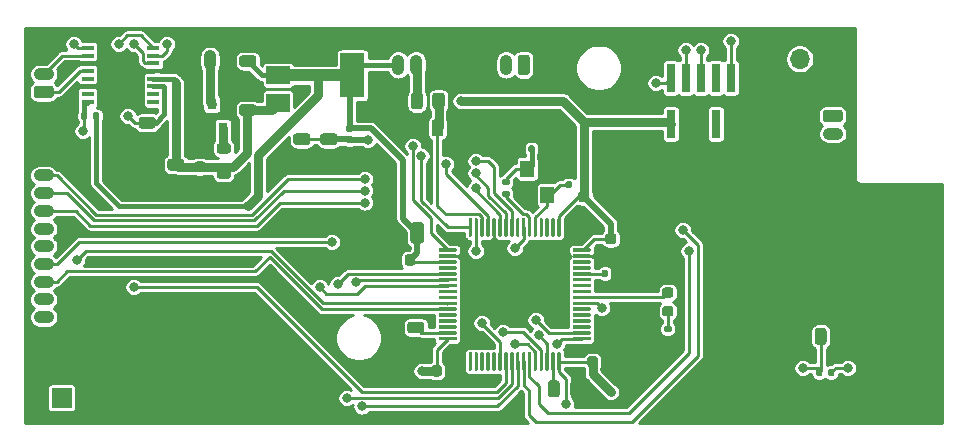
<source format=gbr>
G04 #@! TF.GenerationSoftware,KiCad,Pcbnew,(5.1.9)-1*
G04 #@! TF.CreationDate,2021-02-09T21:00:10+02:00*
G04 #@! TF.ProjectId,jantteri-main,6a616e74-7465-4726-992d-6d61696e2e6b,rev?*
G04 #@! TF.SameCoordinates,Original*
G04 #@! TF.FileFunction,Copper,L1,Top*
G04 #@! TF.FilePolarity,Positive*
%FSLAX46Y46*%
G04 Gerber Fmt 4.6, Leading zero omitted, Abs format (unit mm)*
G04 Created by KiCad (PCBNEW (5.1.9)-1) date 2021-02-09 21:00:10*
%MOMM*%
%LPD*%
G01*
G04 APERTURE LIST*
G04 #@! TA.AperFunction,SMDPad,CuDef*
%ADD10R,2.000000X1.500000*%
G04 #@! TD*
G04 #@! TA.AperFunction,SMDPad,CuDef*
%ADD11R,2.000000X3.800000*%
G04 #@! TD*
G04 #@! TA.AperFunction,ComponentPad*
%ADD12R,1.700000X1.700000*%
G04 #@! TD*
G04 #@! TA.AperFunction,ComponentPad*
%ADD13O,1.700000X1.700000*%
G04 #@! TD*
G04 #@! TA.AperFunction,SMDPad,CuDef*
%ADD14R,1.050000X0.450000*%
G04 #@! TD*
G04 #@! TA.AperFunction,SMDPad,CuDef*
%ADD15R,1.470000X0.895000*%
G04 #@! TD*
G04 #@! TA.AperFunction,SMDPad,CuDef*
%ADD16R,1.200000X1.400000*%
G04 #@! TD*
G04 #@! TA.AperFunction,SMDPad,CuDef*
%ADD17R,0.740000X2.400000*%
G04 #@! TD*
G04 #@! TA.AperFunction,ComponentPad*
%ADD18O,1.730000X1.030000*%
G04 #@! TD*
G04 #@! TA.AperFunction,ComponentPad*
%ADD19O,1.030000X1.730000*%
G04 #@! TD*
G04 #@! TA.AperFunction,SMDPad,CuDef*
%ADD20R,0.800000X0.900000*%
G04 #@! TD*
G04 #@! TA.AperFunction,ViaPad*
%ADD21C,0.800000*%
G04 #@! TD*
G04 #@! TA.AperFunction,Conductor*
%ADD22C,0.400000*%
G04 #@! TD*
G04 #@! TA.AperFunction,Conductor*
%ADD23C,0.750000*%
G04 #@! TD*
G04 #@! TA.AperFunction,Conductor*
%ADD24C,0.250000*%
G04 #@! TD*
G04 #@! TA.AperFunction,Conductor*
%ADD25C,0.500000*%
G04 #@! TD*
G04 #@! TA.AperFunction,Conductor*
%ADD26C,1.000000*%
G04 #@! TD*
G04 #@! TA.AperFunction,Conductor*
%ADD27C,0.254000*%
G04 #@! TD*
G04 #@! TA.AperFunction,Conductor*
%ADD28C,0.100000*%
G04 #@! TD*
G04 APERTURE END LIST*
D10*
X161569000Y-52945000D03*
X161569000Y-57545000D03*
X161569000Y-55245000D03*
D11*
X167869000Y-55245000D03*
G04 #@! TA.AperFunction,SMDPad,CuDef*
G36*
G01*
X185285000Y-67337000D02*
X185435000Y-67337000D01*
G75*
G02*
X185510000Y-67412000I0J-75000D01*
G01*
X185510000Y-68812000D01*
G75*
G02*
X185435000Y-68887000I-75000J0D01*
G01*
X185285000Y-68887000D01*
G75*
G02*
X185210000Y-68812000I0J75000D01*
G01*
X185210000Y-67412000D01*
G75*
G02*
X185285000Y-67337000I75000J0D01*
G01*
G37*
G04 #@! TD.AperFunction*
G04 #@! TA.AperFunction,SMDPad,CuDef*
G36*
G01*
X184785000Y-67337000D02*
X184935000Y-67337000D01*
G75*
G02*
X185010000Y-67412000I0J-75000D01*
G01*
X185010000Y-68812000D01*
G75*
G02*
X184935000Y-68887000I-75000J0D01*
G01*
X184785000Y-68887000D01*
G75*
G02*
X184710000Y-68812000I0J75000D01*
G01*
X184710000Y-67412000D01*
G75*
G02*
X184785000Y-67337000I75000J0D01*
G01*
G37*
G04 #@! TD.AperFunction*
G04 #@! TA.AperFunction,SMDPad,CuDef*
G36*
G01*
X184285000Y-67337000D02*
X184435000Y-67337000D01*
G75*
G02*
X184510000Y-67412000I0J-75000D01*
G01*
X184510000Y-68812000D01*
G75*
G02*
X184435000Y-68887000I-75000J0D01*
G01*
X184285000Y-68887000D01*
G75*
G02*
X184210000Y-68812000I0J75000D01*
G01*
X184210000Y-67412000D01*
G75*
G02*
X184285000Y-67337000I75000J0D01*
G01*
G37*
G04 #@! TD.AperFunction*
G04 #@! TA.AperFunction,SMDPad,CuDef*
G36*
G01*
X183785000Y-67337000D02*
X183935000Y-67337000D01*
G75*
G02*
X184010000Y-67412000I0J-75000D01*
G01*
X184010000Y-68812000D01*
G75*
G02*
X183935000Y-68887000I-75000J0D01*
G01*
X183785000Y-68887000D01*
G75*
G02*
X183710000Y-68812000I0J75000D01*
G01*
X183710000Y-67412000D01*
G75*
G02*
X183785000Y-67337000I75000J0D01*
G01*
G37*
G04 #@! TD.AperFunction*
G04 #@! TA.AperFunction,SMDPad,CuDef*
G36*
G01*
X183285000Y-67337000D02*
X183435000Y-67337000D01*
G75*
G02*
X183510000Y-67412000I0J-75000D01*
G01*
X183510000Y-68812000D01*
G75*
G02*
X183435000Y-68887000I-75000J0D01*
G01*
X183285000Y-68887000D01*
G75*
G02*
X183210000Y-68812000I0J75000D01*
G01*
X183210000Y-67412000D01*
G75*
G02*
X183285000Y-67337000I75000J0D01*
G01*
G37*
G04 #@! TD.AperFunction*
G04 #@! TA.AperFunction,SMDPad,CuDef*
G36*
G01*
X182785000Y-67337000D02*
X182935000Y-67337000D01*
G75*
G02*
X183010000Y-67412000I0J-75000D01*
G01*
X183010000Y-68812000D01*
G75*
G02*
X182935000Y-68887000I-75000J0D01*
G01*
X182785000Y-68887000D01*
G75*
G02*
X182710000Y-68812000I0J75000D01*
G01*
X182710000Y-67412000D01*
G75*
G02*
X182785000Y-67337000I75000J0D01*
G01*
G37*
G04 #@! TD.AperFunction*
G04 #@! TA.AperFunction,SMDPad,CuDef*
G36*
G01*
X182285000Y-67337000D02*
X182435000Y-67337000D01*
G75*
G02*
X182510000Y-67412000I0J-75000D01*
G01*
X182510000Y-68812000D01*
G75*
G02*
X182435000Y-68887000I-75000J0D01*
G01*
X182285000Y-68887000D01*
G75*
G02*
X182210000Y-68812000I0J75000D01*
G01*
X182210000Y-67412000D01*
G75*
G02*
X182285000Y-67337000I75000J0D01*
G01*
G37*
G04 #@! TD.AperFunction*
G04 #@! TA.AperFunction,SMDPad,CuDef*
G36*
G01*
X181785000Y-67337000D02*
X181935000Y-67337000D01*
G75*
G02*
X182010000Y-67412000I0J-75000D01*
G01*
X182010000Y-68812000D01*
G75*
G02*
X181935000Y-68887000I-75000J0D01*
G01*
X181785000Y-68887000D01*
G75*
G02*
X181710000Y-68812000I0J75000D01*
G01*
X181710000Y-67412000D01*
G75*
G02*
X181785000Y-67337000I75000J0D01*
G01*
G37*
G04 #@! TD.AperFunction*
G04 #@! TA.AperFunction,SMDPad,CuDef*
G36*
G01*
X181285000Y-67337000D02*
X181435000Y-67337000D01*
G75*
G02*
X181510000Y-67412000I0J-75000D01*
G01*
X181510000Y-68812000D01*
G75*
G02*
X181435000Y-68887000I-75000J0D01*
G01*
X181285000Y-68887000D01*
G75*
G02*
X181210000Y-68812000I0J75000D01*
G01*
X181210000Y-67412000D01*
G75*
G02*
X181285000Y-67337000I75000J0D01*
G01*
G37*
G04 #@! TD.AperFunction*
G04 #@! TA.AperFunction,SMDPad,CuDef*
G36*
G01*
X180785000Y-67337000D02*
X180935000Y-67337000D01*
G75*
G02*
X181010000Y-67412000I0J-75000D01*
G01*
X181010000Y-68812000D01*
G75*
G02*
X180935000Y-68887000I-75000J0D01*
G01*
X180785000Y-68887000D01*
G75*
G02*
X180710000Y-68812000I0J75000D01*
G01*
X180710000Y-67412000D01*
G75*
G02*
X180785000Y-67337000I75000J0D01*
G01*
G37*
G04 #@! TD.AperFunction*
G04 #@! TA.AperFunction,SMDPad,CuDef*
G36*
G01*
X180285000Y-67337000D02*
X180435000Y-67337000D01*
G75*
G02*
X180510000Y-67412000I0J-75000D01*
G01*
X180510000Y-68812000D01*
G75*
G02*
X180435000Y-68887000I-75000J0D01*
G01*
X180285000Y-68887000D01*
G75*
G02*
X180210000Y-68812000I0J75000D01*
G01*
X180210000Y-67412000D01*
G75*
G02*
X180285000Y-67337000I75000J0D01*
G01*
G37*
G04 #@! TD.AperFunction*
G04 #@! TA.AperFunction,SMDPad,CuDef*
G36*
G01*
X179785000Y-67337000D02*
X179935000Y-67337000D01*
G75*
G02*
X180010000Y-67412000I0J-75000D01*
G01*
X180010000Y-68812000D01*
G75*
G02*
X179935000Y-68887000I-75000J0D01*
G01*
X179785000Y-68887000D01*
G75*
G02*
X179710000Y-68812000I0J75000D01*
G01*
X179710000Y-67412000D01*
G75*
G02*
X179785000Y-67337000I75000J0D01*
G01*
G37*
G04 #@! TD.AperFunction*
G04 #@! TA.AperFunction,SMDPad,CuDef*
G36*
G01*
X179285000Y-67337000D02*
X179435000Y-67337000D01*
G75*
G02*
X179510000Y-67412000I0J-75000D01*
G01*
X179510000Y-68812000D01*
G75*
G02*
X179435000Y-68887000I-75000J0D01*
G01*
X179285000Y-68887000D01*
G75*
G02*
X179210000Y-68812000I0J75000D01*
G01*
X179210000Y-67412000D01*
G75*
G02*
X179285000Y-67337000I75000J0D01*
G01*
G37*
G04 #@! TD.AperFunction*
G04 #@! TA.AperFunction,SMDPad,CuDef*
G36*
G01*
X178785000Y-67337000D02*
X178935000Y-67337000D01*
G75*
G02*
X179010000Y-67412000I0J-75000D01*
G01*
X179010000Y-68812000D01*
G75*
G02*
X178935000Y-68887000I-75000J0D01*
G01*
X178785000Y-68887000D01*
G75*
G02*
X178710000Y-68812000I0J75000D01*
G01*
X178710000Y-67412000D01*
G75*
G02*
X178785000Y-67337000I75000J0D01*
G01*
G37*
G04 #@! TD.AperFunction*
G04 #@! TA.AperFunction,SMDPad,CuDef*
G36*
G01*
X178285000Y-67337000D02*
X178435000Y-67337000D01*
G75*
G02*
X178510000Y-67412000I0J-75000D01*
G01*
X178510000Y-68812000D01*
G75*
G02*
X178435000Y-68887000I-75000J0D01*
G01*
X178285000Y-68887000D01*
G75*
G02*
X178210000Y-68812000I0J75000D01*
G01*
X178210000Y-67412000D01*
G75*
G02*
X178285000Y-67337000I75000J0D01*
G01*
G37*
G04 #@! TD.AperFunction*
G04 #@! TA.AperFunction,SMDPad,CuDef*
G36*
G01*
X177785000Y-67337000D02*
X177935000Y-67337000D01*
G75*
G02*
X178010000Y-67412000I0J-75000D01*
G01*
X178010000Y-68812000D01*
G75*
G02*
X177935000Y-68887000I-75000J0D01*
G01*
X177785000Y-68887000D01*
G75*
G02*
X177710000Y-68812000I0J75000D01*
G01*
X177710000Y-67412000D01*
G75*
G02*
X177785000Y-67337000I75000J0D01*
G01*
G37*
G04 #@! TD.AperFunction*
G04 #@! TA.AperFunction,SMDPad,CuDef*
G36*
G01*
X175235000Y-69887000D02*
X176635000Y-69887000D01*
G75*
G02*
X176710000Y-69962000I0J-75000D01*
G01*
X176710000Y-70112000D01*
G75*
G02*
X176635000Y-70187000I-75000J0D01*
G01*
X175235000Y-70187000D01*
G75*
G02*
X175160000Y-70112000I0J75000D01*
G01*
X175160000Y-69962000D01*
G75*
G02*
X175235000Y-69887000I75000J0D01*
G01*
G37*
G04 #@! TD.AperFunction*
G04 #@! TA.AperFunction,SMDPad,CuDef*
G36*
G01*
X175235000Y-70387000D02*
X176635000Y-70387000D01*
G75*
G02*
X176710000Y-70462000I0J-75000D01*
G01*
X176710000Y-70612000D01*
G75*
G02*
X176635000Y-70687000I-75000J0D01*
G01*
X175235000Y-70687000D01*
G75*
G02*
X175160000Y-70612000I0J75000D01*
G01*
X175160000Y-70462000D01*
G75*
G02*
X175235000Y-70387000I75000J0D01*
G01*
G37*
G04 #@! TD.AperFunction*
G04 #@! TA.AperFunction,SMDPad,CuDef*
G36*
G01*
X175235000Y-70887000D02*
X176635000Y-70887000D01*
G75*
G02*
X176710000Y-70962000I0J-75000D01*
G01*
X176710000Y-71112000D01*
G75*
G02*
X176635000Y-71187000I-75000J0D01*
G01*
X175235000Y-71187000D01*
G75*
G02*
X175160000Y-71112000I0J75000D01*
G01*
X175160000Y-70962000D01*
G75*
G02*
X175235000Y-70887000I75000J0D01*
G01*
G37*
G04 #@! TD.AperFunction*
G04 #@! TA.AperFunction,SMDPad,CuDef*
G36*
G01*
X175235000Y-71387000D02*
X176635000Y-71387000D01*
G75*
G02*
X176710000Y-71462000I0J-75000D01*
G01*
X176710000Y-71612000D01*
G75*
G02*
X176635000Y-71687000I-75000J0D01*
G01*
X175235000Y-71687000D01*
G75*
G02*
X175160000Y-71612000I0J75000D01*
G01*
X175160000Y-71462000D01*
G75*
G02*
X175235000Y-71387000I75000J0D01*
G01*
G37*
G04 #@! TD.AperFunction*
G04 #@! TA.AperFunction,SMDPad,CuDef*
G36*
G01*
X175235000Y-71887000D02*
X176635000Y-71887000D01*
G75*
G02*
X176710000Y-71962000I0J-75000D01*
G01*
X176710000Y-72112000D01*
G75*
G02*
X176635000Y-72187000I-75000J0D01*
G01*
X175235000Y-72187000D01*
G75*
G02*
X175160000Y-72112000I0J75000D01*
G01*
X175160000Y-71962000D01*
G75*
G02*
X175235000Y-71887000I75000J0D01*
G01*
G37*
G04 #@! TD.AperFunction*
G04 #@! TA.AperFunction,SMDPad,CuDef*
G36*
G01*
X175235000Y-72387000D02*
X176635000Y-72387000D01*
G75*
G02*
X176710000Y-72462000I0J-75000D01*
G01*
X176710000Y-72612000D01*
G75*
G02*
X176635000Y-72687000I-75000J0D01*
G01*
X175235000Y-72687000D01*
G75*
G02*
X175160000Y-72612000I0J75000D01*
G01*
X175160000Y-72462000D01*
G75*
G02*
X175235000Y-72387000I75000J0D01*
G01*
G37*
G04 #@! TD.AperFunction*
G04 #@! TA.AperFunction,SMDPad,CuDef*
G36*
G01*
X175235000Y-72887000D02*
X176635000Y-72887000D01*
G75*
G02*
X176710000Y-72962000I0J-75000D01*
G01*
X176710000Y-73112000D01*
G75*
G02*
X176635000Y-73187000I-75000J0D01*
G01*
X175235000Y-73187000D01*
G75*
G02*
X175160000Y-73112000I0J75000D01*
G01*
X175160000Y-72962000D01*
G75*
G02*
X175235000Y-72887000I75000J0D01*
G01*
G37*
G04 #@! TD.AperFunction*
G04 #@! TA.AperFunction,SMDPad,CuDef*
G36*
G01*
X175235000Y-73387000D02*
X176635000Y-73387000D01*
G75*
G02*
X176710000Y-73462000I0J-75000D01*
G01*
X176710000Y-73612000D01*
G75*
G02*
X176635000Y-73687000I-75000J0D01*
G01*
X175235000Y-73687000D01*
G75*
G02*
X175160000Y-73612000I0J75000D01*
G01*
X175160000Y-73462000D01*
G75*
G02*
X175235000Y-73387000I75000J0D01*
G01*
G37*
G04 #@! TD.AperFunction*
G04 #@! TA.AperFunction,SMDPad,CuDef*
G36*
G01*
X175235000Y-73887000D02*
X176635000Y-73887000D01*
G75*
G02*
X176710000Y-73962000I0J-75000D01*
G01*
X176710000Y-74112000D01*
G75*
G02*
X176635000Y-74187000I-75000J0D01*
G01*
X175235000Y-74187000D01*
G75*
G02*
X175160000Y-74112000I0J75000D01*
G01*
X175160000Y-73962000D01*
G75*
G02*
X175235000Y-73887000I75000J0D01*
G01*
G37*
G04 #@! TD.AperFunction*
G04 #@! TA.AperFunction,SMDPad,CuDef*
G36*
G01*
X175235000Y-74387000D02*
X176635000Y-74387000D01*
G75*
G02*
X176710000Y-74462000I0J-75000D01*
G01*
X176710000Y-74612000D01*
G75*
G02*
X176635000Y-74687000I-75000J0D01*
G01*
X175235000Y-74687000D01*
G75*
G02*
X175160000Y-74612000I0J75000D01*
G01*
X175160000Y-74462000D01*
G75*
G02*
X175235000Y-74387000I75000J0D01*
G01*
G37*
G04 #@! TD.AperFunction*
G04 #@! TA.AperFunction,SMDPad,CuDef*
G36*
G01*
X175235000Y-74887000D02*
X176635000Y-74887000D01*
G75*
G02*
X176710000Y-74962000I0J-75000D01*
G01*
X176710000Y-75112000D01*
G75*
G02*
X176635000Y-75187000I-75000J0D01*
G01*
X175235000Y-75187000D01*
G75*
G02*
X175160000Y-75112000I0J75000D01*
G01*
X175160000Y-74962000D01*
G75*
G02*
X175235000Y-74887000I75000J0D01*
G01*
G37*
G04 #@! TD.AperFunction*
G04 #@! TA.AperFunction,SMDPad,CuDef*
G36*
G01*
X175235000Y-75387000D02*
X176635000Y-75387000D01*
G75*
G02*
X176710000Y-75462000I0J-75000D01*
G01*
X176710000Y-75612000D01*
G75*
G02*
X176635000Y-75687000I-75000J0D01*
G01*
X175235000Y-75687000D01*
G75*
G02*
X175160000Y-75612000I0J75000D01*
G01*
X175160000Y-75462000D01*
G75*
G02*
X175235000Y-75387000I75000J0D01*
G01*
G37*
G04 #@! TD.AperFunction*
G04 #@! TA.AperFunction,SMDPad,CuDef*
G36*
G01*
X175235000Y-75887000D02*
X176635000Y-75887000D01*
G75*
G02*
X176710000Y-75962000I0J-75000D01*
G01*
X176710000Y-76112000D01*
G75*
G02*
X176635000Y-76187000I-75000J0D01*
G01*
X175235000Y-76187000D01*
G75*
G02*
X175160000Y-76112000I0J75000D01*
G01*
X175160000Y-75962000D01*
G75*
G02*
X175235000Y-75887000I75000J0D01*
G01*
G37*
G04 #@! TD.AperFunction*
G04 #@! TA.AperFunction,SMDPad,CuDef*
G36*
G01*
X175235000Y-76387000D02*
X176635000Y-76387000D01*
G75*
G02*
X176710000Y-76462000I0J-75000D01*
G01*
X176710000Y-76612000D01*
G75*
G02*
X176635000Y-76687000I-75000J0D01*
G01*
X175235000Y-76687000D01*
G75*
G02*
X175160000Y-76612000I0J75000D01*
G01*
X175160000Y-76462000D01*
G75*
G02*
X175235000Y-76387000I75000J0D01*
G01*
G37*
G04 #@! TD.AperFunction*
G04 #@! TA.AperFunction,SMDPad,CuDef*
G36*
G01*
X175235000Y-76887000D02*
X176635000Y-76887000D01*
G75*
G02*
X176710000Y-76962000I0J-75000D01*
G01*
X176710000Y-77112000D01*
G75*
G02*
X176635000Y-77187000I-75000J0D01*
G01*
X175235000Y-77187000D01*
G75*
G02*
X175160000Y-77112000I0J75000D01*
G01*
X175160000Y-76962000D01*
G75*
G02*
X175235000Y-76887000I75000J0D01*
G01*
G37*
G04 #@! TD.AperFunction*
G04 #@! TA.AperFunction,SMDPad,CuDef*
G36*
G01*
X175235000Y-77387000D02*
X176635000Y-77387000D01*
G75*
G02*
X176710000Y-77462000I0J-75000D01*
G01*
X176710000Y-77612000D01*
G75*
G02*
X176635000Y-77687000I-75000J0D01*
G01*
X175235000Y-77687000D01*
G75*
G02*
X175160000Y-77612000I0J75000D01*
G01*
X175160000Y-77462000D01*
G75*
G02*
X175235000Y-77387000I75000J0D01*
G01*
G37*
G04 #@! TD.AperFunction*
G04 #@! TA.AperFunction,SMDPad,CuDef*
G36*
G01*
X177785000Y-78687000D02*
X177935000Y-78687000D01*
G75*
G02*
X178010000Y-78762000I0J-75000D01*
G01*
X178010000Y-80162000D01*
G75*
G02*
X177935000Y-80237000I-75000J0D01*
G01*
X177785000Y-80237000D01*
G75*
G02*
X177710000Y-80162000I0J75000D01*
G01*
X177710000Y-78762000D01*
G75*
G02*
X177785000Y-78687000I75000J0D01*
G01*
G37*
G04 #@! TD.AperFunction*
G04 #@! TA.AperFunction,SMDPad,CuDef*
G36*
G01*
X178285000Y-78687000D02*
X178435000Y-78687000D01*
G75*
G02*
X178510000Y-78762000I0J-75000D01*
G01*
X178510000Y-80162000D01*
G75*
G02*
X178435000Y-80237000I-75000J0D01*
G01*
X178285000Y-80237000D01*
G75*
G02*
X178210000Y-80162000I0J75000D01*
G01*
X178210000Y-78762000D01*
G75*
G02*
X178285000Y-78687000I75000J0D01*
G01*
G37*
G04 #@! TD.AperFunction*
G04 #@! TA.AperFunction,SMDPad,CuDef*
G36*
G01*
X178785000Y-78687000D02*
X178935000Y-78687000D01*
G75*
G02*
X179010000Y-78762000I0J-75000D01*
G01*
X179010000Y-80162000D01*
G75*
G02*
X178935000Y-80237000I-75000J0D01*
G01*
X178785000Y-80237000D01*
G75*
G02*
X178710000Y-80162000I0J75000D01*
G01*
X178710000Y-78762000D01*
G75*
G02*
X178785000Y-78687000I75000J0D01*
G01*
G37*
G04 #@! TD.AperFunction*
G04 #@! TA.AperFunction,SMDPad,CuDef*
G36*
G01*
X179285000Y-78687000D02*
X179435000Y-78687000D01*
G75*
G02*
X179510000Y-78762000I0J-75000D01*
G01*
X179510000Y-80162000D01*
G75*
G02*
X179435000Y-80237000I-75000J0D01*
G01*
X179285000Y-80237000D01*
G75*
G02*
X179210000Y-80162000I0J75000D01*
G01*
X179210000Y-78762000D01*
G75*
G02*
X179285000Y-78687000I75000J0D01*
G01*
G37*
G04 #@! TD.AperFunction*
G04 #@! TA.AperFunction,SMDPad,CuDef*
G36*
G01*
X179785000Y-78687000D02*
X179935000Y-78687000D01*
G75*
G02*
X180010000Y-78762000I0J-75000D01*
G01*
X180010000Y-80162000D01*
G75*
G02*
X179935000Y-80237000I-75000J0D01*
G01*
X179785000Y-80237000D01*
G75*
G02*
X179710000Y-80162000I0J75000D01*
G01*
X179710000Y-78762000D01*
G75*
G02*
X179785000Y-78687000I75000J0D01*
G01*
G37*
G04 #@! TD.AperFunction*
G04 #@! TA.AperFunction,SMDPad,CuDef*
G36*
G01*
X180285000Y-78687000D02*
X180435000Y-78687000D01*
G75*
G02*
X180510000Y-78762000I0J-75000D01*
G01*
X180510000Y-80162000D01*
G75*
G02*
X180435000Y-80237000I-75000J0D01*
G01*
X180285000Y-80237000D01*
G75*
G02*
X180210000Y-80162000I0J75000D01*
G01*
X180210000Y-78762000D01*
G75*
G02*
X180285000Y-78687000I75000J0D01*
G01*
G37*
G04 #@! TD.AperFunction*
G04 #@! TA.AperFunction,SMDPad,CuDef*
G36*
G01*
X180785000Y-78687000D02*
X180935000Y-78687000D01*
G75*
G02*
X181010000Y-78762000I0J-75000D01*
G01*
X181010000Y-80162000D01*
G75*
G02*
X180935000Y-80237000I-75000J0D01*
G01*
X180785000Y-80237000D01*
G75*
G02*
X180710000Y-80162000I0J75000D01*
G01*
X180710000Y-78762000D01*
G75*
G02*
X180785000Y-78687000I75000J0D01*
G01*
G37*
G04 #@! TD.AperFunction*
G04 #@! TA.AperFunction,SMDPad,CuDef*
G36*
G01*
X181285000Y-78687000D02*
X181435000Y-78687000D01*
G75*
G02*
X181510000Y-78762000I0J-75000D01*
G01*
X181510000Y-80162000D01*
G75*
G02*
X181435000Y-80237000I-75000J0D01*
G01*
X181285000Y-80237000D01*
G75*
G02*
X181210000Y-80162000I0J75000D01*
G01*
X181210000Y-78762000D01*
G75*
G02*
X181285000Y-78687000I75000J0D01*
G01*
G37*
G04 #@! TD.AperFunction*
G04 #@! TA.AperFunction,SMDPad,CuDef*
G36*
G01*
X181785000Y-78687000D02*
X181935000Y-78687000D01*
G75*
G02*
X182010000Y-78762000I0J-75000D01*
G01*
X182010000Y-80162000D01*
G75*
G02*
X181935000Y-80237000I-75000J0D01*
G01*
X181785000Y-80237000D01*
G75*
G02*
X181710000Y-80162000I0J75000D01*
G01*
X181710000Y-78762000D01*
G75*
G02*
X181785000Y-78687000I75000J0D01*
G01*
G37*
G04 #@! TD.AperFunction*
G04 #@! TA.AperFunction,SMDPad,CuDef*
G36*
G01*
X182285000Y-78687000D02*
X182435000Y-78687000D01*
G75*
G02*
X182510000Y-78762000I0J-75000D01*
G01*
X182510000Y-80162000D01*
G75*
G02*
X182435000Y-80237000I-75000J0D01*
G01*
X182285000Y-80237000D01*
G75*
G02*
X182210000Y-80162000I0J75000D01*
G01*
X182210000Y-78762000D01*
G75*
G02*
X182285000Y-78687000I75000J0D01*
G01*
G37*
G04 #@! TD.AperFunction*
G04 #@! TA.AperFunction,SMDPad,CuDef*
G36*
G01*
X182785000Y-78687000D02*
X182935000Y-78687000D01*
G75*
G02*
X183010000Y-78762000I0J-75000D01*
G01*
X183010000Y-80162000D01*
G75*
G02*
X182935000Y-80237000I-75000J0D01*
G01*
X182785000Y-80237000D01*
G75*
G02*
X182710000Y-80162000I0J75000D01*
G01*
X182710000Y-78762000D01*
G75*
G02*
X182785000Y-78687000I75000J0D01*
G01*
G37*
G04 #@! TD.AperFunction*
G04 #@! TA.AperFunction,SMDPad,CuDef*
G36*
G01*
X183285000Y-78687000D02*
X183435000Y-78687000D01*
G75*
G02*
X183510000Y-78762000I0J-75000D01*
G01*
X183510000Y-80162000D01*
G75*
G02*
X183435000Y-80237000I-75000J0D01*
G01*
X183285000Y-80237000D01*
G75*
G02*
X183210000Y-80162000I0J75000D01*
G01*
X183210000Y-78762000D01*
G75*
G02*
X183285000Y-78687000I75000J0D01*
G01*
G37*
G04 #@! TD.AperFunction*
G04 #@! TA.AperFunction,SMDPad,CuDef*
G36*
G01*
X183785000Y-78687000D02*
X183935000Y-78687000D01*
G75*
G02*
X184010000Y-78762000I0J-75000D01*
G01*
X184010000Y-80162000D01*
G75*
G02*
X183935000Y-80237000I-75000J0D01*
G01*
X183785000Y-80237000D01*
G75*
G02*
X183710000Y-80162000I0J75000D01*
G01*
X183710000Y-78762000D01*
G75*
G02*
X183785000Y-78687000I75000J0D01*
G01*
G37*
G04 #@! TD.AperFunction*
G04 #@! TA.AperFunction,SMDPad,CuDef*
G36*
G01*
X184285000Y-78687000D02*
X184435000Y-78687000D01*
G75*
G02*
X184510000Y-78762000I0J-75000D01*
G01*
X184510000Y-80162000D01*
G75*
G02*
X184435000Y-80237000I-75000J0D01*
G01*
X184285000Y-80237000D01*
G75*
G02*
X184210000Y-80162000I0J75000D01*
G01*
X184210000Y-78762000D01*
G75*
G02*
X184285000Y-78687000I75000J0D01*
G01*
G37*
G04 #@! TD.AperFunction*
G04 #@! TA.AperFunction,SMDPad,CuDef*
G36*
G01*
X184785000Y-78687000D02*
X184935000Y-78687000D01*
G75*
G02*
X185010000Y-78762000I0J-75000D01*
G01*
X185010000Y-80162000D01*
G75*
G02*
X184935000Y-80237000I-75000J0D01*
G01*
X184785000Y-80237000D01*
G75*
G02*
X184710000Y-80162000I0J75000D01*
G01*
X184710000Y-78762000D01*
G75*
G02*
X184785000Y-78687000I75000J0D01*
G01*
G37*
G04 #@! TD.AperFunction*
G04 #@! TA.AperFunction,SMDPad,CuDef*
G36*
G01*
X185285000Y-78687000D02*
X185435000Y-78687000D01*
G75*
G02*
X185510000Y-78762000I0J-75000D01*
G01*
X185510000Y-80162000D01*
G75*
G02*
X185435000Y-80237000I-75000J0D01*
G01*
X185285000Y-80237000D01*
G75*
G02*
X185210000Y-80162000I0J75000D01*
G01*
X185210000Y-78762000D01*
G75*
G02*
X185285000Y-78687000I75000J0D01*
G01*
G37*
G04 #@! TD.AperFunction*
G04 #@! TA.AperFunction,SMDPad,CuDef*
G36*
G01*
X186585000Y-77387000D02*
X187985000Y-77387000D01*
G75*
G02*
X188060000Y-77462000I0J-75000D01*
G01*
X188060000Y-77612000D01*
G75*
G02*
X187985000Y-77687000I-75000J0D01*
G01*
X186585000Y-77687000D01*
G75*
G02*
X186510000Y-77612000I0J75000D01*
G01*
X186510000Y-77462000D01*
G75*
G02*
X186585000Y-77387000I75000J0D01*
G01*
G37*
G04 #@! TD.AperFunction*
G04 #@! TA.AperFunction,SMDPad,CuDef*
G36*
G01*
X186585000Y-76887000D02*
X187985000Y-76887000D01*
G75*
G02*
X188060000Y-76962000I0J-75000D01*
G01*
X188060000Y-77112000D01*
G75*
G02*
X187985000Y-77187000I-75000J0D01*
G01*
X186585000Y-77187000D01*
G75*
G02*
X186510000Y-77112000I0J75000D01*
G01*
X186510000Y-76962000D01*
G75*
G02*
X186585000Y-76887000I75000J0D01*
G01*
G37*
G04 #@! TD.AperFunction*
G04 #@! TA.AperFunction,SMDPad,CuDef*
G36*
G01*
X186585000Y-76387000D02*
X187985000Y-76387000D01*
G75*
G02*
X188060000Y-76462000I0J-75000D01*
G01*
X188060000Y-76612000D01*
G75*
G02*
X187985000Y-76687000I-75000J0D01*
G01*
X186585000Y-76687000D01*
G75*
G02*
X186510000Y-76612000I0J75000D01*
G01*
X186510000Y-76462000D01*
G75*
G02*
X186585000Y-76387000I75000J0D01*
G01*
G37*
G04 #@! TD.AperFunction*
G04 #@! TA.AperFunction,SMDPad,CuDef*
G36*
G01*
X186585000Y-75887000D02*
X187985000Y-75887000D01*
G75*
G02*
X188060000Y-75962000I0J-75000D01*
G01*
X188060000Y-76112000D01*
G75*
G02*
X187985000Y-76187000I-75000J0D01*
G01*
X186585000Y-76187000D01*
G75*
G02*
X186510000Y-76112000I0J75000D01*
G01*
X186510000Y-75962000D01*
G75*
G02*
X186585000Y-75887000I75000J0D01*
G01*
G37*
G04 #@! TD.AperFunction*
G04 #@! TA.AperFunction,SMDPad,CuDef*
G36*
G01*
X186585000Y-75387000D02*
X187985000Y-75387000D01*
G75*
G02*
X188060000Y-75462000I0J-75000D01*
G01*
X188060000Y-75612000D01*
G75*
G02*
X187985000Y-75687000I-75000J0D01*
G01*
X186585000Y-75687000D01*
G75*
G02*
X186510000Y-75612000I0J75000D01*
G01*
X186510000Y-75462000D01*
G75*
G02*
X186585000Y-75387000I75000J0D01*
G01*
G37*
G04 #@! TD.AperFunction*
G04 #@! TA.AperFunction,SMDPad,CuDef*
G36*
G01*
X186585000Y-74887000D02*
X187985000Y-74887000D01*
G75*
G02*
X188060000Y-74962000I0J-75000D01*
G01*
X188060000Y-75112000D01*
G75*
G02*
X187985000Y-75187000I-75000J0D01*
G01*
X186585000Y-75187000D01*
G75*
G02*
X186510000Y-75112000I0J75000D01*
G01*
X186510000Y-74962000D01*
G75*
G02*
X186585000Y-74887000I75000J0D01*
G01*
G37*
G04 #@! TD.AperFunction*
G04 #@! TA.AperFunction,SMDPad,CuDef*
G36*
G01*
X186585000Y-74387000D02*
X187985000Y-74387000D01*
G75*
G02*
X188060000Y-74462000I0J-75000D01*
G01*
X188060000Y-74612000D01*
G75*
G02*
X187985000Y-74687000I-75000J0D01*
G01*
X186585000Y-74687000D01*
G75*
G02*
X186510000Y-74612000I0J75000D01*
G01*
X186510000Y-74462000D01*
G75*
G02*
X186585000Y-74387000I75000J0D01*
G01*
G37*
G04 #@! TD.AperFunction*
G04 #@! TA.AperFunction,SMDPad,CuDef*
G36*
G01*
X186585000Y-73887000D02*
X187985000Y-73887000D01*
G75*
G02*
X188060000Y-73962000I0J-75000D01*
G01*
X188060000Y-74112000D01*
G75*
G02*
X187985000Y-74187000I-75000J0D01*
G01*
X186585000Y-74187000D01*
G75*
G02*
X186510000Y-74112000I0J75000D01*
G01*
X186510000Y-73962000D01*
G75*
G02*
X186585000Y-73887000I75000J0D01*
G01*
G37*
G04 #@! TD.AperFunction*
G04 #@! TA.AperFunction,SMDPad,CuDef*
G36*
G01*
X186585000Y-73387000D02*
X187985000Y-73387000D01*
G75*
G02*
X188060000Y-73462000I0J-75000D01*
G01*
X188060000Y-73612000D01*
G75*
G02*
X187985000Y-73687000I-75000J0D01*
G01*
X186585000Y-73687000D01*
G75*
G02*
X186510000Y-73612000I0J75000D01*
G01*
X186510000Y-73462000D01*
G75*
G02*
X186585000Y-73387000I75000J0D01*
G01*
G37*
G04 #@! TD.AperFunction*
G04 #@! TA.AperFunction,SMDPad,CuDef*
G36*
G01*
X186585000Y-72887000D02*
X187985000Y-72887000D01*
G75*
G02*
X188060000Y-72962000I0J-75000D01*
G01*
X188060000Y-73112000D01*
G75*
G02*
X187985000Y-73187000I-75000J0D01*
G01*
X186585000Y-73187000D01*
G75*
G02*
X186510000Y-73112000I0J75000D01*
G01*
X186510000Y-72962000D01*
G75*
G02*
X186585000Y-72887000I75000J0D01*
G01*
G37*
G04 #@! TD.AperFunction*
G04 #@! TA.AperFunction,SMDPad,CuDef*
G36*
G01*
X186585000Y-72387000D02*
X187985000Y-72387000D01*
G75*
G02*
X188060000Y-72462000I0J-75000D01*
G01*
X188060000Y-72612000D01*
G75*
G02*
X187985000Y-72687000I-75000J0D01*
G01*
X186585000Y-72687000D01*
G75*
G02*
X186510000Y-72612000I0J75000D01*
G01*
X186510000Y-72462000D01*
G75*
G02*
X186585000Y-72387000I75000J0D01*
G01*
G37*
G04 #@! TD.AperFunction*
G04 #@! TA.AperFunction,SMDPad,CuDef*
G36*
G01*
X186585000Y-71887000D02*
X187985000Y-71887000D01*
G75*
G02*
X188060000Y-71962000I0J-75000D01*
G01*
X188060000Y-72112000D01*
G75*
G02*
X187985000Y-72187000I-75000J0D01*
G01*
X186585000Y-72187000D01*
G75*
G02*
X186510000Y-72112000I0J75000D01*
G01*
X186510000Y-71962000D01*
G75*
G02*
X186585000Y-71887000I75000J0D01*
G01*
G37*
G04 #@! TD.AperFunction*
G04 #@! TA.AperFunction,SMDPad,CuDef*
G36*
G01*
X186585000Y-71387000D02*
X187985000Y-71387000D01*
G75*
G02*
X188060000Y-71462000I0J-75000D01*
G01*
X188060000Y-71612000D01*
G75*
G02*
X187985000Y-71687000I-75000J0D01*
G01*
X186585000Y-71687000D01*
G75*
G02*
X186510000Y-71612000I0J75000D01*
G01*
X186510000Y-71462000D01*
G75*
G02*
X186585000Y-71387000I75000J0D01*
G01*
G37*
G04 #@! TD.AperFunction*
G04 #@! TA.AperFunction,SMDPad,CuDef*
G36*
G01*
X186585000Y-70887000D02*
X187985000Y-70887000D01*
G75*
G02*
X188060000Y-70962000I0J-75000D01*
G01*
X188060000Y-71112000D01*
G75*
G02*
X187985000Y-71187000I-75000J0D01*
G01*
X186585000Y-71187000D01*
G75*
G02*
X186510000Y-71112000I0J75000D01*
G01*
X186510000Y-70962000D01*
G75*
G02*
X186585000Y-70887000I75000J0D01*
G01*
G37*
G04 #@! TD.AperFunction*
G04 #@! TA.AperFunction,SMDPad,CuDef*
G36*
G01*
X186585000Y-70387000D02*
X187985000Y-70387000D01*
G75*
G02*
X188060000Y-70462000I0J-75000D01*
G01*
X188060000Y-70612000D01*
G75*
G02*
X187985000Y-70687000I-75000J0D01*
G01*
X186585000Y-70687000D01*
G75*
G02*
X186510000Y-70612000I0J75000D01*
G01*
X186510000Y-70462000D01*
G75*
G02*
X186585000Y-70387000I75000J0D01*
G01*
G37*
G04 #@! TD.AperFunction*
G04 #@! TA.AperFunction,SMDPad,CuDef*
G36*
G01*
X186585000Y-69887000D02*
X187985000Y-69887000D01*
G75*
G02*
X188060000Y-69962000I0J-75000D01*
G01*
X188060000Y-70112000D01*
G75*
G02*
X187985000Y-70187000I-75000J0D01*
G01*
X186585000Y-70187000D01*
G75*
G02*
X186510000Y-70112000I0J75000D01*
G01*
X186510000Y-69962000D01*
G75*
G02*
X186585000Y-69887000I75000J0D01*
G01*
G37*
G04 #@! TD.AperFunction*
G04 #@! TA.AperFunction,SMDPad,CuDef*
G36*
G01*
X173930000Y-67929999D02*
X173930000Y-69230001D01*
G75*
G02*
X173680001Y-69480000I-249999J0D01*
G01*
X173029999Y-69480000D01*
G75*
G02*
X172780000Y-69230001I0J249999D01*
G01*
X172780000Y-67929999D01*
G75*
G02*
X173029999Y-67680000I249999J0D01*
G01*
X173680001Y-67680000D01*
G75*
G02*
X173930000Y-67929999I0J-249999D01*
G01*
G37*
G04 #@! TD.AperFunction*
G04 #@! TA.AperFunction,SMDPad,CuDef*
G36*
G01*
X170980000Y-67929999D02*
X170980000Y-69230001D01*
G75*
G02*
X170730001Y-69480000I-249999J0D01*
G01*
X170079999Y-69480000D01*
G75*
G02*
X169830000Y-69230001I0J249999D01*
G01*
X169830000Y-67929999D01*
G75*
G02*
X170079999Y-67680000I249999J0D01*
G01*
X170730001Y-67680000D01*
G75*
G02*
X170980000Y-67929999I0J-249999D01*
G01*
G37*
G04 #@! TD.AperFunction*
G04 #@! TA.AperFunction,SMDPad,CuDef*
G36*
G01*
X159479000Y-56766000D02*
X158529000Y-56766000D01*
G75*
G02*
X158279000Y-56516000I0J250000D01*
G01*
X158279000Y-56016000D01*
G75*
G02*
X158529000Y-55766000I250000J0D01*
G01*
X159479000Y-55766000D01*
G75*
G02*
X159729000Y-56016000I0J-250000D01*
G01*
X159729000Y-56516000D01*
G75*
G02*
X159479000Y-56766000I-250000J0D01*
G01*
G37*
G04 #@! TD.AperFunction*
G04 #@! TA.AperFunction,SMDPad,CuDef*
G36*
G01*
X159479000Y-58666000D02*
X158529000Y-58666000D01*
G75*
G02*
X158279000Y-58416000I0J250000D01*
G01*
X158279000Y-57916000D01*
G75*
G02*
X158529000Y-57666000I250000J0D01*
G01*
X159479000Y-57666000D01*
G75*
G02*
X159729000Y-57916000I0J-250000D01*
G01*
X159729000Y-58416000D01*
G75*
G02*
X159479000Y-58666000I-250000J0D01*
G01*
G37*
G04 #@! TD.AperFunction*
G04 #@! TA.AperFunction,SMDPad,CuDef*
G36*
G01*
X165387000Y-62045000D02*
X166337000Y-62045000D01*
G75*
G02*
X166587000Y-62295000I0J-250000D01*
G01*
X166587000Y-62795000D01*
G75*
G02*
X166337000Y-63045000I-250000J0D01*
G01*
X165387000Y-63045000D01*
G75*
G02*
X165137000Y-62795000I0J250000D01*
G01*
X165137000Y-62295000D01*
G75*
G02*
X165387000Y-62045000I250000J0D01*
G01*
G37*
G04 #@! TD.AperFunction*
G04 #@! TA.AperFunction,SMDPad,CuDef*
G36*
G01*
X165387000Y-60145000D02*
X166337000Y-60145000D01*
G75*
G02*
X166587000Y-60395000I0J-250000D01*
G01*
X166587000Y-60895000D01*
G75*
G02*
X166337000Y-61145000I-250000J0D01*
G01*
X165387000Y-61145000D01*
G75*
G02*
X165137000Y-60895000I0J250000D01*
G01*
X165137000Y-60395000D01*
G75*
G02*
X165387000Y-60145000I250000J0D01*
G01*
G37*
G04 #@! TD.AperFunction*
G04 #@! TA.AperFunction,SMDPad,CuDef*
G36*
G01*
X159479000Y-52636000D02*
X158529000Y-52636000D01*
G75*
G02*
X158279000Y-52386000I0J250000D01*
G01*
X158279000Y-51886000D01*
G75*
G02*
X158529000Y-51636000I250000J0D01*
G01*
X159479000Y-51636000D01*
G75*
G02*
X159729000Y-51886000I0J-250000D01*
G01*
X159729000Y-52386000D01*
G75*
G02*
X159479000Y-52636000I-250000J0D01*
G01*
G37*
G04 #@! TD.AperFunction*
G04 #@! TA.AperFunction,SMDPad,CuDef*
G36*
G01*
X159479000Y-54536000D02*
X158529000Y-54536000D01*
G75*
G02*
X158279000Y-54286000I0J250000D01*
G01*
X158279000Y-53786000D01*
G75*
G02*
X158529000Y-53536000I250000J0D01*
G01*
X159479000Y-53536000D01*
G75*
G02*
X159729000Y-53786000I0J-250000D01*
G01*
X159729000Y-54286000D01*
G75*
G02*
X159479000Y-54536000I-250000J0D01*
G01*
G37*
G04 #@! TD.AperFunction*
G04 #@! TA.AperFunction,SMDPad,CuDef*
G36*
G01*
X163101000Y-60145000D02*
X164051000Y-60145000D01*
G75*
G02*
X164301000Y-60395000I0J-250000D01*
G01*
X164301000Y-60895000D01*
G75*
G02*
X164051000Y-61145000I-250000J0D01*
G01*
X163101000Y-61145000D01*
G75*
G02*
X162851000Y-60895000I0J250000D01*
G01*
X162851000Y-60395000D01*
G75*
G02*
X163101000Y-60145000I250000J0D01*
G01*
G37*
G04 #@! TD.AperFunction*
G04 #@! TA.AperFunction,SMDPad,CuDef*
G36*
G01*
X163101000Y-62045000D02*
X164051000Y-62045000D01*
G75*
G02*
X164301000Y-62295000I0J-250000D01*
G01*
X164301000Y-62795000D01*
G75*
G02*
X164051000Y-63045000I-250000J0D01*
G01*
X163101000Y-63045000D01*
G75*
G02*
X162851000Y-62795000I0J250000D01*
G01*
X162851000Y-62295000D01*
G75*
G02*
X163101000Y-62045000I250000J0D01*
G01*
G37*
G04 #@! TD.AperFunction*
G04 #@! TA.AperFunction,SMDPad,CuDef*
G36*
G01*
X172753000Y-76086000D02*
X173703000Y-76086000D01*
G75*
G02*
X173953000Y-76336000I0J-250000D01*
G01*
X173953000Y-76836000D01*
G75*
G02*
X173703000Y-77086000I-250000J0D01*
G01*
X172753000Y-77086000D01*
G75*
G02*
X172503000Y-76836000I0J250000D01*
G01*
X172503000Y-76336000D01*
G75*
G02*
X172753000Y-76086000I250000J0D01*
G01*
G37*
G04 #@! TD.AperFunction*
G04 #@! TA.AperFunction,SMDPad,CuDef*
G36*
G01*
X172753000Y-77986000D02*
X173703000Y-77986000D01*
G75*
G02*
X173953000Y-78236000I0J-250000D01*
G01*
X173953000Y-78736000D01*
G75*
G02*
X173703000Y-78986000I-250000J0D01*
G01*
X172753000Y-78986000D01*
G75*
G02*
X172503000Y-78736000I0J250000D01*
G01*
X172503000Y-78236000D01*
G75*
G02*
X172753000Y-77986000I250000J0D01*
G01*
G37*
G04 #@! TD.AperFunction*
G04 #@! TA.AperFunction,SMDPad,CuDef*
G36*
G01*
X186312000Y-82263000D02*
X186312000Y-81313000D01*
G75*
G02*
X186562000Y-81063000I250000J0D01*
G01*
X187062000Y-81063000D01*
G75*
G02*
X187312000Y-81313000I0J-250000D01*
G01*
X187312000Y-82263000D01*
G75*
G02*
X187062000Y-82513000I-250000J0D01*
G01*
X186562000Y-82513000D01*
G75*
G02*
X186312000Y-82263000I0J250000D01*
G01*
G37*
G04 #@! TD.AperFunction*
G04 #@! TA.AperFunction,SMDPad,CuDef*
G36*
G01*
X184412000Y-82263000D02*
X184412000Y-81313000D01*
G75*
G02*
X184662000Y-81063000I250000J0D01*
G01*
X185162000Y-81063000D01*
G75*
G02*
X185412000Y-81313000I0J-250000D01*
G01*
X185412000Y-82263000D01*
G75*
G02*
X185162000Y-82513000I-250000J0D01*
G01*
X184662000Y-82513000D01*
G75*
G02*
X184412000Y-82263000I0J250000D01*
G01*
G37*
G04 #@! TD.AperFunction*
G04 #@! TA.AperFunction,SMDPad,CuDef*
G36*
G01*
X186352000Y-64768000D02*
X186012000Y-64768000D01*
G75*
G02*
X185872000Y-64628000I0J140000D01*
G01*
X185872000Y-64348000D01*
G75*
G02*
X186012000Y-64208000I140000J0D01*
G01*
X186352000Y-64208000D01*
G75*
G02*
X186492000Y-64348000I0J-140000D01*
G01*
X186492000Y-64628000D01*
G75*
G02*
X186352000Y-64768000I-140000J0D01*
G01*
G37*
G04 #@! TD.AperFunction*
G04 #@! TA.AperFunction,SMDPad,CuDef*
G36*
G01*
X186352000Y-63808000D02*
X186012000Y-63808000D01*
G75*
G02*
X185872000Y-63668000I0J140000D01*
G01*
X185872000Y-63388000D01*
G75*
G02*
X186012000Y-63248000I140000J0D01*
G01*
X186352000Y-63248000D01*
G75*
G02*
X186492000Y-63388000I0J-140000D01*
G01*
X186492000Y-63668000D01*
G75*
G02*
X186352000Y-63808000I-140000J0D01*
G01*
G37*
G04 #@! TD.AperFunction*
G04 #@! TA.AperFunction,SMDPad,CuDef*
G36*
G01*
X183715000Y-61638000D02*
X183715000Y-61298000D01*
G75*
G02*
X183855000Y-61158000I140000J0D01*
G01*
X184135000Y-61158000D01*
G75*
G02*
X184275000Y-61298000I0J-140000D01*
G01*
X184275000Y-61638000D01*
G75*
G02*
X184135000Y-61778000I-140000J0D01*
G01*
X183855000Y-61778000D01*
G75*
G02*
X183715000Y-61638000I0J140000D01*
G01*
G37*
G04 #@! TD.AperFunction*
G04 #@! TA.AperFunction,SMDPad,CuDef*
G36*
G01*
X182755000Y-61638000D02*
X182755000Y-61298000D01*
G75*
G02*
X182895000Y-61158000I140000J0D01*
G01*
X183175000Y-61158000D01*
G75*
G02*
X183315000Y-61298000I0J-140000D01*
G01*
X183315000Y-61638000D01*
G75*
G02*
X183175000Y-61778000I-140000J0D01*
G01*
X182895000Y-61778000D01*
G75*
G02*
X182755000Y-61638000I0J140000D01*
G01*
G37*
G04 #@! TD.AperFunction*
G04 #@! TA.AperFunction,SMDPad,CuDef*
G36*
G01*
X207018000Y-77818000D02*
X207018000Y-76868000D01*
G75*
G02*
X207268000Y-76618000I250000J0D01*
G01*
X207768000Y-76618000D01*
G75*
G02*
X208018000Y-76868000I0J-250000D01*
G01*
X208018000Y-77818000D01*
G75*
G02*
X207768000Y-78068000I-250000J0D01*
G01*
X207268000Y-78068000D01*
G75*
G02*
X207018000Y-77818000I0J250000D01*
G01*
G37*
G04 #@! TD.AperFunction*
G04 #@! TA.AperFunction,SMDPad,CuDef*
G36*
G01*
X208918000Y-77818000D02*
X208918000Y-76868000D01*
G75*
G02*
X209168000Y-76618000I250000J0D01*
G01*
X209668000Y-76618000D01*
G75*
G02*
X209918000Y-76868000I0J-250000D01*
G01*
X209918000Y-77818000D01*
G75*
G02*
X209668000Y-78068000I-250000J0D01*
G01*
X209168000Y-78068000D01*
G75*
G02*
X208918000Y-77818000I0J250000D01*
G01*
G37*
G04 #@! TD.AperFunction*
G04 #@! TA.AperFunction,SMDPad,CuDef*
G36*
G01*
X175567000Y-59215000D02*
X175567000Y-60165000D01*
G75*
G02*
X175317000Y-60415000I-250000J0D01*
G01*
X174817000Y-60415000D01*
G75*
G02*
X174567000Y-60165000I0J250000D01*
G01*
X174567000Y-59215000D01*
G75*
G02*
X174817000Y-58965000I250000J0D01*
G01*
X175317000Y-58965000D01*
G75*
G02*
X175567000Y-59215000I0J-250000D01*
G01*
G37*
G04 #@! TD.AperFunction*
G04 #@! TA.AperFunction,SMDPad,CuDef*
G36*
G01*
X173667000Y-59215000D02*
X173667000Y-60165000D01*
G75*
G02*
X173417000Y-60415000I-250000J0D01*
G01*
X172917000Y-60415000D01*
G75*
G02*
X172667000Y-60165000I0J250000D01*
G01*
X172667000Y-59215000D01*
G75*
G02*
X172917000Y-58965000I250000J0D01*
G01*
X173417000Y-58965000D01*
G75*
G02*
X173667000Y-59215000I0J-250000D01*
G01*
G37*
G04 #@! TD.AperFunction*
G04 #@! TA.AperFunction,SMDPad,CuDef*
G36*
G01*
X152433000Y-62304000D02*
X153383000Y-62304000D01*
G75*
G02*
X153633000Y-62554000I0J-250000D01*
G01*
X153633000Y-63054000D01*
G75*
G02*
X153383000Y-63304000I-250000J0D01*
G01*
X152433000Y-63304000D01*
G75*
G02*
X152183000Y-63054000I0J250000D01*
G01*
X152183000Y-62554000D01*
G75*
G02*
X152433000Y-62304000I250000J0D01*
G01*
G37*
G04 #@! TD.AperFunction*
G04 #@! TA.AperFunction,SMDPad,CuDef*
G36*
G01*
X152433000Y-64204000D02*
X153383000Y-64204000D01*
G75*
G02*
X153633000Y-64454000I0J-250000D01*
G01*
X153633000Y-64954000D01*
G75*
G02*
X153383000Y-65204000I-250000J0D01*
G01*
X152433000Y-65204000D01*
G75*
G02*
X152183000Y-64954000I0J250000D01*
G01*
X152183000Y-64454000D01*
G75*
G02*
X152433000Y-64204000I250000J0D01*
G01*
G37*
G04 #@! TD.AperFunction*
G04 #@! TA.AperFunction,SMDPad,CuDef*
G36*
G01*
X150970000Y-59748000D02*
X150020000Y-59748000D01*
G75*
G02*
X149770000Y-59498000I0J250000D01*
G01*
X149770000Y-58998000D01*
G75*
G02*
X150020000Y-58748000I250000J0D01*
G01*
X150970000Y-58748000D01*
G75*
G02*
X151220000Y-58998000I0J-250000D01*
G01*
X151220000Y-59498000D01*
G75*
G02*
X150970000Y-59748000I-250000J0D01*
G01*
G37*
G04 #@! TD.AperFunction*
G04 #@! TA.AperFunction,SMDPad,CuDef*
G36*
G01*
X150970000Y-61648000D02*
X150020000Y-61648000D01*
G75*
G02*
X149770000Y-61398000I0J250000D01*
G01*
X149770000Y-60898000D01*
G75*
G02*
X150020000Y-60648000I250000J0D01*
G01*
X150970000Y-60648000D01*
G75*
G02*
X151220000Y-60898000I0J-250000D01*
G01*
X151220000Y-61398000D01*
G75*
G02*
X150970000Y-61648000I-250000J0D01*
G01*
G37*
G04 #@! TD.AperFunction*
G04 #@! TA.AperFunction,SMDPad,CuDef*
G36*
G01*
X194820250Y-75647000D02*
X194307750Y-75647000D01*
G75*
G02*
X194089000Y-75428250I0J218750D01*
G01*
X194089000Y-74990750D01*
G75*
G02*
X194307750Y-74772000I218750J0D01*
G01*
X194820250Y-74772000D01*
G75*
G02*
X195039000Y-74990750I0J-218750D01*
G01*
X195039000Y-75428250D01*
G75*
G02*
X194820250Y-75647000I-218750J0D01*
G01*
G37*
G04 #@! TD.AperFunction*
G04 #@! TA.AperFunction,SMDPad,CuDef*
G36*
G01*
X194820250Y-74072000D02*
X194307750Y-74072000D01*
G75*
G02*
X194089000Y-73853250I0J218750D01*
G01*
X194089000Y-73415750D01*
G75*
G02*
X194307750Y-73197000I218750J0D01*
G01*
X194820250Y-73197000D01*
G75*
G02*
X195039000Y-73415750I0J-218750D01*
G01*
X195039000Y-73853250D01*
G75*
G02*
X194820250Y-74072000I-218750J0D01*
G01*
G37*
G04 #@! TD.AperFunction*
D12*
X208280000Y-53848000D03*
D13*
X205740000Y-53848000D03*
D12*
X143256000Y-82550000D03*
G04 #@! TA.AperFunction,SMDPad,CuDef*
G36*
G01*
X194749000Y-77996000D02*
X194379000Y-77996000D01*
G75*
G02*
X194244000Y-77861000I0J135000D01*
G01*
X194244000Y-77591000D01*
G75*
G02*
X194379000Y-77456000I135000J0D01*
G01*
X194749000Y-77456000D01*
G75*
G02*
X194884000Y-77591000I0J-135000D01*
G01*
X194884000Y-77861000D01*
G75*
G02*
X194749000Y-77996000I-135000J0D01*
G01*
G37*
G04 #@! TD.AperFunction*
G04 #@! TA.AperFunction,SMDPad,CuDef*
G36*
G01*
X194749000Y-76976000D02*
X194379000Y-76976000D01*
G75*
G02*
X194244000Y-76841000I0J135000D01*
G01*
X194244000Y-76571000D01*
G75*
G02*
X194379000Y-76436000I135000J0D01*
G01*
X194749000Y-76436000D01*
G75*
G02*
X194884000Y-76571000I0J-135000D01*
G01*
X194884000Y-76841000D01*
G75*
G02*
X194749000Y-76976000I-135000J0D01*
G01*
G37*
G04 #@! TD.AperFunction*
G04 #@! TA.AperFunction,SMDPad,CuDef*
G36*
G01*
X208139000Y-80576000D02*
X208139000Y-80206000D01*
G75*
G02*
X208274000Y-80071000I135000J0D01*
G01*
X208544000Y-80071000D01*
G75*
G02*
X208679000Y-80206000I0J-135000D01*
G01*
X208679000Y-80576000D01*
G75*
G02*
X208544000Y-80711000I-135000J0D01*
G01*
X208274000Y-80711000D01*
G75*
G02*
X208139000Y-80576000I0J135000D01*
G01*
G37*
G04 #@! TD.AperFunction*
G04 #@! TA.AperFunction,SMDPad,CuDef*
G36*
G01*
X207119000Y-80576000D02*
X207119000Y-80206000D01*
G75*
G02*
X207254000Y-80071000I135000J0D01*
G01*
X207524000Y-80071000D01*
G75*
G02*
X207659000Y-80206000I0J-135000D01*
G01*
X207659000Y-80576000D01*
G75*
G02*
X207524000Y-80711000I-135000J0D01*
G01*
X207254000Y-80711000D01*
G75*
G02*
X207119000Y-80576000I0J135000D01*
G01*
G37*
G04 #@! TD.AperFunction*
G04 #@! TA.AperFunction,SMDPad,CuDef*
G36*
G01*
X144889000Y-58859000D02*
X144889000Y-58489000D01*
G75*
G02*
X145024000Y-58354000I135000J0D01*
G01*
X145294000Y-58354000D01*
G75*
G02*
X145429000Y-58489000I0J-135000D01*
G01*
X145429000Y-58859000D01*
G75*
G02*
X145294000Y-58994000I-135000J0D01*
G01*
X145024000Y-58994000D01*
G75*
G02*
X144889000Y-58859000I0J135000D01*
G01*
G37*
G04 #@! TD.AperFunction*
G04 #@! TA.AperFunction,SMDPad,CuDef*
G36*
G01*
X145909000Y-58859000D02*
X145909000Y-58489000D01*
G75*
G02*
X146044000Y-58354000I135000J0D01*
G01*
X146314000Y-58354000D01*
G75*
G02*
X146449000Y-58489000I0J-135000D01*
G01*
X146449000Y-58859000D01*
G75*
G02*
X146314000Y-58994000I-135000J0D01*
G01*
X146044000Y-58994000D01*
G75*
G02*
X145909000Y-58859000I0J135000D01*
G01*
G37*
G04 #@! TD.AperFunction*
G04 #@! TA.AperFunction,SMDPad,CuDef*
G36*
G01*
X175669000Y-56953998D02*
X175669000Y-57854002D01*
G75*
G02*
X175419002Y-58104000I-249998J0D01*
G01*
X174893998Y-58104000D01*
G75*
G02*
X174644000Y-57854002I0J249998D01*
G01*
X174644000Y-56953998D01*
G75*
G02*
X174893998Y-56704000I249998J0D01*
G01*
X175419002Y-56704000D01*
G75*
G02*
X175669000Y-56953998I0J-249998D01*
G01*
G37*
G04 #@! TD.AperFunction*
G04 #@! TA.AperFunction,SMDPad,CuDef*
G36*
G01*
X173844000Y-56953998D02*
X173844000Y-57854002D01*
G75*
G02*
X173594002Y-58104000I-249998J0D01*
G01*
X173068998Y-58104000D01*
G75*
G02*
X172819000Y-57854002I0J249998D01*
G01*
X172819000Y-56953998D01*
G75*
G02*
X173068998Y-56704000I249998J0D01*
G01*
X173594002Y-56704000D01*
G75*
G02*
X173844000Y-56953998I0J-249998D01*
G01*
G37*
G04 #@! TD.AperFunction*
D14*
X145461000Y-52909500D03*
X145461000Y-53559500D03*
X145461000Y-54209500D03*
X145461000Y-54859500D03*
X145461000Y-55509500D03*
X145461000Y-56159500D03*
X145461000Y-56809500D03*
X145461000Y-57459500D03*
X151011000Y-57459500D03*
X151011000Y-56809500D03*
X151011000Y-56159500D03*
X151011000Y-55509500D03*
X151011000Y-54859500D03*
X151011000Y-54209500D03*
X151011000Y-53559500D03*
X151011000Y-52909500D03*
D15*
X148971000Y-56527000D03*
X148971000Y-55632000D03*
X148971000Y-54737000D03*
X148971000Y-53842000D03*
X147501000Y-56527000D03*
X147501000Y-55632000D03*
X147501000Y-54737000D03*
X147501000Y-53842000D03*
D16*
X184365000Y-65362000D03*
X184365000Y-63162000D03*
X182665000Y-63162000D03*
X182665000Y-65362000D03*
G04 #@! TA.AperFunction,SMDPad,CuDef*
G36*
G01*
X187751000Y-79752000D02*
X187751000Y-79252000D01*
G75*
G02*
X187976000Y-79027000I225000J0D01*
G01*
X188426000Y-79027000D01*
G75*
G02*
X188651000Y-79252000I0J-225000D01*
G01*
X188651000Y-79752000D01*
G75*
G02*
X188426000Y-79977000I-225000J0D01*
G01*
X187976000Y-79977000D01*
G75*
G02*
X187751000Y-79752000I0J225000D01*
G01*
G37*
G04 #@! TD.AperFunction*
G04 #@! TA.AperFunction,SMDPad,CuDef*
G36*
G01*
X189301000Y-79752000D02*
X189301000Y-79252000D01*
G75*
G02*
X189526000Y-79027000I225000J0D01*
G01*
X189976000Y-79027000D01*
G75*
G02*
X190201000Y-79252000I0J-225000D01*
G01*
X190201000Y-79752000D01*
G75*
G02*
X189976000Y-79977000I-225000J0D01*
G01*
X189526000Y-79977000D01*
G75*
G02*
X189301000Y-79752000I0J225000D01*
G01*
G37*
G04 #@! TD.AperFunction*
G04 #@! TA.AperFunction,SMDPad,CuDef*
G36*
G01*
X176093000Y-80514000D02*
X176093000Y-80014000D01*
G75*
G02*
X176318000Y-79789000I225000J0D01*
G01*
X176768000Y-79789000D01*
G75*
G02*
X176993000Y-80014000I0J-225000D01*
G01*
X176993000Y-80514000D01*
G75*
G02*
X176768000Y-80739000I-225000J0D01*
G01*
X176318000Y-80739000D01*
G75*
G02*
X176093000Y-80514000I0J225000D01*
G01*
G37*
G04 #@! TD.AperFunction*
G04 #@! TA.AperFunction,SMDPad,CuDef*
G36*
G01*
X174543000Y-80514000D02*
X174543000Y-80014000D01*
G75*
G02*
X174768000Y-79789000I225000J0D01*
G01*
X175218000Y-79789000D01*
G75*
G02*
X175443000Y-80014000I0J-225000D01*
G01*
X175443000Y-80514000D01*
G75*
G02*
X175218000Y-80739000I-225000J0D01*
G01*
X174768000Y-80739000D01*
G75*
G02*
X174543000Y-80514000I0J225000D01*
G01*
G37*
G04 #@! TD.AperFunction*
G04 #@! TA.AperFunction,SMDPad,CuDef*
G36*
G01*
X173183000Y-70616000D02*
X173183000Y-71116000D01*
G75*
G02*
X172958000Y-71341000I-225000J0D01*
G01*
X172508000Y-71341000D01*
G75*
G02*
X172283000Y-71116000I0J225000D01*
G01*
X172283000Y-70616000D01*
G75*
G02*
X172508000Y-70391000I225000J0D01*
G01*
X172958000Y-70391000D01*
G75*
G02*
X173183000Y-70616000I0J-225000D01*
G01*
G37*
G04 #@! TD.AperFunction*
G04 #@! TA.AperFunction,SMDPad,CuDef*
G36*
G01*
X171633000Y-70616000D02*
X171633000Y-71116000D01*
G75*
G02*
X171408000Y-71341000I-225000J0D01*
G01*
X170958000Y-71341000D01*
G75*
G02*
X170733000Y-71116000I0J225000D01*
G01*
X170733000Y-70616000D01*
G75*
G02*
X170958000Y-70391000I225000J0D01*
G01*
X171408000Y-70391000D01*
G75*
G02*
X171633000Y-70616000I0J-225000D01*
G01*
G37*
G04 #@! TD.AperFunction*
G04 #@! TA.AperFunction,SMDPad,CuDef*
G36*
G01*
X189488000Y-70175000D02*
X189988000Y-70175000D01*
G75*
G02*
X190213000Y-70400000I0J-225000D01*
G01*
X190213000Y-70850000D01*
G75*
G02*
X189988000Y-71075000I-225000J0D01*
G01*
X189488000Y-71075000D01*
G75*
G02*
X189263000Y-70850000I0J225000D01*
G01*
X189263000Y-70400000D01*
G75*
G02*
X189488000Y-70175000I225000J0D01*
G01*
G37*
G04 #@! TD.AperFunction*
G04 #@! TA.AperFunction,SMDPad,CuDef*
G36*
G01*
X189488000Y-68625000D02*
X189988000Y-68625000D01*
G75*
G02*
X190213000Y-68850000I0J-225000D01*
G01*
X190213000Y-69300000D01*
G75*
G02*
X189988000Y-69525000I-225000J0D01*
G01*
X189488000Y-69525000D01*
G75*
G02*
X189263000Y-69300000I0J225000D01*
G01*
X189263000Y-68850000D01*
G75*
G02*
X189488000Y-68625000I225000J0D01*
G01*
G37*
G04 #@! TD.AperFunction*
G04 #@! TA.AperFunction,SMDPad,CuDef*
G36*
G01*
X187202000Y-65069000D02*
X187702000Y-65069000D01*
G75*
G02*
X187927000Y-65294000I0J-225000D01*
G01*
X187927000Y-65744000D01*
G75*
G02*
X187702000Y-65969000I-225000J0D01*
G01*
X187202000Y-65969000D01*
G75*
G02*
X186977000Y-65744000I0J225000D01*
G01*
X186977000Y-65294000D01*
G75*
G02*
X187202000Y-65069000I225000J0D01*
G01*
G37*
G04 #@! TD.AperFunction*
G04 #@! TA.AperFunction,SMDPad,CuDef*
G36*
G01*
X187202000Y-66619000D02*
X187702000Y-66619000D01*
G75*
G02*
X187927000Y-66844000I0J-225000D01*
G01*
X187927000Y-67294000D01*
G75*
G02*
X187702000Y-67519000I-225000J0D01*
G01*
X187202000Y-67519000D01*
G75*
G02*
X186977000Y-67294000I0J225000D01*
G01*
X186977000Y-66844000D01*
G75*
G02*
X187202000Y-66619000I225000J0D01*
G01*
G37*
G04 #@! TD.AperFunction*
G04 #@! TA.AperFunction,SMDPad,CuDef*
G36*
G01*
X154690000Y-64079000D02*
X155190000Y-64079000D01*
G75*
G02*
X155415000Y-64304000I0J-225000D01*
G01*
X155415000Y-64754000D01*
G75*
G02*
X155190000Y-64979000I-225000J0D01*
G01*
X154690000Y-64979000D01*
G75*
G02*
X154465000Y-64754000I0J225000D01*
G01*
X154465000Y-64304000D01*
G75*
G02*
X154690000Y-64079000I225000J0D01*
G01*
G37*
G04 #@! TD.AperFunction*
G04 #@! TA.AperFunction,SMDPad,CuDef*
G36*
G01*
X154690000Y-62529000D02*
X155190000Y-62529000D01*
G75*
G02*
X155415000Y-62754000I0J-225000D01*
G01*
X155415000Y-63204000D01*
G75*
G02*
X155190000Y-63429000I-225000J0D01*
G01*
X154690000Y-63429000D01*
G75*
G02*
X154465000Y-63204000I0J225000D01*
G01*
X154465000Y-62754000D01*
G75*
G02*
X154690000Y-62529000I225000J0D01*
G01*
G37*
G04 #@! TD.AperFunction*
G04 #@! TA.AperFunction,SMDPad,CuDef*
G36*
G01*
X189978000Y-72194000D02*
X189978000Y-71824000D01*
G75*
G02*
X190113000Y-71689000I135000J0D01*
G01*
X190383000Y-71689000D01*
G75*
G02*
X190518000Y-71824000I0J-135000D01*
G01*
X190518000Y-72194000D01*
G75*
G02*
X190383000Y-72329000I-135000J0D01*
G01*
X190113000Y-72329000D01*
G75*
G02*
X189978000Y-72194000I0J135000D01*
G01*
G37*
G04 #@! TD.AperFunction*
G04 #@! TA.AperFunction,SMDPad,CuDef*
G36*
G01*
X188958000Y-72194000D02*
X188958000Y-71824000D01*
G75*
G02*
X189093000Y-71689000I135000J0D01*
G01*
X189363000Y-71689000D01*
G75*
G02*
X189498000Y-71824000I0J-135000D01*
G01*
X189498000Y-72194000D01*
G75*
G02*
X189363000Y-72329000I-135000J0D01*
G01*
X189093000Y-72329000D01*
G75*
G02*
X188958000Y-72194000I0J135000D01*
G01*
G37*
G04 #@! TD.AperFunction*
G04 #@! TA.AperFunction,SMDPad,CuDef*
G36*
G01*
X181033000Y-65550000D02*
X180663000Y-65550000D01*
G75*
G02*
X180528000Y-65415000I0J135000D01*
G01*
X180528000Y-65145000D01*
G75*
G02*
X180663000Y-65010000I135000J0D01*
G01*
X181033000Y-65010000D01*
G75*
G02*
X181168000Y-65145000I0J-135000D01*
G01*
X181168000Y-65415000D01*
G75*
G02*
X181033000Y-65550000I-135000J0D01*
G01*
G37*
G04 #@! TD.AperFunction*
G04 #@! TA.AperFunction,SMDPad,CuDef*
G36*
G01*
X181033000Y-64530000D02*
X180663000Y-64530000D01*
G75*
G02*
X180528000Y-64395000I0J135000D01*
G01*
X180528000Y-64125000D01*
G75*
G02*
X180663000Y-63990000I135000J0D01*
G01*
X181033000Y-63990000D01*
G75*
G02*
X181168000Y-64125000I0J-135000D01*
G01*
X181168000Y-64395000D01*
G75*
G02*
X181033000Y-64530000I-135000J0D01*
G01*
G37*
G04 #@! TD.AperFunction*
G04 #@! TA.AperFunction,SMDPad,CuDef*
G36*
G01*
X167467500Y-59418000D02*
X167812500Y-59418000D01*
G75*
G02*
X167960000Y-59565500I0J-147500D01*
G01*
X167960000Y-59860500D01*
G75*
G02*
X167812500Y-60008000I-147500J0D01*
G01*
X167467500Y-60008000D01*
G75*
G02*
X167320000Y-59860500I0J147500D01*
G01*
X167320000Y-59565500D01*
G75*
G02*
X167467500Y-59418000I147500J0D01*
G01*
G37*
G04 #@! TD.AperFunction*
G04 #@! TA.AperFunction,SMDPad,CuDef*
G36*
G01*
X167467500Y-60388000D02*
X167812500Y-60388000D01*
G75*
G02*
X167960000Y-60535500I0J-147500D01*
G01*
X167960000Y-60830500D01*
G75*
G02*
X167812500Y-60978000I-147500J0D01*
G01*
X167467500Y-60978000D01*
G75*
G02*
X167320000Y-60830500I0J147500D01*
G01*
X167320000Y-60535500D01*
G75*
G02*
X167467500Y-60388000I147500J0D01*
G01*
G37*
G04 #@! TD.AperFunction*
D17*
X194818000Y-59354000D03*
X194818000Y-55454000D03*
X196088000Y-59354000D03*
X196088000Y-55454000D03*
X197358000Y-59354000D03*
X197358000Y-55454000D03*
X198628000Y-59354000D03*
X198628000Y-55454000D03*
X199898000Y-59354000D03*
X199898000Y-55454000D03*
D18*
X208534000Y-61674000D03*
X208534000Y-60174000D03*
G04 #@! TA.AperFunction,ComponentPad*
G36*
G01*
X207918999Y-58159000D02*
X209149001Y-58159000D01*
G75*
G02*
X209399000Y-58408999I0J-249999D01*
G01*
X209399000Y-58939001D01*
G75*
G02*
X209149001Y-59189000I-249999J0D01*
G01*
X207918999Y-59189000D01*
G75*
G02*
X207669000Y-58939001I0J249999D01*
G01*
X207669000Y-58408999D01*
G75*
G02*
X207918999Y-58159000I249999J0D01*
G01*
G37*
G04 #@! TD.AperFunction*
D19*
X155805000Y-53975000D03*
G04 #@! TA.AperFunction,ComponentPad*
G36*
G01*
X153790000Y-54590001D02*
X153790000Y-53359999D01*
G75*
G02*
X154039999Y-53110000I249999J0D01*
G01*
X154570001Y-53110000D01*
G75*
G02*
X154820000Y-53359999I0J-249999D01*
G01*
X154820000Y-54590001D01*
G75*
G02*
X154570001Y-54840000I-249999J0D01*
G01*
X154039999Y-54840000D01*
G75*
G02*
X153790000Y-54590001I0J249999D01*
G01*
G37*
G04 #@! TD.AperFunction*
G04 #@! TA.AperFunction,ComponentPad*
G36*
G01*
X182887000Y-53740999D02*
X182887000Y-54971001D01*
G75*
G02*
X182637001Y-55221000I-249999J0D01*
G01*
X182106999Y-55221000D01*
G75*
G02*
X181857000Y-54971001I0J249999D01*
G01*
X181857000Y-53740999D01*
G75*
G02*
X182106999Y-53491000I249999J0D01*
G01*
X182637001Y-53491000D01*
G75*
G02*
X182887000Y-53740999I0J-249999D01*
G01*
G37*
G04 #@! TD.AperFunction*
X180872000Y-54356000D03*
X179372000Y-54356000D03*
G04 #@! TA.AperFunction,ComponentPad*
G36*
G01*
X175267000Y-53740999D02*
X175267000Y-54971001D01*
G75*
G02*
X175017001Y-55221000I-249999J0D01*
G01*
X174486999Y-55221000D01*
G75*
G02*
X174237000Y-54971001I0J249999D01*
G01*
X174237000Y-53740999D01*
G75*
G02*
X174486999Y-53491000I249999J0D01*
G01*
X175017001Y-53491000D01*
G75*
G02*
X175267000Y-53740999I0J-249999D01*
G01*
G37*
G04 #@! TD.AperFunction*
X173252000Y-54356000D03*
X171752000Y-54356000D03*
G04 #@! TA.AperFunction,ComponentPad*
G36*
G01*
X142347001Y-57157000D02*
X141116999Y-57157000D01*
G75*
G02*
X140867000Y-56907001I0J249999D01*
G01*
X140867000Y-56376999D01*
G75*
G02*
X141116999Y-56127000I249999J0D01*
G01*
X142347001Y-56127000D01*
G75*
G02*
X142597000Y-56376999I0J-249999D01*
G01*
X142597000Y-56907001D01*
G75*
G02*
X142347001Y-57157000I-249999J0D01*
G01*
G37*
G04 #@! TD.AperFunction*
D18*
X141732000Y-55142000D03*
G04 #@! TA.AperFunction,ComponentPad*
G36*
G01*
X142347001Y-77731000D02*
X141116999Y-77731000D01*
G75*
G02*
X140867000Y-77481001I0J249999D01*
G01*
X140867000Y-76950999D01*
G75*
G02*
X141116999Y-76701000I249999J0D01*
G01*
X142347001Y-76701000D01*
G75*
G02*
X142597000Y-76950999I0J-249999D01*
G01*
X142597000Y-77481001D01*
G75*
G02*
X142347001Y-77731000I-249999J0D01*
G01*
G37*
G04 #@! TD.AperFunction*
X141732000Y-75716000D03*
X141732000Y-74216000D03*
X141732000Y-72716000D03*
X141732000Y-71216000D03*
X141732000Y-69716000D03*
X141732000Y-68216000D03*
X141732000Y-66716000D03*
X141732000Y-65216000D03*
X141732000Y-63716000D03*
G04 #@! TA.AperFunction,SMDPad,CuDef*
G36*
G01*
X157353250Y-63984000D02*
X156590750Y-63984000D01*
G75*
G02*
X156372000Y-63765250I0J218750D01*
G01*
X156372000Y-63327750D01*
G75*
G02*
X156590750Y-63109000I218750J0D01*
G01*
X157353250Y-63109000D01*
G75*
G02*
X157572000Y-63327750I0J-218750D01*
G01*
X157572000Y-63765250D01*
G75*
G02*
X157353250Y-63984000I-218750J0D01*
G01*
G37*
G04 #@! TD.AperFunction*
G04 #@! TA.AperFunction,SMDPad,CuDef*
G36*
G01*
X157353250Y-61859000D02*
X156590750Y-61859000D01*
G75*
G02*
X156372000Y-61640250I0J218750D01*
G01*
X156372000Y-61202750D01*
G75*
G02*
X156590750Y-60984000I218750J0D01*
G01*
X157353250Y-60984000D01*
G75*
G02*
X157572000Y-61202750I0J-218750D01*
G01*
X157572000Y-61640250D01*
G75*
G02*
X157353250Y-61859000I-218750J0D01*
G01*
G37*
G04 #@! TD.AperFunction*
D20*
X155006000Y-59674000D03*
X156906000Y-59674000D03*
X155956000Y-57674000D03*
D21*
X202946000Y-74930000D03*
X169163990Y-60706010D03*
X175792000Y-62738000D03*
X205994000Y-80010000D03*
X149352000Y-52578000D03*
X148844000Y-58674000D03*
X183637347Y-77220653D03*
X193548000Y-55880000D03*
X185166000Y-77978000D03*
X196088000Y-53086000D03*
X188976000Y-74930000D03*
X197358000Y-53086000D03*
X181610000Y-69850000D03*
X199898000Y-52324000D03*
X173699000Y-62046051D03*
X172974000Y-61214000D03*
X178308000Y-62484000D03*
X168910000Y-64008000D03*
X178308000Y-63500000D03*
X168910000Y-65008003D03*
X178308000Y-64770000D03*
X168910000Y-66008006D03*
X178816000Y-76200000D03*
X166116000Y-69342000D03*
X144526000Y-70866000D03*
X145034000Y-59944000D03*
X180594000Y-76962000D03*
X148082000Y-52578000D03*
X178308000Y-70104000D03*
X166624000Y-72898000D03*
X168148000Y-72762000D03*
X165100000Y-73152000D03*
X149352000Y-73152000D03*
X167386000Y-82550000D03*
X168656000Y-83275000D03*
X195834000Y-68326000D03*
X196342000Y-70104000D03*
X144272000Y-52578000D03*
X181610000Y-77978000D03*
X152146000Y-52578000D03*
X183388000Y-75946000D03*
X209804000Y-80010000D03*
X185928000Y-83095000D03*
X159004000Y-66337029D03*
X173736000Y-80264000D03*
X189738000Y-82042000D03*
X177038000Y-57404000D03*
X178308000Y-72136000D03*
X181864000Y-72136000D03*
X177996500Y-77158500D03*
X156464000Y-78994000D03*
X156972000Y-81534000D03*
X154432000Y-71120000D03*
X151384000Y-62738000D03*
X161544000Y-62992000D03*
X209804000Y-84328000D03*
X212852000Y-71120000D03*
X214630000Y-79248000D03*
X192532000Y-52070000D03*
X197358000Y-61722000D03*
X164592000Y-52832000D03*
X141732000Y-60198000D03*
X141478000Y-52578000D03*
X143510000Y-79502000D03*
X140970000Y-81280000D03*
X151130000Y-83312000D03*
X169672000Y-81026000D03*
X181356000Y-59944000D03*
X177292000Y-54356000D03*
X159258000Y-74422000D03*
X160782000Y-81026000D03*
X150876000Y-77978000D03*
X145034000Y-63246000D03*
X154178000Y-51816000D03*
X154432000Y-55880000D03*
X152654000Y-54356000D03*
D22*
X161113000Y-57089000D02*
X161569000Y-57545000D01*
D23*
X153083000Y-62979000D02*
X152908000Y-62804000D01*
X154940000Y-62979000D02*
X153083000Y-62979000D01*
X152908000Y-62804000D02*
X152908000Y-55880000D01*
D22*
X151011000Y-55509500D02*
X152770500Y-55509500D01*
X152908000Y-55647000D02*
X152908000Y-55880000D01*
X152770500Y-55509500D02*
X152908000Y-55647000D01*
D23*
X158942990Y-58227010D02*
X159004000Y-58166000D01*
X158942990Y-61783010D02*
X158942990Y-58227010D01*
X157747000Y-62979000D02*
X158942990Y-61783010D01*
X161569000Y-57545000D02*
X161569000Y-57633000D01*
X161036000Y-58166000D02*
X159004000Y-58166000D01*
X161569000Y-57633000D02*
X161036000Y-58166000D01*
X156972000Y-62992000D02*
X156985000Y-62979000D01*
X156972000Y-63546500D02*
X156972000Y-62992000D01*
X156985000Y-62979000D02*
X157747000Y-62979000D01*
X154940000Y-62979000D02*
X156985000Y-62979000D01*
D24*
X165862000Y-60645000D02*
X165923010Y-60706010D01*
X163576000Y-60645000D02*
X165862000Y-60645000D01*
D25*
X167663010Y-60706010D02*
X167640000Y-60683000D01*
X169163990Y-60706010D02*
X167663010Y-60706010D01*
X167602000Y-60645000D02*
X167640000Y-60683000D01*
X165862000Y-60645000D02*
X167602000Y-60645000D01*
D24*
X175792000Y-63566888D02*
X175792000Y-62738000D01*
X179360000Y-67134888D02*
X175792000Y-63566888D01*
X179360000Y-68112000D02*
X179360000Y-67134888D01*
X173679000Y-77037000D02*
X175935000Y-77037000D01*
X173228000Y-76586000D02*
X173679000Y-77037000D01*
X184860000Y-81736000D02*
X184912000Y-81788000D01*
X184860000Y-79462000D02*
X184860000Y-81736000D01*
X184365000Y-66266298D02*
X184365000Y-65362000D01*
X183360000Y-67271298D02*
X184365000Y-66266298D01*
X183360000Y-68112000D02*
X183360000Y-67271298D01*
D22*
X184731000Y-64996000D02*
X184365000Y-65362000D01*
D24*
X184365000Y-65362000D02*
X184574000Y-65362000D01*
X185448000Y-64488000D02*
X186182000Y-64488000D01*
X184574000Y-65362000D02*
X185448000Y-64488000D01*
D22*
X183035000Y-62792000D02*
X182665000Y-63162000D01*
X183035000Y-61468000D02*
X183035000Y-62792000D01*
D24*
X180848000Y-64260000D02*
X180848000Y-64008000D01*
X181694000Y-63162000D02*
X182665000Y-63162000D01*
X180848000Y-64008000D02*
X181694000Y-63162000D01*
X207518000Y-80262000D02*
X207389000Y-80391000D01*
X205994000Y-80010000D02*
X207518000Y-80010000D01*
X207518000Y-80010000D02*
X207518000Y-80262000D01*
X207518000Y-77343000D02*
X207518000Y-80010000D01*
X178856000Y-68112000D02*
X178835010Y-68091010D01*
X178860000Y-68112000D02*
X178856000Y-68112000D01*
D23*
X175156500Y-59600500D02*
X175067000Y-59690000D01*
X175156500Y-57404000D02*
X175156500Y-59600500D01*
D24*
X178600692Y-67011990D02*
X175812010Y-67011990D01*
X178835010Y-67246308D02*
X178600692Y-67011990D01*
X178835010Y-68091010D02*
X178835010Y-67246308D01*
X175067000Y-66266980D02*
X175067000Y-59690000D01*
X175812010Y-67011990D02*
X175067000Y-66266980D01*
D22*
X151831002Y-56159500D02*
X151011000Y-56159500D01*
X151936001Y-56264499D02*
X151831002Y-56159500D01*
X151936001Y-58531999D02*
X151936001Y-56264499D01*
X151220000Y-59248000D02*
X151936001Y-58531999D01*
X150495000Y-59248000D02*
X151220000Y-59248000D01*
D24*
X150160999Y-54044501D02*
X150160999Y-53386999D01*
X150325998Y-54209500D02*
X150160999Y-54044501D01*
X151011000Y-54209500D02*
X150325998Y-54209500D01*
X149418000Y-59248000D02*
X148844000Y-58674000D01*
X150495000Y-59248000D02*
X149418000Y-59248000D01*
X150160999Y-53386999D02*
X149352000Y-52578000D01*
X194564000Y-76706000D02*
X194564000Y-75209500D01*
X194186490Y-74012010D02*
X194564000Y-73634500D01*
X187345990Y-74012010D02*
X194186490Y-74012010D01*
X187321000Y-74037000D02*
X187345990Y-74012010D01*
X187285000Y-74037000D02*
X187321000Y-74037000D01*
X184360000Y-77943306D02*
X183637347Y-77220653D01*
X184360000Y-79462000D02*
X184360000Y-77943306D01*
X194392000Y-55880000D02*
X194818000Y-55454000D01*
X193548000Y-55880000D02*
X194392000Y-55880000D01*
X185607000Y-77537000D02*
X185166000Y-77978000D01*
X187285000Y-77537000D02*
X185607000Y-77537000D01*
X196088000Y-53086000D02*
X196088000Y-55454000D01*
X188583000Y-74537000D02*
X188976000Y-74930000D01*
X187285000Y-74537000D02*
X188583000Y-74537000D01*
X197358000Y-53086000D02*
X197358000Y-55454000D01*
X182360000Y-68112000D02*
X182360000Y-69100000D01*
X182360000Y-69100000D02*
X181610000Y-69850000D01*
X199898000Y-52324000D02*
X199898000Y-55454000D01*
X175941215Y-68112000D02*
X177860000Y-68112000D01*
X173699000Y-65869785D02*
X175941215Y-68112000D01*
X173699000Y-62046051D02*
X173699000Y-65869785D01*
X175935000Y-70037000D02*
X174498000Y-68600000D01*
X174498000Y-68600000D02*
X174498000Y-67310000D01*
X172974000Y-65786000D02*
X172974000Y-61214000D01*
X174498000Y-67310000D02*
X172974000Y-65786000D01*
D23*
X173331500Y-54435500D02*
X173252000Y-54356000D01*
X173331500Y-57404000D02*
X173331500Y-54435500D01*
D24*
X144775998Y-54859500D02*
X145461000Y-54859500D01*
X142993498Y-56642000D02*
X144775998Y-54859500D01*
X141732000Y-56642000D02*
X142993498Y-56642000D01*
X143314500Y-53559500D02*
X145461000Y-53559500D01*
X141732000Y-55142000D02*
X143314500Y-53559500D01*
X181360000Y-66762554D02*
X179832000Y-65234554D01*
X181360000Y-68112000D02*
X181360000Y-66762554D01*
X179832000Y-65234554D02*
X179832000Y-62992000D01*
X179324000Y-62484000D02*
X178308000Y-62484000D01*
X179832000Y-62992000D02*
X179324000Y-62484000D01*
X142847000Y-63716000D02*
X141732000Y-63716000D01*
X146193030Y-67062030D02*
X142847000Y-63716000D01*
X159352001Y-67062030D02*
X146193030Y-67062030D01*
X162406031Y-64008000D02*
X159352001Y-67062030D01*
X168910000Y-64008000D02*
X162406031Y-64008000D01*
X180860000Y-66898964D02*
X179381990Y-65420954D01*
X180860000Y-68112000D02*
X180860000Y-66898964D01*
X178308000Y-63696998D02*
X178308000Y-63500000D01*
X179381990Y-64770988D02*
X178308000Y-63696998D01*
X179381990Y-65420954D02*
X179381990Y-64770988D01*
X146006630Y-67512040D02*
X159563960Y-67512040D01*
X143710590Y-65216000D02*
X146006630Y-67512040D01*
X141732000Y-65216000D02*
X143710590Y-65216000D01*
X162067997Y-65008003D02*
X168910000Y-65008003D01*
X159563960Y-67512040D02*
X162067997Y-65008003D01*
X178308000Y-64983374D02*
X178308000Y-64770000D01*
X180360000Y-67035374D02*
X178308000Y-64983374D01*
X180360000Y-68112000D02*
X180360000Y-67035374D01*
X168910000Y-66008006D02*
X161704404Y-66008006D01*
X159750360Y-67962050D02*
X145686050Y-67962050D01*
X161704404Y-66008006D02*
X159750360Y-67962050D01*
X144440000Y-66716000D02*
X141732000Y-66716000D01*
X145686050Y-67962050D02*
X144440000Y-66716000D01*
X178816000Y-76257002D02*
X178816000Y-76200000D01*
X180360000Y-77801002D02*
X178816000Y-76257002D01*
X180360000Y-79462000D02*
X180360000Y-77801002D01*
X142847000Y-71216000D02*
X141732000Y-71216000D01*
X144721000Y-69342000D02*
X142847000Y-71216000D01*
X166116000Y-69342000D02*
X144721000Y-69342000D01*
X165275588Y-75037000D02*
X160850588Y-70612000D01*
X175935000Y-75037000D02*
X165275588Y-75037000D01*
X143717999Y-71845001D02*
X142847000Y-72716000D01*
X142847000Y-72716000D02*
X141732000Y-72716000D01*
X159617587Y-71845001D02*
X143717999Y-71845001D01*
X160850588Y-70612000D02*
X159617587Y-71845001D01*
X175907000Y-74537000D02*
X175882010Y-74561990D01*
X175935000Y-74537000D02*
X175907000Y-74537000D01*
X165411998Y-74537000D02*
X160978998Y-70104000D01*
X175935000Y-74537000D02*
X165411998Y-74537000D01*
X160978998Y-70104000D02*
X150876000Y-70104000D01*
X145288000Y-70104000D02*
X144526000Y-70866000D01*
X150876000Y-70104000D02*
X145288000Y-70104000D01*
X189200000Y-72037000D02*
X189228000Y-72009000D01*
X187285000Y-72037000D02*
X189200000Y-72037000D01*
X182860000Y-67271298D02*
X182860000Y-68112000D01*
X182309990Y-67011990D02*
X182600692Y-67011990D01*
X182600692Y-67011990D02*
X182860000Y-67271298D01*
X180848000Y-65550000D02*
X182309990Y-67011990D01*
X180848000Y-65280000D02*
X180848000Y-65550000D01*
D22*
X145159000Y-57761500D02*
X145461000Y-57459500D01*
X145159000Y-58674000D02*
X145159000Y-57761500D01*
D24*
X145159000Y-58674000D02*
X145159000Y-58803000D01*
X182337112Y-76962000D02*
X180594000Y-76962000D01*
X183860000Y-78484888D02*
X182337112Y-76962000D01*
X183860000Y-79462000D02*
X183860000Y-78484888D01*
X145159000Y-59819000D02*
X145034000Y-59944000D01*
X145159000Y-58674000D02*
X145159000Y-59819000D01*
X178360000Y-70052000D02*
X178360000Y-68112000D01*
X178308000Y-70104000D02*
X178360000Y-70052000D01*
X148807001Y-51852999D02*
X148082000Y-52578000D01*
X149954499Y-51852999D02*
X148807001Y-51852999D01*
X151011000Y-52909500D02*
X149954499Y-51852999D01*
X175935000Y-72037000D02*
X167541000Y-72037000D01*
X167485000Y-72037000D02*
X166624000Y-72898000D01*
X167541000Y-72037000D02*
X167485000Y-72037000D01*
X168373000Y-72537000D02*
X168148000Y-72762000D01*
X175935000Y-72537000D02*
X168373000Y-72537000D01*
X168946002Y-73037000D02*
X168258751Y-73724251D01*
X175935000Y-73037000D02*
X168946002Y-73037000D01*
X165672251Y-73724251D02*
X165100000Y-73152000D01*
X168258751Y-73724251D02*
X165672251Y-73724251D01*
X180860000Y-79462000D02*
X180860000Y-81141000D01*
X180860000Y-81141000D02*
X180860000Y-81268000D01*
X180860000Y-81268000D02*
X180086000Y-82042000D01*
X180086000Y-82042000D02*
X168656000Y-82042000D01*
X159766000Y-73152000D02*
X149352000Y-73152000D01*
X168656000Y-82042000D02*
X159766000Y-73152000D01*
X180214410Y-82550000D02*
X167386000Y-82550000D01*
X181360000Y-81404410D02*
X180214410Y-82550000D01*
X181360000Y-79462000D02*
X181360000Y-81404410D01*
X180125820Y-83275000D02*
X168656000Y-83275000D01*
X181860000Y-81540820D02*
X180125820Y-83275000D01*
X181860000Y-79462000D02*
X181860000Y-81540820D01*
X182360000Y-79462000D02*
X182360000Y-81464998D01*
X182843001Y-81947999D02*
X182843001Y-84037001D01*
X182360000Y-81464998D02*
X182843001Y-81947999D01*
X182843001Y-84037001D02*
X183388000Y-84582000D01*
X183388000Y-84582000D02*
X191516000Y-84582000D01*
X191516000Y-84582000D02*
X197104000Y-78994000D01*
X197104000Y-78994000D02*
X197104000Y-69596000D01*
X197104000Y-69596000D02*
X195834000Y-68326000D01*
X182860000Y-79462000D02*
X182860000Y-80752000D01*
X182860000Y-80752000D02*
X183388000Y-81280000D01*
X183388000Y-81280000D02*
X183642000Y-81534000D01*
X183642000Y-81534000D02*
X183642000Y-82117190D01*
X183642000Y-82117190D02*
X183642000Y-83058000D01*
X183642000Y-83058000D02*
X184404000Y-83820000D01*
X184404000Y-83820000D02*
X191262000Y-83820000D01*
X191262000Y-83820000D02*
X196342000Y-78740000D01*
X196342000Y-78740000D02*
X196342000Y-70104000D01*
X182716702Y-77978000D02*
X181610000Y-77978000D01*
X183360000Y-78621298D02*
X182716702Y-77978000D01*
X183360000Y-79462000D02*
X183360000Y-78621298D01*
X144603500Y-52909500D02*
X144272000Y-52578000D01*
X145461000Y-52909500D02*
X144603500Y-52909500D01*
X184479000Y-77037000D02*
X187285000Y-77037000D01*
X183388000Y-75946000D02*
X184479000Y-77037000D01*
X151786000Y-53559500D02*
X152146000Y-53199500D01*
X151011000Y-53559500D02*
X151786000Y-53559500D01*
X152146000Y-53199500D02*
X152146000Y-52578000D01*
D26*
X161569000Y-55245000D02*
X164973000Y-55245000D01*
X164973000Y-55245000D02*
X167869000Y-55245000D01*
D23*
X164973000Y-56926002D02*
X159893000Y-62006002D01*
X164973000Y-55245000D02*
X164973000Y-56926002D01*
D24*
X208790000Y-80010000D02*
X208409000Y-80391000D01*
X209804000Y-80010000D02*
X208790000Y-80010000D01*
X185928000Y-80906000D02*
X185928000Y-83095000D01*
D25*
X189738000Y-67805000D02*
X189738000Y-69075000D01*
X187452000Y-65519000D02*
X189738000Y-67805000D01*
D24*
X185360000Y-68112000D02*
X185360000Y-67116000D01*
X186957000Y-65519000D02*
X187452000Y-65519000D01*
X185360000Y-67116000D02*
X186957000Y-65519000D01*
X188347000Y-69075000D02*
X189738000Y-69075000D01*
X187385000Y-70037000D02*
X188347000Y-69075000D01*
X187285000Y-70037000D02*
X187385000Y-70037000D01*
X185360000Y-80338000D02*
X185928000Y-80906000D01*
X185360000Y-79462000D02*
X185360000Y-80338000D01*
X185400000Y-79502000D02*
X185360000Y-79462000D01*
X188201000Y-79502000D02*
X185400000Y-79502000D01*
X174993000Y-78479000D02*
X175935000Y-77537000D01*
X174993000Y-80264000D02*
X174993000Y-78479000D01*
D25*
X167640000Y-55474000D02*
X167869000Y-55245000D01*
X167640000Y-59713000D02*
X167640000Y-55474000D01*
X173355000Y-70244000D02*
X172733000Y-70866000D01*
X173355000Y-68580000D02*
X173355000Y-70244000D01*
D24*
X172879010Y-71012010D02*
X172733000Y-70866000D01*
X175914010Y-71012010D02*
X172879010Y-71012010D01*
X175935000Y-71033000D02*
X175914010Y-71012010D01*
X175935000Y-71037000D02*
X175935000Y-71033000D01*
D25*
X169428982Y-59713000D02*
X167640000Y-59713000D01*
X172144992Y-62429010D02*
X169428982Y-59713000D01*
X172144992Y-67369992D02*
X172144992Y-62429010D01*
X173355000Y-68580000D02*
X172144992Y-67369992D01*
D23*
X159893000Y-65448029D02*
X159004000Y-66337029D01*
D22*
X146179000Y-58674000D02*
X146179000Y-58994000D01*
D23*
X159893000Y-63627000D02*
X159893000Y-65448029D01*
X159893000Y-62006002D02*
X159893000Y-63627000D01*
D22*
X160213000Y-55245000D02*
X161569000Y-55245000D01*
X159004000Y-54036000D02*
X160213000Y-55245000D01*
X168758000Y-54356000D02*
X167869000Y-55245000D01*
X171752000Y-54356000D02*
X168758000Y-54356000D01*
D23*
X174993000Y-80264000D02*
X173736000Y-80264000D01*
X188201000Y-80505000D02*
X189738000Y-82042000D01*
X188201000Y-79502000D02*
X188201000Y-80505000D01*
X181379180Y-57404000D02*
X177038000Y-57404000D01*
X185674000Y-57404000D02*
X181379180Y-57404000D01*
X187452000Y-59182000D02*
X185674000Y-57404000D01*
X187452000Y-65519000D02*
X187452000Y-59182000D01*
X194646000Y-59182000D02*
X194818000Y-59354000D01*
X187452000Y-59182000D02*
X194646000Y-59182000D01*
D22*
X146179000Y-58674000D02*
X146179000Y-64391000D01*
X148125029Y-66337029D02*
X159004000Y-66337029D01*
X146179000Y-64391000D02*
X148125029Y-66337029D01*
X184365000Y-63482002D02*
X184365000Y-63162000D01*
X182665000Y-65182002D02*
X184365000Y-63482002D01*
X182665000Y-65362000D02*
X182665000Y-65182002D01*
X147133500Y-54209500D02*
X147501000Y-53842000D01*
X145461000Y-54209500D02*
X147133500Y-54209500D01*
X146973500Y-56159500D02*
X147501000Y-55632000D01*
X145461000Y-56159500D02*
X146973500Y-56159500D01*
X149093500Y-54859500D02*
X148971000Y-54737000D01*
X151011000Y-54859500D02*
X149093500Y-54859500D01*
D26*
X161569000Y-52945000D02*
X161569000Y-52857000D01*
X163576000Y-62545000D02*
X165862000Y-62545000D01*
D22*
X147501000Y-53842000D02*
X147501000Y-54737000D01*
X147501000Y-56527000D02*
X147501000Y-54737000D01*
X147501000Y-53842000D02*
X148971000Y-53842000D01*
X148971000Y-53842000D02*
X148971000Y-56527000D01*
X147501000Y-58879000D02*
X147501000Y-56527000D01*
X149770000Y-61148000D02*
X147501000Y-58879000D01*
X150495000Y-61148000D02*
X149770000Y-61148000D01*
D24*
X179860000Y-70132000D02*
X181864000Y-72136000D01*
X179860000Y-68112000D02*
X179860000Y-70132000D01*
X187377000Y-70537000D02*
X187386000Y-70546000D01*
X187285000Y-70537000D02*
X187377000Y-70537000D01*
X189650000Y-70537000D02*
X189738000Y-70625000D01*
X187285000Y-70537000D02*
X189650000Y-70537000D01*
X178308000Y-72069298D02*
X178308000Y-72136000D01*
X176775702Y-70537000D02*
X178308000Y-72069298D01*
X175935000Y-70537000D02*
X176775702Y-70537000D01*
D23*
X156906000Y-61355500D02*
X156972000Y-61421500D01*
X156906000Y-59674000D02*
X156906000Y-61355500D01*
X155805000Y-57523000D02*
X155956000Y-57674000D01*
X155805000Y-53975000D02*
X155805000Y-57523000D01*
D27*
X210414001Y-63988049D02*
X210412036Y-64008000D01*
X210419875Y-64087590D01*
X210443090Y-64164121D01*
X210480790Y-64234653D01*
X210531526Y-64296474D01*
X210593347Y-64347210D01*
X210663879Y-64384910D01*
X210740410Y-64408125D01*
X210800059Y-64414000D01*
X210800060Y-64414000D01*
X210820000Y-64415964D01*
X210839941Y-64414000D01*
X217780000Y-64414000D01*
X217780001Y-84684000D01*
X192129591Y-84684000D01*
X196880513Y-79933078D01*
X205213000Y-79933078D01*
X205213000Y-80086922D01*
X205243013Y-80237809D01*
X205301887Y-80379942D01*
X205387358Y-80507859D01*
X205496141Y-80616642D01*
X205624058Y-80702113D01*
X205766191Y-80760987D01*
X205917078Y-80791000D01*
X206070922Y-80791000D01*
X206221809Y-80760987D01*
X206363942Y-80702113D01*
X206491859Y-80616642D01*
X206592501Y-80516000D01*
X206736157Y-80516000D01*
X206736157Y-80576000D01*
X206746107Y-80677026D01*
X206775575Y-80774170D01*
X206823429Y-80863698D01*
X206887830Y-80942170D01*
X206966302Y-81006571D01*
X207055830Y-81054425D01*
X207152974Y-81083893D01*
X207254000Y-81093843D01*
X207524000Y-81093843D01*
X207625026Y-81083893D01*
X207722170Y-81054425D01*
X207811698Y-81006571D01*
X207890170Y-80942170D01*
X207899000Y-80931411D01*
X207907830Y-80942170D01*
X207986302Y-81006571D01*
X208075830Y-81054425D01*
X208172974Y-81083893D01*
X208274000Y-81093843D01*
X208544000Y-81093843D01*
X208645026Y-81083893D01*
X208742170Y-81054425D01*
X208831698Y-81006571D01*
X208910170Y-80942170D01*
X208974571Y-80863698D01*
X209022425Y-80774170D01*
X209051893Y-80677026D01*
X209061843Y-80576000D01*
X209061843Y-80516000D01*
X209205499Y-80516000D01*
X209306141Y-80616642D01*
X209434058Y-80702113D01*
X209576191Y-80760987D01*
X209727078Y-80791000D01*
X209880922Y-80791000D01*
X210031809Y-80760987D01*
X210173942Y-80702113D01*
X210301859Y-80616642D01*
X210410642Y-80507859D01*
X210496113Y-80379942D01*
X210554987Y-80237809D01*
X210585000Y-80086922D01*
X210585000Y-79933078D01*
X210554987Y-79782191D01*
X210496113Y-79640058D01*
X210410642Y-79512141D01*
X210301859Y-79403358D01*
X210173942Y-79317887D01*
X210031809Y-79259013D01*
X209880922Y-79229000D01*
X209727078Y-79229000D01*
X209576191Y-79259013D01*
X209434058Y-79317887D01*
X209306141Y-79403358D01*
X209205499Y-79504000D01*
X208814845Y-79504000D01*
X208789999Y-79501553D01*
X208765153Y-79504000D01*
X208765146Y-79504000D01*
X208700694Y-79510348D01*
X208690806Y-79511322D01*
X208685232Y-79513013D01*
X208595425Y-79540255D01*
X208507521Y-79587241D01*
X208430473Y-79650473D01*
X208414628Y-79669780D01*
X208396251Y-79688157D01*
X208274000Y-79688157D01*
X208172974Y-79698107D01*
X208075830Y-79727575D01*
X208024000Y-79755279D01*
X208024000Y-78395284D01*
X208119589Y-78344190D01*
X208215488Y-78265488D01*
X208294190Y-78169589D01*
X208352671Y-78060179D01*
X208388683Y-77941462D01*
X208400843Y-77818000D01*
X208400843Y-76868000D01*
X208388683Y-76744538D01*
X208352671Y-76625821D01*
X208294190Y-76516411D01*
X208215488Y-76420512D01*
X208119589Y-76341810D01*
X208010179Y-76283329D01*
X207891462Y-76247317D01*
X207768000Y-76235157D01*
X207268000Y-76235157D01*
X207144538Y-76247317D01*
X207025821Y-76283329D01*
X206916411Y-76341810D01*
X206820512Y-76420512D01*
X206741810Y-76516411D01*
X206683329Y-76625821D01*
X206647317Y-76744538D01*
X206635157Y-76868000D01*
X206635157Y-77818000D01*
X206647317Y-77941462D01*
X206683329Y-78060179D01*
X206741810Y-78169589D01*
X206820512Y-78265488D01*
X206916411Y-78344190D01*
X207012000Y-78395284D01*
X207012001Y-79504000D01*
X206592501Y-79504000D01*
X206491859Y-79403358D01*
X206363942Y-79317887D01*
X206221809Y-79259013D01*
X206070922Y-79229000D01*
X205917078Y-79229000D01*
X205766191Y-79259013D01*
X205624058Y-79317887D01*
X205496141Y-79403358D01*
X205387358Y-79512141D01*
X205301887Y-79640058D01*
X205243013Y-79782191D01*
X205213000Y-79933078D01*
X196880513Y-79933078D01*
X197444220Y-79369372D01*
X197463527Y-79353527D01*
X197526759Y-79276479D01*
X197573745Y-79188575D01*
X197602678Y-79093193D01*
X197610000Y-79018854D01*
X197610000Y-79018847D01*
X197612447Y-78994001D01*
X197610000Y-78969155D01*
X197610000Y-69620845D01*
X197612447Y-69595999D01*
X197610000Y-69571153D01*
X197610000Y-69571146D01*
X197602678Y-69496807D01*
X197597598Y-69480058D01*
X197573745Y-69401425D01*
X197563618Y-69382479D01*
X197526759Y-69313521D01*
X197463527Y-69236473D01*
X197444220Y-69220628D01*
X196615000Y-68391409D01*
X196615000Y-68249078D01*
X196584987Y-68098191D01*
X196526113Y-67956058D01*
X196440642Y-67828141D01*
X196331859Y-67719358D01*
X196203942Y-67633887D01*
X196061809Y-67575013D01*
X195910922Y-67545000D01*
X195757078Y-67545000D01*
X195606191Y-67575013D01*
X195464058Y-67633887D01*
X195336141Y-67719358D01*
X195227358Y-67828141D01*
X195141887Y-67956058D01*
X195083013Y-68098191D01*
X195053000Y-68249078D01*
X195053000Y-68402922D01*
X195083013Y-68553809D01*
X195141887Y-68695942D01*
X195227358Y-68823859D01*
X195336141Y-68932642D01*
X195464058Y-69018113D01*
X195606191Y-69076987D01*
X195757078Y-69107000D01*
X195899409Y-69107000D01*
X196140240Y-69347832D01*
X196114191Y-69353013D01*
X195972058Y-69411887D01*
X195844141Y-69497358D01*
X195735358Y-69606141D01*
X195649887Y-69734058D01*
X195591013Y-69876191D01*
X195561000Y-70027078D01*
X195561000Y-70180922D01*
X195591013Y-70331809D01*
X195649887Y-70473942D01*
X195735358Y-70601859D01*
X195836001Y-70702502D01*
X195836000Y-78530408D01*
X191052409Y-83314000D01*
X186680739Y-83314000D01*
X186709000Y-83171922D01*
X186709000Y-83018078D01*
X186678987Y-82867191D01*
X186620113Y-82725058D01*
X186534642Y-82597141D01*
X186434000Y-82496499D01*
X186434000Y-80930845D01*
X186436447Y-80905999D01*
X186434000Y-80881153D01*
X186434000Y-80881146D01*
X186426678Y-80806807D01*
X186397745Y-80711425D01*
X186350759Y-80623521D01*
X186287527Y-80546473D01*
X186268220Y-80530628D01*
X185892843Y-80155252D01*
X185892843Y-80008000D01*
X187426928Y-80008000D01*
X187445001Y-80041812D01*
X187445001Y-80467862D01*
X187441343Y-80505000D01*
X187455940Y-80653201D01*
X187491842Y-80771553D01*
X187499169Y-80795708D01*
X187569369Y-80927043D01*
X187663842Y-81042159D01*
X187692689Y-81065833D01*
X189060163Y-82433308D01*
X189131358Y-82539859D01*
X189240141Y-82648642D01*
X189368058Y-82734113D01*
X189510191Y-82792987D01*
X189661078Y-82823000D01*
X189814922Y-82823000D01*
X189965809Y-82792987D01*
X190107942Y-82734113D01*
X190235859Y-82648642D01*
X190344642Y-82539859D01*
X190430113Y-82411942D01*
X190488987Y-82269809D01*
X190519000Y-82118922D01*
X190519000Y-81965078D01*
X190488987Y-81814191D01*
X190430113Y-81672058D01*
X190344642Y-81544141D01*
X190235859Y-81435358D01*
X190129308Y-81364163D01*
X188957000Y-80191856D01*
X188957000Y-80041811D01*
X188987574Y-79984611D01*
X189022163Y-79870584D01*
X189033843Y-79752000D01*
X189033843Y-79252000D01*
X189022163Y-79133416D01*
X188987574Y-79019389D01*
X188931403Y-78914301D01*
X188855810Y-78822190D01*
X188763699Y-78746597D01*
X188658611Y-78690426D01*
X188544584Y-78655837D01*
X188426000Y-78644157D01*
X187976000Y-78644157D01*
X187857416Y-78655837D01*
X187743389Y-78690426D01*
X187638301Y-78746597D01*
X187546190Y-78822190D01*
X187470597Y-78914301D01*
X187426928Y-78996000D01*
X185892843Y-78996000D01*
X185892843Y-78762000D01*
X185884046Y-78672679D01*
X185857992Y-78586791D01*
X185815683Y-78507636D01*
X185780254Y-78464466D01*
X185858113Y-78347942D01*
X185916987Y-78205809D01*
X185947000Y-78054922D01*
X185947000Y-78043000D01*
X186436190Y-78043000D01*
X186495679Y-78061046D01*
X186585000Y-78069843D01*
X187985000Y-78069843D01*
X188074321Y-78061046D01*
X188160209Y-78034992D01*
X188239364Y-77992683D01*
X188308744Y-77935744D01*
X188365683Y-77866364D01*
X188407992Y-77787209D01*
X188434046Y-77701321D01*
X188442843Y-77612000D01*
X188442843Y-77462000D01*
X188434046Y-77372679D01*
X188408055Y-77287000D01*
X188434046Y-77201321D01*
X188442843Y-77112000D01*
X188442843Y-76962000D01*
X188434046Y-76872679D01*
X188408055Y-76787000D01*
X188434046Y-76701321D01*
X188442843Y-76612000D01*
X188442843Y-76462000D01*
X188434046Y-76372679D01*
X188408055Y-76287000D01*
X188434046Y-76201321D01*
X188442843Y-76112000D01*
X188442843Y-75962000D01*
X188434046Y-75872679D01*
X188408055Y-75787000D01*
X188434046Y-75701321D01*
X188442843Y-75612000D01*
X188442843Y-75501344D01*
X188478141Y-75536642D01*
X188606058Y-75622113D01*
X188748191Y-75680987D01*
X188899078Y-75711000D01*
X189052922Y-75711000D01*
X189203809Y-75680987D01*
X189345942Y-75622113D01*
X189473859Y-75536642D01*
X189582642Y-75427859D01*
X189668113Y-75299942D01*
X189726987Y-75157809D01*
X189757000Y-75006922D01*
X189757000Y-74853078D01*
X189726987Y-74702191D01*
X189668113Y-74560058D01*
X189640018Y-74518010D01*
X193940056Y-74518010D01*
X193882360Y-74565360D01*
X193807544Y-74656523D01*
X193751951Y-74760530D01*
X193717716Y-74873385D01*
X193706157Y-74990750D01*
X193706157Y-75428250D01*
X193717716Y-75545615D01*
X193751951Y-75658470D01*
X193807544Y-75762477D01*
X193882360Y-75853640D01*
X193973523Y-75928456D01*
X194058000Y-75973610D01*
X194058000Y-76167759D01*
X194012830Y-76204830D01*
X193948429Y-76283302D01*
X193900575Y-76372830D01*
X193871107Y-76469974D01*
X193861157Y-76571000D01*
X193861157Y-76841000D01*
X193871107Y-76942026D01*
X193900575Y-77039170D01*
X193948429Y-77128698D01*
X194012830Y-77207170D01*
X194091302Y-77271571D01*
X194180830Y-77319425D01*
X194277974Y-77348893D01*
X194379000Y-77358843D01*
X194749000Y-77358843D01*
X194850026Y-77348893D01*
X194947170Y-77319425D01*
X195036698Y-77271571D01*
X195115170Y-77207170D01*
X195179571Y-77128698D01*
X195227425Y-77039170D01*
X195256893Y-76942026D01*
X195266843Y-76841000D01*
X195266843Y-76571000D01*
X195256893Y-76469974D01*
X195227425Y-76372830D01*
X195179571Y-76283302D01*
X195115170Y-76204830D01*
X195070000Y-76167760D01*
X195070000Y-75973610D01*
X195154477Y-75928456D01*
X195245640Y-75853640D01*
X195320456Y-75762477D01*
X195376049Y-75658470D01*
X195410284Y-75545615D01*
X195421843Y-75428250D01*
X195421843Y-74990750D01*
X195410284Y-74873385D01*
X195376049Y-74760530D01*
X195320456Y-74656523D01*
X195245640Y-74565360D01*
X195154477Y-74490544D01*
X195050470Y-74434951D01*
X195007777Y-74422000D01*
X195050470Y-74409049D01*
X195154477Y-74353456D01*
X195245640Y-74278640D01*
X195320456Y-74187477D01*
X195376049Y-74083470D01*
X195410284Y-73970615D01*
X195421843Y-73853250D01*
X195421843Y-73415750D01*
X195410284Y-73298385D01*
X195376049Y-73185530D01*
X195320456Y-73081523D01*
X195245640Y-72990360D01*
X195154477Y-72915544D01*
X195050470Y-72859951D01*
X194937615Y-72825716D01*
X194820250Y-72814157D01*
X194307750Y-72814157D01*
X194190385Y-72825716D01*
X194077530Y-72859951D01*
X193973523Y-72915544D01*
X193882360Y-72990360D01*
X193807544Y-73081523D01*
X193751951Y-73185530D01*
X193717716Y-73298385D01*
X193706157Y-73415750D01*
X193706157Y-73506010D01*
X188442843Y-73506010D01*
X188442843Y-73462000D01*
X188434046Y-73372679D01*
X188408055Y-73287000D01*
X188434046Y-73201321D01*
X188442843Y-73112000D01*
X188442843Y-72962000D01*
X188434046Y-72872679D01*
X188408055Y-72787000D01*
X188434046Y-72701321D01*
X188442843Y-72612000D01*
X188442843Y-72543000D01*
X188712739Y-72543000D01*
X188726830Y-72560170D01*
X188805302Y-72624571D01*
X188894830Y-72672425D01*
X188991974Y-72701893D01*
X189093000Y-72711843D01*
X189363000Y-72711843D01*
X189464026Y-72701893D01*
X189561170Y-72672425D01*
X189650698Y-72624571D01*
X189729170Y-72560170D01*
X189793571Y-72481698D01*
X189841425Y-72392170D01*
X189870893Y-72295026D01*
X189880843Y-72194000D01*
X189880843Y-71824000D01*
X189870893Y-71722974D01*
X189841425Y-71625830D01*
X189793571Y-71536302D01*
X189729170Y-71457830D01*
X189650698Y-71393429D01*
X189561170Y-71345575D01*
X189464026Y-71316107D01*
X189363000Y-71306157D01*
X189093000Y-71306157D01*
X188991974Y-71316107D01*
X188894830Y-71345575D01*
X188805302Y-71393429D01*
X188726830Y-71457830D01*
X188666780Y-71531000D01*
X188442843Y-71531000D01*
X188442843Y-71462000D01*
X188434046Y-71372679D01*
X188408055Y-71287000D01*
X188434046Y-71201321D01*
X188442843Y-71112000D01*
X188442843Y-70962000D01*
X188434046Y-70872679D01*
X188407992Y-70786791D01*
X188365683Y-70707636D01*
X188308744Y-70638256D01*
X188239364Y-70581317D01*
X188160209Y-70539008D01*
X188153590Y-70537000D01*
X188160209Y-70534992D01*
X188239364Y-70492683D01*
X188308744Y-70435744D01*
X188365683Y-70366364D01*
X188407992Y-70287209D01*
X188434046Y-70201321D01*
X188442843Y-70112000D01*
X188442843Y-69962000D01*
X188434046Y-69872679D01*
X188407992Y-69786791D01*
X188388071Y-69749521D01*
X188556592Y-69581000D01*
X188952291Y-69581000D01*
X188982597Y-69637699D01*
X189058190Y-69729810D01*
X189150301Y-69805403D01*
X189255389Y-69861574D01*
X189369416Y-69896163D01*
X189488000Y-69907843D01*
X189988000Y-69907843D01*
X190106584Y-69896163D01*
X190220611Y-69861574D01*
X190325699Y-69805403D01*
X190417810Y-69729810D01*
X190493403Y-69637699D01*
X190549574Y-69532611D01*
X190584163Y-69418584D01*
X190595843Y-69300000D01*
X190595843Y-68850000D01*
X190584163Y-68731416D01*
X190549574Y-68617389D01*
X190493403Y-68512301D01*
X190417810Y-68420190D01*
X190369000Y-68380133D01*
X190369000Y-67835987D01*
X190372052Y-67804999D01*
X190369000Y-67774011D01*
X190369000Y-67774002D01*
X190359870Y-67681302D01*
X190323789Y-67562358D01*
X190265196Y-67452739D01*
X190250431Y-67434748D01*
X190206103Y-67380734D01*
X190206101Y-67380732D01*
X190186343Y-67356657D01*
X190162269Y-67336900D01*
X188309843Y-65484475D01*
X188309843Y-65294000D01*
X188298163Y-65175416D01*
X188263574Y-65061389D01*
X188208000Y-64957418D01*
X188208000Y-59938000D01*
X194065157Y-59938000D01*
X194065157Y-60554000D01*
X194072513Y-60628689D01*
X194094299Y-60700508D01*
X194129678Y-60766696D01*
X194177289Y-60824711D01*
X194235304Y-60872322D01*
X194301492Y-60907701D01*
X194373311Y-60929487D01*
X194448000Y-60936843D01*
X195188000Y-60936843D01*
X195262689Y-60929487D01*
X195334508Y-60907701D01*
X195400696Y-60872322D01*
X195458711Y-60824711D01*
X195506322Y-60766696D01*
X195541701Y-60700508D01*
X195563487Y-60628689D01*
X195570843Y-60554000D01*
X195570843Y-59423181D01*
X195577657Y-59354000D01*
X195570843Y-59284818D01*
X195570843Y-58154000D01*
X197875157Y-58154000D01*
X197875157Y-60554000D01*
X197882513Y-60628689D01*
X197904299Y-60700508D01*
X197939678Y-60766696D01*
X197987289Y-60824711D01*
X198045304Y-60872322D01*
X198111492Y-60907701D01*
X198183311Y-60929487D01*
X198258000Y-60936843D01*
X198998000Y-60936843D01*
X199072689Y-60929487D01*
X199144508Y-60907701D01*
X199210696Y-60872322D01*
X199268711Y-60824711D01*
X199316322Y-60766696D01*
X199351701Y-60700508D01*
X199373487Y-60628689D01*
X199380843Y-60554000D01*
X199380843Y-60174000D01*
X207283665Y-60174000D01*
X207300965Y-60349647D01*
X207352199Y-60518543D01*
X207435399Y-60674199D01*
X207547367Y-60810633D01*
X207683801Y-60922601D01*
X207839457Y-61005801D01*
X208008353Y-61057035D01*
X208139987Y-61070000D01*
X208928013Y-61070000D01*
X209059647Y-61057035D01*
X209228543Y-61005801D01*
X209384199Y-60922601D01*
X209520633Y-60810633D01*
X209632601Y-60674199D01*
X209715801Y-60518543D01*
X209767035Y-60349647D01*
X209784335Y-60174000D01*
X209767035Y-59998353D01*
X209715801Y-59829457D01*
X209632601Y-59673801D01*
X209520633Y-59537367D01*
X209459467Y-59487170D01*
X209500589Y-59465190D01*
X209596488Y-59386488D01*
X209675190Y-59290589D01*
X209733671Y-59181179D01*
X209769683Y-59062462D01*
X209781843Y-58939001D01*
X209781843Y-58408999D01*
X209769683Y-58285538D01*
X209733671Y-58166821D01*
X209675190Y-58057411D01*
X209596488Y-57961512D01*
X209500589Y-57882810D01*
X209391179Y-57824329D01*
X209272462Y-57788317D01*
X209149001Y-57776157D01*
X207918999Y-57776157D01*
X207795538Y-57788317D01*
X207676821Y-57824329D01*
X207567411Y-57882810D01*
X207471512Y-57961512D01*
X207392810Y-58057411D01*
X207334329Y-58166821D01*
X207298317Y-58285538D01*
X207286157Y-58408999D01*
X207286157Y-58939001D01*
X207298317Y-59062462D01*
X207334329Y-59181179D01*
X207392810Y-59290589D01*
X207471512Y-59386488D01*
X207567411Y-59465190D01*
X207608533Y-59487170D01*
X207547367Y-59537367D01*
X207435399Y-59673801D01*
X207352199Y-59829457D01*
X207300965Y-59998353D01*
X207283665Y-60174000D01*
X199380843Y-60174000D01*
X199380843Y-58154000D01*
X199373487Y-58079311D01*
X199351701Y-58007492D01*
X199316322Y-57941304D01*
X199268711Y-57883289D01*
X199210696Y-57835678D01*
X199144508Y-57800299D01*
X199072689Y-57778513D01*
X198998000Y-57771157D01*
X198258000Y-57771157D01*
X198183311Y-57778513D01*
X198111492Y-57800299D01*
X198045304Y-57835678D01*
X197987289Y-57883289D01*
X197939678Y-57941304D01*
X197904299Y-58007492D01*
X197882513Y-58079311D01*
X197875157Y-58154000D01*
X195570843Y-58154000D01*
X195563487Y-58079311D01*
X195541701Y-58007492D01*
X195506322Y-57941304D01*
X195458711Y-57883289D01*
X195400696Y-57835678D01*
X195334508Y-57800299D01*
X195262689Y-57778513D01*
X195188000Y-57771157D01*
X194448000Y-57771157D01*
X194373311Y-57778513D01*
X194301492Y-57800299D01*
X194235304Y-57835678D01*
X194177289Y-57883289D01*
X194129678Y-57941304D01*
X194094299Y-58007492D01*
X194072513Y-58079311D01*
X194065157Y-58154000D01*
X194065157Y-58426000D01*
X187765146Y-58426000D01*
X186234838Y-56895694D01*
X186211159Y-56866841D01*
X186096043Y-56772368D01*
X185964708Y-56702168D01*
X185822202Y-56658940D01*
X185711129Y-56648000D01*
X185674000Y-56644343D01*
X185636871Y-56648000D01*
X177240607Y-56648000D01*
X177114922Y-56623000D01*
X176961078Y-56623000D01*
X176810191Y-56653013D01*
X176668058Y-56711887D01*
X176540141Y-56797358D01*
X176431358Y-56906141D01*
X176345887Y-57034058D01*
X176287013Y-57176191D01*
X176257000Y-57327078D01*
X176257000Y-57480922D01*
X176287013Y-57631809D01*
X176345887Y-57773942D01*
X176431358Y-57901859D01*
X176540141Y-58010642D01*
X176668058Y-58096113D01*
X176810191Y-58154987D01*
X176961078Y-58185000D01*
X177114922Y-58185000D01*
X177240607Y-58160000D01*
X185360856Y-58160000D01*
X186696001Y-59495147D01*
X186696000Y-63957198D01*
X186642476Y-63913272D01*
X186552083Y-63864956D01*
X186454002Y-63835203D01*
X186352000Y-63825157D01*
X186012000Y-63825157D01*
X185909998Y-63835203D01*
X185811917Y-63864956D01*
X185721524Y-63913272D01*
X185642294Y-63978294D01*
X185639253Y-63982000D01*
X185472854Y-63982000D01*
X185448000Y-63979552D01*
X185423146Y-63982000D01*
X185348807Y-63989322D01*
X185253425Y-64018255D01*
X185165521Y-64065241D01*
X185088473Y-64128473D01*
X185072628Y-64147780D01*
X184941251Y-64279157D01*
X183765000Y-64279157D01*
X183690311Y-64286513D01*
X183618492Y-64308299D01*
X183552304Y-64343678D01*
X183494289Y-64391289D01*
X183446678Y-64449304D01*
X183411299Y-64515492D01*
X183389513Y-64587311D01*
X183382157Y-64662000D01*
X183382157Y-66062000D01*
X183389513Y-66136689D01*
X183411299Y-66208508D01*
X183446678Y-66274696D01*
X183494289Y-66332711D01*
X183543011Y-66372696D01*
X183110000Y-66805707D01*
X182976068Y-66671775D01*
X182960219Y-66652463D01*
X182883171Y-66589231D01*
X182795267Y-66542245D01*
X182699885Y-66513312D01*
X182625546Y-66505990D01*
X182625538Y-66505990D01*
X182600692Y-66503543D01*
X182575846Y-66505990D01*
X182519582Y-66505990D01*
X181538269Y-65524677D01*
X181540893Y-65516026D01*
X181550843Y-65415000D01*
X181550843Y-65145000D01*
X181540893Y-65043974D01*
X181511425Y-64946830D01*
X181463571Y-64857302D01*
X181399170Y-64778830D01*
X181388411Y-64770000D01*
X181399170Y-64761170D01*
X181463571Y-64682698D01*
X181511425Y-64593170D01*
X181540893Y-64496026D01*
X181550843Y-64395000D01*
X181550843Y-64125000D01*
X181541496Y-64030095D01*
X181684617Y-63886975D01*
X181689513Y-63936689D01*
X181711299Y-64008508D01*
X181746678Y-64074696D01*
X181794289Y-64132711D01*
X181852304Y-64180322D01*
X181918492Y-64215701D01*
X181990311Y-64237487D01*
X182065000Y-64244843D01*
X183265000Y-64244843D01*
X183339689Y-64237487D01*
X183411508Y-64215701D01*
X183477696Y-64180322D01*
X183535711Y-64132711D01*
X183583322Y-64074696D01*
X183618701Y-64008508D01*
X183640487Y-63936689D01*
X183647843Y-63862000D01*
X183647843Y-62462000D01*
X183640487Y-62387311D01*
X183618701Y-62315492D01*
X183616000Y-62310439D01*
X183616000Y-61916742D01*
X183658044Y-61838083D01*
X183687797Y-61740002D01*
X183697843Y-61638000D01*
X183697843Y-61298000D01*
X183687797Y-61195998D01*
X183658044Y-61097917D01*
X183609728Y-61007524D01*
X183544706Y-60928294D01*
X183465476Y-60863272D01*
X183375083Y-60814956D01*
X183277002Y-60785203D01*
X183175000Y-60775157D01*
X182895000Y-60775157D01*
X182792998Y-60785203D01*
X182694917Y-60814956D01*
X182604524Y-60863272D01*
X182525294Y-60928294D01*
X182460272Y-61007524D01*
X182411956Y-61097917D01*
X182382203Y-61195998D01*
X182372157Y-61298000D01*
X182372157Y-61638000D01*
X182382203Y-61740002D01*
X182411956Y-61838083D01*
X182454000Y-61916743D01*
X182454000Y-62079157D01*
X182065000Y-62079157D01*
X181990311Y-62086513D01*
X181918492Y-62108299D01*
X181852304Y-62143678D01*
X181794289Y-62191289D01*
X181746678Y-62249304D01*
X181711299Y-62315492D01*
X181689513Y-62387311D01*
X181682157Y-62462000D01*
X181682157Y-62654718D01*
X181669146Y-62656000D01*
X181594807Y-62663322D01*
X181499425Y-62692255D01*
X181411521Y-62739241D01*
X181334473Y-62802473D01*
X181318628Y-62821780D01*
X180507780Y-63632629D01*
X180506006Y-63634084D01*
X180464830Y-63646575D01*
X180375302Y-63694429D01*
X180338000Y-63725042D01*
X180338000Y-63016845D01*
X180340447Y-62991999D01*
X180338000Y-62967153D01*
X180338000Y-62967146D01*
X180330678Y-62892807D01*
X180301745Y-62797425D01*
X180254759Y-62709521D01*
X180191527Y-62632473D01*
X180172220Y-62616628D01*
X179699376Y-62143785D01*
X179683527Y-62124473D01*
X179606479Y-62061241D01*
X179518575Y-62014255D01*
X179423193Y-61985322D01*
X179348854Y-61978000D01*
X179348846Y-61978000D01*
X179324000Y-61975553D01*
X179299154Y-61978000D01*
X178906501Y-61978000D01*
X178805859Y-61877358D01*
X178677942Y-61791887D01*
X178535809Y-61733013D01*
X178384922Y-61703000D01*
X178231078Y-61703000D01*
X178080191Y-61733013D01*
X177938058Y-61791887D01*
X177810141Y-61877358D01*
X177701358Y-61986141D01*
X177615887Y-62114058D01*
X177557013Y-62256191D01*
X177527000Y-62407078D01*
X177527000Y-62560922D01*
X177557013Y-62711809D01*
X177615887Y-62853942D01*
X177701358Y-62981859D01*
X177711499Y-62992000D01*
X177701358Y-63002141D01*
X177615887Y-63130058D01*
X177557013Y-63272191D01*
X177527000Y-63423078D01*
X177527000Y-63576922D01*
X177557013Y-63727809D01*
X177615887Y-63869942D01*
X177701358Y-63997859D01*
X177810141Y-64106642D01*
X177852582Y-64135000D01*
X177810141Y-64163358D01*
X177701358Y-64272141D01*
X177615887Y-64400058D01*
X177557013Y-64542191D01*
X177544716Y-64604013D01*
X176298000Y-63357297D01*
X176298000Y-63336501D01*
X176398642Y-63235859D01*
X176484113Y-63107942D01*
X176542987Y-62965809D01*
X176573000Y-62814922D01*
X176573000Y-62661078D01*
X176542987Y-62510191D01*
X176484113Y-62368058D01*
X176398642Y-62240141D01*
X176289859Y-62131358D01*
X176161942Y-62045887D01*
X176019809Y-61987013D01*
X175868922Y-61957000D01*
X175715078Y-61957000D01*
X175573000Y-61985261D01*
X175573000Y-60742284D01*
X175668589Y-60691190D01*
X175764488Y-60612488D01*
X175843190Y-60516589D01*
X175901671Y-60407179D01*
X175937683Y-60288462D01*
X175949843Y-60165000D01*
X175949843Y-59215000D01*
X175937683Y-59091538D01*
X175912500Y-59008520D01*
X175912500Y-58245423D01*
X175945190Y-58205590D01*
X176003671Y-58096180D01*
X176039683Y-57977463D01*
X176051843Y-57854002D01*
X176051843Y-56953998D01*
X176039683Y-56830537D01*
X176003671Y-56711820D01*
X175945190Y-56602410D01*
X175866488Y-56506512D01*
X175770590Y-56427810D01*
X175661180Y-56369329D01*
X175542463Y-56333317D01*
X175419002Y-56321157D01*
X174893998Y-56321157D01*
X174770537Y-56333317D01*
X174651820Y-56369329D01*
X174542410Y-56427810D01*
X174446512Y-56506512D01*
X174367810Y-56602410D01*
X174309329Y-56711820D01*
X174273317Y-56830537D01*
X174261157Y-56953998D01*
X174261157Y-57854002D01*
X174273317Y-57977463D01*
X174309329Y-58096180D01*
X174367810Y-58205590D01*
X174400500Y-58245423D01*
X174400501Y-58742080D01*
X174369512Y-58767512D01*
X174290810Y-58863411D01*
X174232329Y-58972821D01*
X174196317Y-59091538D01*
X174184157Y-59215000D01*
X174184157Y-60165000D01*
X174196317Y-60288462D01*
X174232329Y-60407179D01*
X174290810Y-60516589D01*
X174369512Y-60612488D01*
X174465411Y-60691190D01*
X174561001Y-60742284D01*
X174561000Y-66016194D01*
X174205000Y-65660194D01*
X174205000Y-62644552D01*
X174305642Y-62543910D01*
X174391113Y-62415993D01*
X174449987Y-62273860D01*
X174480000Y-62122973D01*
X174480000Y-61969129D01*
X174449987Y-61818242D01*
X174391113Y-61676109D01*
X174305642Y-61548192D01*
X174196859Y-61439409D01*
X174068942Y-61353938D01*
X173926809Y-61295064D01*
X173775922Y-61265051D01*
X173755000Y-61265051D01*
X173755000Y-61137078D01*
X173724987Y-60986191D01*
X173666113Y-60844058D01*
X173580642Y-60716141D01*
X173471859Y-60607358D01*
X173343942Y-60521887D01*
X173201809Y-60463013D01*
X173050922Y-60433000D01*
X172897078Y-60433000D01*
X172746191Y-60463013D01*
X172604058Y-60521887D01*
X172476141Y-60607358D01*
X172367358Y-60716141D01*
X172281887Y-60844058D01*
X172223013Y-60986191D01*
X172193000Y-61137078D01*
X172193000Y-61290922D01*
X172223013Y-61441809D01*
X172281887Y-61583942D01*
X172367358Y-61711859D01*
X172468001Y-61812502D01*
X172468001Y-61859650D01*
X169897087Y-59288737D01*
X169877325Y-59264657D01*
X169781243Y-59185804D01*
X169671624Y-59127211D01*
X169552680Y-59091130D01*
X169459980Y-59082000D01*
X169459972Y-59082000D01*
X169428982Y-59078948D01*
X169397992Y-59082000D01*
X168271000Y-59082000D01*
X168271000Y-57527843D01*
X168869000Y-57527843D01*
X168943689Y-57520487D01*
X169015508Y-57498701D01*
X169081696Y-57463322D01*
X169139711Y-57415711D01*
X169187322Y-57357696D01*
X169222701Y-57291508D01*
X169244487Y-57219689D01*
X169251843Y-57145000D01*
X169251843Y-54937000D01*
X170885756Y-54937000D01*
X170920199Y-55050542D01*
X171003399Y-55206198D01*
X171115367Y-55342633D01*
X171251801Y-55454601D01*
X171407457Y-55537801D01*
X171576353Y-55589035D01*
X171752000Y-55606335D01*
X171927646Y-55589035D01*
X172096542Y-55537801D01*
X172252198Y-55454601D01*
X172388633Y-55342633D01*
X172500601Y-55206199D01*
X172502000Y-55203581D01*
X172503399Y-55206198D01*
X172575501Y-55294055D01*
X172575500Y-56562577D01*
X172542810Y-56602410D01*
X172484329Y-56711820D01*
X172448317Y-56830537D01*
X172436157Y-56953998D01*
X172436157Y-57854002D01*
X172448317Y-57977463D01*
X172484329Y-58096180D01*
X172542810Y-58205590D01*
X172621512Y-58301488D01*
X172717410Y-58380190D01*
X172826820Y-58438671D01*
X172945537Y-58474683D01*
X173068998Y-58486843D01*
X173594002Y-58486843D01*
X173717463Y-58474683D01*
X173836180Y-58438671D01*
X173945590Y-58380190D01*
X174041488Y-58301488D01*
X174120190Y-58205590D01*
X174178671Y-58096180D01*
X174214683Y-57977463D01*
X174226843Y-57854002D01*
X174226843Y-56953998D01*
X174214683Y-56830537D01*
X174178671Y-56711820D01*
X174120190Y-56602410D01*
X174087500Y-56562577D01*
X174087500Y-55038349D01*
X174135035Y-54881647D01*
X174148000Y-54750013D01*
X174148000Y-53961987D01*
X179976000Y-53961987D01*
X179976000Y-54750012D01*
X179988965Y-54881646D01*
X180040199Y-55050542D01*
X180123399Y-55206198D01*
X180235367Y-55342633D01*
X180371801Y-55454601D01*
X180527457Y-55537801D01*
X180696353Y-55589035D01*
X180872000Y-55606335D01*
X181047646Y-55589035D01*
X181216542Y-55537801D01*
X181372198Y-55454601D01*
X181508633Y-55342633D01*
X181558830Y-55281467D01*
X181580810Y-55322589D01*
X181659512Y-55418488D01*
X181755411Y-55497190D01*
X181864821Y-55555671D01*
X181983538Y-55591683D01*
X182106999Y-55603843D01*
X182637001Y-55603843D01*
X182760462Y-55591683D01*
X182879179Y-55555671D01*
X182988589Y-55497190D01*
X183084488Y-55418488D01*
X183163190Y-55322589D01*
X183221671Y-55213179D01*
X183257683Y-55094462D01*
X183269843Y-54971001D01*
X183269843Y-54414889D01*
X186741000Y-54414889D01*
X186741000Y-54805111D01*
X186817129Y-55187836D01*
X186966461Y-55548355D01*
X187183257Y-55872814D01*
X187459186Y-56148743D01*
X187783645Y-56365539D01*
X188144164Y-56514871D01*
X188526889Y-56591000D01*
X188917111Y-56591000D01*
X189299836Y-56514871D01*
X189660355Y-56365539D01*
X189984814Y-56148743D01*
X190260743Y-55872814D01*
X190307338Y-55803078D01*
X192767000Y-55803078D01*
X192767000Y-55956922D01*
X192797013Y-56107809D01*
X192855887Y-56249942D01*
X192941358Y-56377859D01*
X193050141Y-56486642D01*
X193178058Y-56572113D01*
X193320191Y-56630987D01*
X193471078Y-56661000D01*
X193624922Y-56661000D01*
X193775809Y-56630987D01*
X193917942Y-56572113D01*
X194045859Y-56486642D01*
X194065157Y-56467344D01*
X194065157Y-56654000D01*
X194072513Y-56728689D01*
X194094299Y-56800508D01*
X194129678Y-56866696D01*
X194177289Y-56924711D01*
X194235304Y-56972322D01*
X194301492Y-57007701D01*
X194373311Y-57029487D01*
X194448000Y-57036843D01*
X195188000Y-57036843D01*
X195262689Y-57029487D01*
X195334508Y-57007701D01*
X195400696Y-56972322D01*
X195453000Y-56929398D01*
X195505304Y-56972322D01*
X195571492Y-57007701D01*
X195643311Y-57029487D01*
X195718000Y-57036843D01*
X196458000Y-57036843D01*
X196532689Y-57029487D01*
X196604508Y-57007701D01*
X196670696Y-56972322D01*
X196723000Y-56929398D01*
X196775304Y-56972322D01*
X196841492Y-57007701D01*
X196913311Y-57029487D01*
X196988000Y-57036843D01*
X197728000Y-57036843D01*
X197802689Y-57029487D01*
X197874508Y-57007701D01*
X197940696Y-56972322D01*
X197993000Y-56929398D01*
X198045304Y-56972322D01*
X198111492Y-57007701D01*
X198183311Y-57029487D01*
X198258000Y-57036843D01*
X198998000Y-57036843D01*
X199072689Y-57029487D01*
X199144508Y-57007701D01*
X199210696Y-56972322D01*
X199263000Y-56929398D01*
X199315304Y-56972322D01*
X199381492Y-57007701D01*
X199453311Y-57029487D01*
X199528000Y-57036843D01*
X200268000Y-57036843D01*
X200342689Y-57029487D01*
X200414508Y-57007701D01*
X200480696Y-56972322D01*
X200538711Y-56924711D01*
X200586322Y-56866696D01*
X200621701Y-56800508D01*
X200643487Y-56728689D01*
X200650843Y-56654000D01*
X200650843Y-54254000D01*
X200643487Y-54179311D01*
X200621701Y-54107492D01*
X200586322Y-54041304D01*
X200538711Y-53983289D01*
X200480696Y-53935678D01*
X200414508Y-53900299D01*
X200404000Y-53897111D01*
X200404000Y-53726757D01*
X204509000Y-53726757D01*
X204509000Y-53969243D01*
X204556307Y-54207069D01*
X204649102Y-54431097D01*
X204783820Y-54632717D01*
X204955283Y-54804180D01*
X205156903Y-54938898D01*
X205380931Y-55031693D01*
X205618757Y-55079000D01*
X205861243Y-55079000D01*
X206099069Y-55031693D01*
X206323097Y-54938898D01*
X206524717Y-54804180D01*
X206696180Y-54632717D01*
X206830898Y-54431097D01*
X206923693Y-54207069D01*
X206971000Y-53969243D01*
X206971000Y-53726757D01*
X206923693Y-53488931D01*
X206830898Y-53264903D01*
X206696180Y-53063283D01*
X206524717Y-52891820D01*
X206323097Y-52757102D01*
X206099069Y-52664307D01*
X205861243Y-52617000D01*
X205618757Y-52617000D01*
X205380931Y-52664307D01*
X205156903Y-52757102D01*
X204955283Y-52891820D01*
X204783820Y-53063283D01*
X204649102Y-53264903D01*
X204556307Y-53488931D01*
X204509000Y-53726757D01*
X200404000Y-53726757D01*
X200404000Y-52922501D01*
X200504642Y-52821859D01*
X200590113Y-52693942D01*
X200648987Y-52551809D01*
X200679000Y-52400922D01*
X200679000Y-52247078D01*
X200648987Y-52096191D01*
X200590113Y-51954058D01*
X200504642Y-51826141D01*
X200395859Y-51717358D01*
X200267942Y-51631887D01*
X200125809Y-51573013D01*
X199974922Y-51543000D01*
X199821078Y-51543000D01*
X199670191Y-51573013D01*
X199528058Y-51631887D01*
X199400141Y-51717358D01*
X199291358Y-51826141D01*
X199205887Y-51954058D01*
X199147013Y-52096191D01*
X199117000Y-52247078D01*
X199117000Y-52400922D01*
X199147013Y-52551809D01*
X199205887Y-52693942D01*
X199291358Y-52821859D01*
X199392000Y-52922501D01*
X199392001Y-53897111D01*
X199381492Y-53900299D01*
X199315304Y-53935678D01*
X199263000Y-53978602D01*
X199210696Y-53935678D01*
X199144508Y-53900299D01*
X199072689Y-53878513D01*
X198998000Y-53871157D01*
X198258000Y-53871157D01*
X198183311Y-53878513D01*
X198111492Y-53900299D01*
X198045304Y-53935678D01*
X197993000Y-53978602D01*
X197940696Y-53935678D01*
X197874508Y-53900299D01*
X197864000Y-53897111D01*
X197864000Y-53684501D01*
X197964642Y-53583859D01*
X198050113Y-53455942D01*
X198108987Y-53313809D01*
X198139000Y-53162922D01*
X198139000Y-53009078D01*
X198108987Y-52858191D01*
X198050113Y-52716058D01*
X197964642Y-52588141D01*
X197855859Y-52479358D01*
X197727942Y-52393887D01*
X197585809Y-52335013D01*
X197434922Y-52305000D01*
X197281078Y-52305000D01*
X197130191Y-52335013D01*
X196988058Y-52393887D01*
X196860141Y-52479358D01*
X196751358Y-52588141D01*
X196723000Y-52630582D01*
X196694642Y-52588141D01*
X196585859Y-52479358D01*
X196457942Y-52393887D01*
X196315809Y-52335013D01*
X196164922Y-52305000D01*
X196011078Y-52305000D01*
X195860191Y-52335013D01*
X195718058Y-52393887D01*
X195590141Y-52479358D01*
X195481358Y-52588141D01*
X195395887Y-52716058D01*
X195337013Y-52858191D01*
X195307000Y-53009078D01*
X195307000Y-53162922D01*
X195337013Y-53313809D01*
X195395887Y-53455942D01*
X195481358Y-53583859D01*
X195582000Y-53684501D01*
X195582000Y-53897111D01*
X195571492Y-53900299D01*
X195505304Y-53935678D01*
X195453000Y-53978602D01*
X195400696Y-53935678D01*
X195334508Y-53900299D01*
X195262689Y-53878513D01*
X195188000Y-53871157D01*
X194448000Y-53871157D01*
X194373311Y-53878513D01*
X194301492Y-53900299D01*
X194235304Y-53935678D01*
X194177289Y-53983289D01*
X194129678Y-54041304D01*
X194094299Y-54107492D01*
X194072513Y-54179311D01*
X194065157Y-54254000D01*
X194065157Y-55292656D01*
X194045859Y-55273358D01*
X193917942Y-55187887D01*
X193775809Y-55129013D01*
X193624922Y-55099000D01*
X193471078Y-55099000D01*
X193320191Y-55129013D01*
X193178058Y-55187887D01*
X193050141Y-55273358D01*
X192941358Y-55382141D01*
X192855887Y-55510058D01*
X192797013Y-55652191D01*
X192767000Y-55803078D01*
X190307338Y-55803078D01*
X190477539Y-55548355D01*
X190626871Y-55187836D01*
X190703000Y-54805111D01*
X190703000Y-54414889D01*
X190626871Y-54032164D01*
X190477539Y-53671645D01*
X190260743Y-53347186D01*
X189984814Y-53071257D01*
X189660355Y-52854461D01*
X189299836Y-52705129D01*
X188917111Y-52629000D01*
X188526889Y-52629000D01*
X188144164Y-52705129D01*
X187783645Y-52854461D01*
X187459186Y-53071257D01*
X187183257Y-53347186D01*
X186966461Y-53671645D01*
X186817129Y-54032164D01*
X186741000Y-54414889D01*
X183269843Y-54414889D01*
X183269843Y-53740999D01*
X183257683Y-53617538D01*
X183221671Y-53498821D01*
X183163190Y-53389411D01*
X183084488Y-53293512D01*
X182988589Y-53214810D01*
X182879179Y-53156329D01*
X182760462Y-53120317D01*
X182637001Y-53108157D01*
X182106999Y-53108157D01*
X181983538Y-53120317D01*
X181864821Y-53156329D01*
X181755411Y-53214810D01*
X181659512Y-53293512D01*
X181580810Y-53389411D01*
X181558830Y-53430533D01*
X181508633Y-53369367D01*
X181372199Y-53257399D01*
X181216543Y-53174199D01*
X181047647Y-53122965D01*
X180872000Y-53105665D01*
X180696354Y-53122965D01*
X180527458Y-53174199D01*
X180371802Y-53257399D01*
X180235368Y-53369367D01*
X180123400Y-53505801D01*
X180040200Y-53661457D01*
X179988965Y-53830353D01*
X179976000Y-53961987D01*
X174148000Y-53961987D01*
X174135035Y-53830353D01*
X174083801Y-53661457D01*
X174000601Y-53505801D01*
X173888633Y-53369367D01*
X173752199Y-53257399D01*
X173596543Y-53174199D01*
X173427647Y-53122965D01*
X173252000Y-53105665D01*
X173076354Y-53122965D01*
X172907458Y-53174199D01*
X172751802Y-53257399D01*
X172615368Y-53369367D01*
X172503400Y-53505801D01*
X172502001Y-53508419D01*
X172500601Y-53505801D01*
X172388633Y-53369367D01*
X172252199Y-53257399D01*
X172096543Y-53174199D01*
X171927647Y-53122965D01*
X171752000Y-53105665D01*
X171576354Y-53122965D01*
X171407458Y-53174199D01*
X171251802Y-53257399D01*
X171115368Y-53369367D01*
X171003400Y-53505801D01*
X170920200Y-53661457D01*
X170885756Y-53775000D01*
X169251843Y-53775000D01*
X169251843Y-53345000D01*
X169244487Y-53270311D01*
X169222701Y-53198492D01*
X169187322Y-53132304D01*
X169139711Y-53074289D01*
X169081696Y-53026678D01*
X169015508Y-52991299D01*
X168943689Y-52969513D01*
X168869000Y-52962157D01*
X166869000Y-52962157D01*
X166794311Y-52969513D01*
X166722492Y-52991299D01*
X166656304Y-53026678D01*
X166598289Y-53074289D01*
X166550678Y-53132304D01*
X166515299Y-53198492D01*
X166493513Y-53270311D01*
X166486157Y-53345000D01*
X166486157Y-54364000D01*
X162927405Y-54364000D01*
X162922701Y-54348492D01*
X162887322Y-54282304D01*
X162839711Y-54224289D01*
X162781696Y-54176678D01*
X162715508Y-54141299D01*
X162643689Y-54119513D01*
X162569000Y-54112157D01*
X160569000Y-54112157D01*
X160494311Y-54119513D01*
X160422492Y-54141299D01*
X160356304Y-54176678D01*
X160298289Y-54224289D01*
X160250678Y-54282304D01*
X160215299Y-54348492D01*
X160197343Y-54407685D01*
X160108599Y-54318941D01*
X160111843Y-54286000D01*
X160111843Y-53786000D01*
X160099683Y-53662538D01*
X160063671Y-53543821D01*
X160005190Y-53434411D01*
X159926488Y-53338512D01*
X159830589Y-53259810D01*
X159721179Y-53201329D01*
X159602462Y-53165317D01*
X159479000Y-53153157D01*
X158529000Y-53153157D01*
X158405538Y-53165317D01*
X158286821Y-53201329D01*
X158177411Y-53259810D01*
X158081512Y-53338512D01*
X158002810Y-53434411D01*
X157944329Y-53543821D01*
X157908317Y-53662538D01*
X157896157Y-53786000D01*
X157896157Y-54286000D01*
X157908317Y-54409462D01*
X157944329Y-54528179D01*
X158002810Y-54637589D01*
X158081512Y-54733488D01*
X158177411Y-54812190D01*
X158286821Y-54870671D01*
X158405538Y-54906683D01*
X158529000Y-54918843D01*
X159065186Y-54918843D01*
X159781987Y-55635645D01*
X159800183Y-55657817D01*
X159888652Y-55730421D01*
X159945665Y-55760895D01*
X159989585Y-55784371D01*
X160099104Y-55817593D01*
X160186157Y-55826167D01*
X160186157Y-55995000D01*
X160193513Y-56069689D01*
X160215299Y-56141508D01*
X160250678Y-56207696D01*
X160298289Y-56265711D01*
X160356304Y-56313322D01*
X160422492Y-56348701D01*
X160494311Y-56370487D01*
X160569000Y-56377843D01*
X162569000Y-56377843D01*
X162643689Y-56370487D01*
X162715508Y-56348701D01*
X162781696Y-56313322D01*
X162839711Y-56265711D01*
X162887322Y-56207696D01*
X162922701Y-56141508D01*
X162927405Y-56126000D01*
X164217001Y-56126000D01*
X164217001Y-56612856D01*
X162951843Y-57878014D01*
X162951843Y-56795000D01*
X162944487Y-56720311D01*
X162922701Y-56648492D01*
X162887322Y-56582304D01*
X162839711Y-56524289D01*
X162781696Y-56476678D01*
X162715508Y-56441299D01*
X162643689Y-56419513D01*
X162569000Y-56412157D01*
X160569000Y-56412157D01*
X160494311Y-56419513D01*
X160422492Y-56441299D01*
X160356304Y-56476678D01*
X160298289Y-56524289D01*
X160250678Y-56582304D01*
X160215299Y-56648492D01*
X160193513Y-56720311D01*
X160186157Y-56795000D01*
X160186157Y-57410000D01*
X159855191Y-57410000D01*
X159830589Y-57389810D01*
X159721179Y-57331329D01*
X159602462Y-57295317D01*
X159479000Y-57283157D01*
X158529000Y-57283157D01*
X158405538Y-57295317D01*
X158286821Y-57331329D01*
X158177411Y-57389810D01*
X158081512Y-57468512D01*
X158002810Y-57564411D01*
X157944329Y-57673821D01*
X157908317Y-57792538D01*
X157896157Y-57916000D01*
X157896157Y-58416000D01*
X157908317Y-58539462D01*
X157944329Y-58658179D01*
X158002810Y-58767589D01*
X158081512Y-58863488D01*
X158177411Y-58942190D01*
X158186991Y-58947311D01*
X158186990Y-61469865D01*
X157948096Y-61708760D01*
X157954843Y-61640250D01*
X157954843Y-61202750D01*
X157943284Y-61085385D01*
X157909049Y-60972530D01*
X157853456Y-60868523D01*
X157778640Y-60777360D01*
X157687477Y-60702544D01*
X157662000Y-60688926D01*
X157662000Y-60262929D01*
X157681487Y-60198689D01*
X157688843Y-60124000D01*
X157688843Y-59224000D01*
X157681487Y-59149311D01*
X157659701Y-59077492D01*
X157624322Y-59011304D01*
X157576711Y-58953289D01*
X157518696Y-58905678D01*
X157452508Y-58870299D01*
X157380689Y-58848513D01*
X157306000Y-58841157D01*
X156506000Y-58841157D01*
X156431311Y-58848513D01*
X156359492Y-58870299D01*
X156293304Y-58905678D01*
X156235289Y-58953289D01*
X156187678Y-59011304D01*
X156152299Y-59077492D01*
X156130513Y-59149311D01*
X156123157Y-59224000D01*
X156123157Y-60124000D01*
X156130513Y-60198689D01*
X156150000Y-60262930D01*
X156150001Y-60796075D01*
X156090544Y-60868523D01*
X156034951Y-60972530D01*
X156000716Y-61085385D01*
X155989157Y-61202750D01*
X155989157Y-61640250D01*
X156000716Y-61757615D01*
X156034951Y-61870470D01*
X156090544Y-61974477D01*
X156165360Y-62065640D01*
X156256523Y-62140456D01*
X156360530Y-62196049D01*
X156449373Y-62223000D01*
X155479811Y-62223000D01*
X155422611Y-62192426D01*
X155308584Y-62157837D01*
X155190000Y-62146157D01*
X154690000Y-62146157D01*
X154571416Y-62157837D01*
X154457389Y-62192426D01*
X154400189Y-62223000D01*
X153920195Y-62223000D01*
X153909190Y-62202411D01*
X153830488Y-62106512D01*
X153734589Y-62027810D01*
X153664000Y-61990079D01*
X153664000Y-55842871D01*
X153653060Y-55731798D01*
X153609832Y-55589292D01*
X153539632Y-55457957D01*
X153445159Y-55342841D01*
X153337440Y-55254439D01*
X153320817Y-55234183D01*
X153298641Y-55215984D01*
X153201517Y-55118860D01*
X153183317Y-55096683D01*
X153094848Y-55024079D01*
X152993915Y-54970129D01*
X152884396Y-54936907D01*
X152799040Y-54928500D01*
X152770500Y-54925689D01*
X152741960Y-54928500D01*
X151674929Y-54928500D01*
X151610689Y-54909013D01*
X151536000Y-54901657D01*
X150486000Y-54901657D01*
X150411311Y-54909013D01*
X150339492Y-54930799D01*
X150273304Y-54966178D01*
X150215289Y-55013789D01*
X150167678Y-55071804D01*
X150132299Y-55137992D01*
X150110513Y-55209811D01*
X150103157Y-55284500D01*
X150103157Y-55734500D01*
X150110513Y-55809189D01*
X150118191Y-55834500D01*
X150110513Y-55859811D01*
X150103157Y-55934500D01*
X150103157Y-56384500D01*
X150110513Y-56459189D01*
X150118191Y-56484500D01*
X150110513Y-56509811D01*
X150103157Y-56584500D01*
X150103157Y-57034500D01*
X150110513Y-57109189D01*
X150118191Y-57134500D01*
X150110513Y-57159811D01*
X150103157Y-57234500D01*
X150103157Y-57684500D01*
X150110513Y-57759189D01*
X150132299Y-57831008D01*
X150167678Y-57897196D01*
X150215289Y-57955211D01*
X150273304Y-58002822D01*
X150339492Y-58038201D01*
X150411311Y-58059987D01*
X150486000Y-58067343D01*
X151355001Y-58067343D01*
X151355001Y-58291341D01*
X151225756Y-58420586D01*
X151212179Y-58413329D01*
X151093462Y-58377317D01*
X150970000Y-58365157D01*
X150020000Y-58365157D01*
X149896538Y-58377317D01*
X149777821Y-58413329D01*
X149668411Y-58471810D01*
X149609672Y-58520016D01*
X149594987Y-58446191D01*
X149536113Y-58304058D01*
X149450642Y-58176141D01*
X149341859Y-58067358D01*
X149213942Y-57981887D01*
X149071809Y-57923013D01*
X148920922Y-57893000D01*
X148767078Y-57893000D01*
X148616191Y-57923013D01*
X148474058Y-57981887D01*
X148346141Y-58067358D01*
X148237358Y-58176141D01*
X148151887Y-58304058D01*
X148093013Y-58446191D01*
X148063000Y-58597078D01*
X148063000Y-58750922D01*
X148093013Y-58901809D01*
X148151887Y-59043942D01*
X148237358Y-59171859D01*
X148346141Y-59280642D01*
X148474058Y-59366113D01*
X148616191Y-59424987D01*
X148767078Y-59455000D01*
X148909408Y-59455000D01*
X149042628Y-59588220D01*
X149058473Y-59607527D01*
X149135521Y-59670759D01*
X149214548Y-59713000D01*
X149223425Y-59717745D01*
X149318807Y-59746678D01*
X149418000Y-59756448D01*
X149442723Y-59754013D01*
X149493810Y-59849589D01*
X149572512Y-59945488D01*
X149668411Y-60024190D01*
X149777821Y-60082671D01*
X149896538Y-60118683D01*
X150020000Y-60130843D01*
X150970000Y-60130843D01*
X151093462Y-60118683D01*
X151212179Y-60082671D01*
X151321589Y-60024190D01*
X151417488Y-59945488D01*
X151496190Y-59849589D01*
X151554671Y-59740179D01*
X151560822Y-59719901D01*
X151632817Y-59660817D01*
X151651017Y-59638640D01*
X152152001Y-59137657D01*
X152152000Y-61990079D01*
X152081411Y-62027810D01*
X151985512Y-62106512D01*
X151906810Y-62202411D01*
X151848329Y-62311821D01*
X151812317Y-62430538D01*
X151800157Y-62554000D01*
X151800157Y-63054000D01*
X151812317Y-63177462D01*
X151848329Y-63296179D01*
X151906810Y-63405589D01*
X151985512Y-63501488D01*
X152081411Y-63580190D01*
X152190821Y-63638671D01*
X152309538Y-63674683D01*
X152433000Y-63686843D01*
X152812108Y-63686843D01*
X152886480Y-63709403D01*
X152934797Y-63724060D01*
X153082999Y-63738657D01*
X153120128Y-63735000D01*
X154400189Y-63735000D01*
X154457389Y-63765574D01*
X154571416Y-63800163D01*
X154690000Y-63811843D01*
X155190000Y-63811843D01*
X155308584Y-63800163D01*
X155422611Y-63765574D01*
X155479811Y-63735000D01*
X155989157Y-63735000D01*
X155989157Y-63765250D01*
X156000716Y-63882615D01*
X156034951Y-63995470D01*
X156090544Y-64099477D01*
X156165360Y-64190640D01*
X156256523Y-64265456D01*
X156360530Y-64321049D01*
X156473385Y-64355284D01*
X156590750Y-64366843D01*
X157353250Y-64366843D01*
X157470615Y-64355284D01*
X157583470Y-64321049D01*
X157687477Y-64265456D01*
X157778640Y-64190640D01*
X157853456Y-64099477D01*
X157909049Y-63995470D01*
X157943284Y-63882615D01*
X157954843Y-63765250D01*
X157954843Y-63705968D01*
X158037708Y-63680832D01*
X158169043Y-63610632D01*
X158284159Y-63516159D01*
X158307838Y-63487306D01*
X159137000Y-62658144D01*
X159137001Y-63589862D01*
X159137000Y-63589872D01*
X159137001Y-65134883D01*
X158612694Y-65659191D01*
X158506141Y-65730387D01*
X158480499Y-65756029D01*
X148365687Y-65756029D01*
X146760000Y-64150343D01*
X146760000Y-59117833D01*
X146792425Y-59057170D01*
X146821893Y-58960026D01*
X146831843Y-58859000D01*
X146831843Y-58489000D01*
X146821893Y-58387974D01*
X146792425Y-58290830D01*
X146744571Y-58201302D01*
X146680170Y-58122830D01*
X146601698Y-58058429D01*
X146512170Y-58010575D01*
X146415026Y-57981107D01*
X146314000Y-57971157D01*
X146237280Y-57971157D01*
X146256711Y-57955211D01*
X146304322Y-57897196D01*
X146339701Y-57831008D01*
X146361487Y-57759189D01*
X146368843Y-57684500D01*
X146368843Y-57234500D01*
X146361487Y-57159811D01*
X146353809Y-57134500D01*
X146361487Y-57109189D01*
X146368843Y-57034500D01*
X146368843Y-56584500D01*
X146361487Y-56509811D01*
X146339701Y-56437992D01*
X146304322Y-56371804D01*
X146256711Y-56313789D01*
X146198696Y-56266178D01*
X146132508Y-56230799D01*
X146060689Y-56209013D01*
X145986000Y-56201657D01*
X144936000Y-56201657D01*
X144861311Y-56209013D01*
X144789492Y-56230799D01*
X144723304Y-56266178D01*
X144665289Y-56313789D01*
X144617678Y-56371804D01*
X144582299Y-56437992D01*
X144560513Y-56509811D01*
X144553157Y-56584500D01*
X144553157Y-57034500D01*
X144560513Y-57109189D01*
X144568191Y-57134500D01*
X144560513Y-57159811D01*
X144553157Y-57234500D01*
X144553157Y-57684500D01*
X144560513Y-57759189D01*
X144578000Y-57816836D01*
X144578000Y-58230167D01*
X144545575Y-58290830D01*
X144516107Y-58387974D01*
X144506157Y-58489000D01*
X144506157Y-58859000D01*
X144516107Y-58960026D01*
X144545575Y-59057170D01*
X144593429Y-59146698D01*
X144653000Y-59219285D01*
X144653001Y-59259275D01*
X144536141Y-59337358D01*
X144427358Y-59446141D01*
X144341887Y-59574058D01*
X144283013Y-59716191D01*
X144253000Y-59867078D01*
X144253000Y-60020922D01*
X144283013Y-60171809D01*
X144341887Y-60313942D01*
X144427358Y-60441859D01*
X144536141Y-60550642D01*
X144664058Y-60636113D01*
X144806191Y-60694987D01*
X144957078Y-60725000D01*
X145110922Y-60725000D01*
X145261809Y-60694987D01*
X145403942Y-60636113D01*
X145531859Y-60550642D01*
X145598000Y-60484501D01*
X145598001Y-64362450D01*
X145595189Y-64391000D01*
X145606407Y-64504895D01*
X145639629Y-64614414D01*
X145693579Y-64715347D01*
X145693580Y-64715348D01*
X145766184Y-64803817D01*
X145788356Y-64822013D01*
X147522372Y-66556030D01*
X146402622Y-66556030D01*
X143222376Y-63375785D01*
X143206527Y-63356473D01*
X143129479Y-63293241D01*
X143041575Y-63246255D01*
X142946193Y-63217322D01*
X142871854Y-63210000D01*
X142871846Y-63210000D01*
X142847000Y-63207553D01*
X142825565Y-63209664D01*
X142718633Y-63079367D01*
X142582199Y-62967399D01*
X142426543Y-62884199D01*
X142257647Y-62832965D01*
X142126013Y-62820000D01*
X141337987Y-62820000D01*
X141206353Y-62832965D01*
X141037457Y-62884199D01*
X140881801Y-62967399D01*
X140745367Y-63079367D01*
X140633399Y-63215801D01*
X140550199Y-63371457D01*
X140498965Y-63540353D01*
X140481665Y-63716000D01*
X140498965Y-63891647D01*
X140550199Y-64060543D01*
X140633399Y-64216199D01*
X140745367Y-64352633D01*
X140881801Y-64464601D01*
X140884418Y-64466000D01*
X140881801Y-64467399D01*
X140745367Y-64579367D01*
X140633399Y-64715801D01*
X140550199Y-64871457D01*
X140498965Y-65040353D01*
X140481665Y-65216000D01*
X140498965Y-65391647D01*
X140550199Y-65560543D01*
X140633399Y-65716199D01*
X140745367Y-65852633D01*
X140881801Y-65964601D01*
X140884418Y-65966000D01*
X140881801Y-65967399D01*
X140745367Y-66079367D01*
X140633399Y-66215801D01*
X140550199Y-66371457D01*
X140498965Y-66540353D01*
X140481665Y-66716000D01*
X140498965Y-66891647D01*
X140550199Y-67060543D01*
X140633399Y-67216199D01*
X140745367Y-67352633D01*
X140881801Y-67464601D01*
X140884418Y-67466000D01*
X140881801Y-67467399D01*
X140745367Y-67579367D01*
X140633399Y-67715801D01*
X140550199Y-67871457D01*
X140498965Y-68040353D01*
X140481665Y-68216000D01*
X140498965Y-68391647D01*
X140550199Y-68560543D01*
X140633399Y-68716199D01*
X140745367Y-68852633D01*
X140881801Y-68964601D01*
X140884418Y-68966000D01*
X140881801Y-68967399D01*
X140745367Y-69079367D01*
X140633399Y-69215801D01*
X140550199Y-69371457D01*
X140498965Y-69540353D01*
X140481665Y-69716000D01*
X140498965Y-69891647D01*
X140550199Y-70060543D01*
X140633399Y-70216199D01*
X140745367Y-70352633D01*
X140881801Y-70464601D01*
X140884418Y-70466000D01*
X140881801Y-70467399D01*
X140745367Y-70579367D01*
X140633399Y-70715801D01*
X140550199Y-70871457D01*
X140498965Y-71040353D01*
X140481665Y-71216000D01*
X140498965Y-71391647D01*
X140550199Y-71560543D01*
X140633399Y-71716199D01*
X140745367Y-71852633D01*
X140881801Y-71964601D01*
X140884418Y-71966000D01*
X140881801Y-71967399D01*
X140745367Y-72079367D01*
X140633399Y-72215801D01*
X140550199Y-72371457D01*
X140498965Y-72540353D01*
X140481665Y-72716000D01*
X140498965Y-72891647D01*
X140550199Y-73060543D01*
X140633399Y-73216199D01*
X140745367Y-73352633D01*
X140881801Y-73464601D01*
X140884418Y-73466000D01*
X140881801Y-73467399D01*
X140745367Y-73579367D01*
X140633399Y-73715801D01*
X140550199Y-73871457D01*
X140498965Y-74040353D01*
X140481665Y-74216000D01*
X140498965Y-74391647D01*
X140550199Y-74560543D01*
X140633399Y-74716199D01*
X140745367Y-74852633D01*
X140881801Y-74964601D01*
X140884418Y-74966000D01*
X140881801Y-74967399D01*
X140745367Y-75079367D01*
X140633399Y-75215801D01*
X140550199Y-75371457D01*
X140498965Y-75540353D01*
X140481665Y-75716000D01*
X140498965Y-75891647D01*
X140550199Y-76060543D01*
X140633399Y-76216199D01*
X140745367Y-76352633D01*
X140881801Y-76464601D01*
X141037457Y-76547801D01*
X141206353Y-76599035D01*
X141337987Y-76612000D01*
X142126013Y-76612000D01*
X142257647Y-76599035D01*
X142426543Y-76547801D01*
X142582199Y-76464601D01*
X142718633Y-76352633D01*
X142830601Y-76216199D01*
X142913801Y-76060543D01*
X142965035Y-75891647D01*
X142982335Y-75716000D01*
X142965035Y-75540353D01*
X142913801Y-75371457D01*
X142830601Y-75215801D01*
X142718633Y-75079367D01*
X142582199Y-74967399D01*
X142579582Y-74966000D01*
X142582199Y-74964601D01*
X142718633Y-74852633D01*
X142830601Y-74716199D01*
X142913801Y-74560543D01*
X142965035Y-74391647D01*
X142982335Y-74216000D01*
X142965035Y-74040353D01*
X142913801Y-73871457D01*
X142830601Y-73715801D01*
X142718633Y-73579367D01*
X142582199Y-73467399D01*
X142579582Y-73466000D01*
X142582199Y-73464601D01*
X142718633Y-73352633D01*
X142825565Y-73222336D01*
X142847000Y-73224447D01*
X142871846Y-73222000D01*
X142871854Y-73222000D01*
X142946193Y-73214678D01*
X143041575Y-73185745D01*
X143129479Y-73138759D01*
X143206527Y-73075527D01*
X143222376Y-73056215D01*
X143927591Y-72351001D01*
X159592741Y-72351001D01*
X159617587Y-72353448D01*
X159642433Y-72351001D01*
X159642441Y-72351001D01*
X159716780Y-72343679D01*
X159812162Y-72314746D01*
X159900066Y-72267760D01*
X159977114Y-72204528D01*
X159992963Y-72185216D01*
X160850588Y-71327591D01*
X164900216Y-75377220D01*
X164916061Y-75396527D01*
X164993109Y-75459759D01*
X165081013Y-75506745D01*
X165176395Y-75535678D01*
X165250734Y-75543000D01*
X165250741Y-75543000D01*
X165275587Y-75545447D01*
X165300433Y-75543000D01*
X167935414Y-75543000D01*
X167824164Y-75565129D01*
X167463645Y-75714461D01*
X167139186Y-75931257D01*
X166863257Y-76207186D01*
X166646461Y-76531645D01*
X166497129Y-76892164D01*
X166421000Y-77274889D01*
X166421000Y-77665111D01*
X166497129Y-78047836D01*
X166646461Y-78408355D01*
X166863257Y-78732814D01*
X167139186Y-79008743D01*
X167463645Y-79225539D01*
X167824164Y-79374871D01*
X168206889Y-79451000D01*
X168597111Y-79451000D01*
X168979836Y-79374871D01*
X169340355Y-79225539D01*
X169664814Y-79008743D01*
X169940743Y-78732814D01*
X170157539Y-78408355D01*
X170306871Y-78047836D01*
X170383000Y-77665111D01*
X170383000Y-77274889D01*
X170306871Y-76892164D01*
X170157539Y-76531645D01*
X169940743Y-76207186D01*
X169664814Y-75931257D01*
X169340355Y-75714461D01*
X168979836Y-75565129D01*
X168868586Y-75543000D01*
X174777157Y-75543000D01*
X174777157Y-75612000D01*
X174785954Y-75701321D01*
X174811945Y-75787000D01*
X174785954Y-75872679D01*
X174777157Y-75962000D01*
X174777157Y-76112000D01*
X174785954Y-76201321D01*
X174811945Y-76287000D01*
X174785954Y-76372679D01*
X174777157Y-76462000D01*
X174777157Y-76531000D01*
X174335843Y-76531000D01*
X174335843Y-76336000D01*
X174323683Y-76212538D01*
X174287671Y-76093821D01*
X174229190Y-75984411D01*
X174150488Y-75888512D01*
X174054589Y-75809810D01*
X173945179Y-75751329D01*
X173826462Y-75715317D01*
X173703000Y-75703157D01*
X172753000Y-75703157D01*
X172629538Y-75715317D01*
X172510821Y-75751329D01*
X172401411Y-75809810D01*
X172305512Y-75888512D01*
X172226810Y-75984411D01*
X172168329Y-76093821D01*
X172132317Y-76212538D01*
X172120157Y-76336000D01*
X172120157Y-76836000D01*
X172132317Y-76959462D01*
X172168329Y-77078179D01*
X172226810Y-77187589D01*
X172305512Y-77283488D01*
X172401411Y-77362190D01*
X172510821Y-77420671D01*
X172629538Y-77456683D01*
X172753000Y-77468843D01*
X173413516Y-77468843D01*
X173484425Y-77506745D01*
X173557607Y-77528944D01*
X173579806Y-77535678D01*
X173589694Y-77536652D01*
X173654146Y-77543000D01*
X173654153Y-77543000D01*
X173678999Y-77545447D01*
X173703845Y-77543000D01*
X174777157Y-77543000D01*
X174777157Y-77612000D01*
X174785954Y-77701321D01*
X174812008Y-77787209D01*
X174854317Y-77866364D01*
X174870421Y-77885987D01*
X174652780Y-78103629D01*
X174633474Y-78119473D01*
X174570242Y-78196521D01*
X174546295Y-78241322D01*
X174523255Y-78284426D01*
X174494322Y-78379808D01*
X174484553Y-78479000D01*
X174487001Y-78503856D01*
X174487000Y-79478290D01*
X174431418Y-79508000D01*
X173938607Y-79508000D01*
X173812922Y-79483000D01*
X173659078Y-79483000D01*
X173508191Y-79513013D01*
X173366058Y-79571887D01*
X173238141Y-79657358D01*
X173129358Y-79766141D01*
X173043887Y-79894058D01*
X172985013Y-80036191D01*
X172955000Y-80187078D01*
X172955000Y-80340922D01*
X172985013Y-80491809D01*
X173043887Y-80633942D01*
X173129358Y-80761859D01*
X173238141Y-80870642D01*
X173366058Y-80956113D01*
X173508191Y-81014987D01*
X173659078Y-81045000D01*
X173812922Y-81045000D01*
X173938607Y-81020000D01*
X174431418Y-81020000D01*
X174535389Y-81075574D01*
X174649416Y-81110163D01*
X174768000Y-81121843D01*
X175218000Y-81121843D01*
X175336584Y-81110163D01*
X175450611Y-81075574D01*
X175555699Y-81019403D01*
X175647810Y-80943810D01*
X175723403Y-80851699D01*
X175779574Y-80746611D01*
X175814163Y-80632584D01*
X175825843Y-80514000D01*
X175825843Y-80014000D01*
X175814163Y-79895416D01*
X175779574Y-79781389D01*
X175723403Y-79676301D01*
X175647810Y-79584190D01*
X175555699Y-79508597D01*
X175499000Y-79478291D01*
X175499000Y-78688591D01*
X176117749Y-78069843D01*
X176635000Y-78069843D01*
X176724321Y-78061046D01*
X176810209Y-78034992D01*
X176889364Y-77992683D01*
X176958744Y-77935744D01*
X177015683Y-77866364D01*
X177057992Y-77787209D01*
X177084046Y-77701321D01*
X177092843Y-77612000D01*
X177092843Y-77462000D01*
X177084046Y-77372679D01*
X177058055Y-77287000D01*
X177084046Y-77201321D01*
X177092843Y-77112000D01*
X177092843Y-76962000D01*
X177084046Y-76872679D01*
X177058055Y-76787000D01*
X177084046Y-76701321D01*
X177092843Y-76612000D01*
X177092843Y-76462000D01*
X177084046Y-76372679D01*
X177058055Y-76287000D01*
X177084046Y-76201321D01*
X177092843Y-76112000D01*
X177092843Y-75962000D01*
X177084046Y-75872679D01*
X177058055Y-75787000D01*
X177084046Y-75701321D01*
X177092843Y-75612000D01*
X177092843Y-75462000D01*
X177084046Y-75372679D01*
X177058055Y-75287000D01*
X177084046Y-75201321D01*
X177092843Y-75112000D01*
X177092843Y-74962000D01*
X177084046Y-74872679D01*
X177058055Y-74787000D01*
X177084046Y-74701321D01*
X177092843Y-74612000D01*
X177092843Y-74462000D01*
X177084046Y-74372679D01*
X177058055Y-74287000D01*
X177084046Y-74201321D01*
X177092843Y-74112000D01*
X177092843Y-73962000D01*
X177084046Y-73872679D01*
X177058055Y-73787000D01*
X177084046Y-73701321D01*
X177092843Y-73612000D01*
X177092843Y-73462000D01*
X177084046Y-73372679D01*
X177058055Y-73287000D01*
X177084046Y-73201321D01*
X177092843Y-73112000D01*
X177092843Y-72962000D01*
X177084046Y-72872679D01*
X177058055Y-72787000D01*
X177084046Y-72701321D01*
X177092843Y-72612000D01*
X177092843Y-72462000D01*
X177084046Y-72372679D01*
X177058055Y-72287000D01*
X177084046Y-72201321D01*
X177092843Y-72112000D01*
X177092843Y-71962000D01*
X177084046Y-71872679D01*
X177058055Y-71787000D01*
X177084046Y-71701321D01*
X177092843Y-71612000D01*
X177092843Y-71462000D01*
X177084046Y-71372679D01*
X177058055Y-71287000D01*
X177084046Y-71201321D01*
X177092843Y-71112000D01*
X177092843Y-70962000D01*
X177084046Y-70872679D01*
X177057992Y-70786791D01*
X177015683Y-70707636D01*
X176958744Y-70638256D01*
X176889364Y-70581317D01*
X176810209Y-70539008D01*
X176803590Y-70537000D01*
X176810209Y-70534992D01*
X176889364Y-70492683D01*
X176958744Y-70435744D01*
X177015683Y-70366364D01*
X177057992Y-70287209D01*
X177084046Y-70201321D01*
X177092843Y-70112000D01*
X177092843Y-69962000D01*
X177084046Y-69872679D01*
X177057992Y-69786791D01*
X177015683Y-69707636D01*
X176958744Y-69638256D01*
X176889364Y-69581317D01*
X176810209Y-69539008D01*
X176724321Y-69512954D01*
X176635000Y-69504157D01*
X176117749Y-69504157D01*
X175004000Y-68390409D01*
X175004000Y-67890377D01*
X175565843Y-68452220D01*
X175581688Y-68471527D01*
X175658736Y-68534759D01*
X175743375Y-68580000D01*
X175746640Y-68581745D01*
X175842022Y-68610678D01*
X175941215Y-68620448D01*
X175966069Y-68618000D01*
X177327157Y-68618000D01*
X177327157Y-68812000D01*
X177335954Y-68901321D01*
X177362008Y-68987209D01*
X177404317Y-69066364D01*
X177461256Y-69135744D01*
X177530636Y-69192683D01*
X177609791Y-69234992D01*
X177695679Y-69261046D01*
X177785000Y-69269843D01*
X177854000Y-69269843D01*
X177854000Y-69468052D01*
X177810141Y-69497358D01*
X177701358Y-69606141D01*
X177615887Y-69734058D01*
X177557013Y-69876191D01*
X177527000Y-70027078D01*
X177527000Y-70180922D01*
X177557013Y-70331809D01*
X177615887Y-70473942D01*
X177701358Y-70601859D01*
X177810141Y-70710642D01*
X177938058Y-70796113D01*
X178080191Y-70854987D01*
X178231078Y-70885000D01*
X178384922Y-70885000D01*
X178535809Y-70854987D01*
X178677942Y-70796113D01*
X178805859Y-70710642D01*
X178914642Y-70601859D01*
X179000113Y-70473942D01*
X179058987Y-70331809D01*
X179089000Y-70180922D01*
X179089000Y-70027078D01*
X179058987Y-69876191D01*
X179000113Y-69734058D01*
X178914642Y-69606141D01*
X178866000Y-69557499D01*
X178866000Y-69269843D01*
X178935000Y-69269843D01*
X179024321Y-69261046D01*
X179110000Y-69235055D01*
X179195679Y-69261046D01*
X179285000Y-69269843D01*
X179435000Y-69269843D01*
X179524321Y-69261046D01*
X179610209Y-69234992D01*
X179689364Y-69192683D01*
X179758744Y-69135744D01*
X179815683Y-69066364D01*
X179857992Y-68987209D01*
X179860000Y-68980590D01*
X179862008Y-68987209D01*
X179904317Y-69066364D01*
X179961256Y-69135744D01*
X180030636Y-69192683D01*
X180109791Y-69234992D01*
X180195679Y-69261046D01*
X180285000Y-69269843D01*
X180435000Y-69269843D01*
X180524321Y-69261046D01*
X180610000Y-69235055D01*
X180695679Y-69261046D01*
X180785000Y-69269843D01*
X180935000Y-69269843D01*
X181024321Y-69261046D01*
X181110000Y-69235055D01*
X181120018Y-69238094D01*
X181112141Y-69243358D01*
X181003358Y-69352141D01*
X180917887Y-69480058D01*
X180859013Y-69622191D01*
X180829000Y-69773078D01*
X180829000Y-69926922D01*
X180859013Y-70077809D01*
X180917887Y-70219942D01*
X181003358Y-70347859D01*
X181112141Y-70456642D01*
X181240058Y-70542113D01*
X181382191Y-70600987D01*
X181533078Y-70631000D01*
X181686922Y-70631000D01*
X181837809Y-70600987D01*
X181979942Y-70542113D01*
X182107859Y-70456642D01*
X182216642Y-70347859D01*
X182302113Y-70219942D01*
X182360987Y-70077809D01*
X182391000Y-69926922D01*
X182391000Y-69784592D01*
X182700220Y-69475372D01*
X182719527Y-69459527D01*
X182782759Y-69382479D01*
X182829745Y-69294575D01*
X182837247Y-69269843D01*
X182935000Y-69269843D01*
X183024321Y-69261046D01*
X183110000Y-69235055D01*
X183195679Y-69261046D01*
X183285000Y-69269843D01*
X183435000Y-69269843D01*
X183524321Y-69261046D01*
X183610000Y-69235055D01*
X183695679Y-69261046D01*
X183785000Y-69269843D01*
X183935000Y-69269843D01*
X184024321Y-69261046D01*
X184110000Y-69235055D01*
X184195679Y-69261046D01*
X184285000Y-69269843D01*
X184435000Y-69269843D01*
X184524321Y-69261046D01*
X184610000Y-69235055D01*
X184695679Y-69261046D01*
X184785000Y-69269843D01*
X184935000Y-69269843D01*
X185024321Y-69261046D01*
X185110000Y-69235055D01*
X185195679Y-69261046D01*
X185285000Y-69269843D01*
X185435000Y-69269843D01*
X185524321Y-69261046D01*
X185610209Y-69234992D01*
X185689364Y-69192683D01*
X185758744Y-69135744D01*
X185815683Y-69066364D01*
X185857992Y-68987209D01*
X185884046Y-68901321D01*
X185892843Y-68812000D01*
X185892843Y-67412000D01*
X185884046Y-67322679D01*
X185880524Y-67311067D01*
X186915058Y-66276533D01*
X186969389Y-66305574D01*
X187083416Y-66340163D01*
X187202000Y-66351843D01*
X187392475Y-66351843D01*
X189107000Y-68066369D01*
X189107000Y-68380133D01*
X189058190Y-68420190D01*
X188982597Y-68512301D01*
X188952291Y-68569000D01*
X188371845Y-68569000D01*
X188346999Y-68566553D01*
X188322153Y-68569000D01*
X188322146Y-68569000D01*
X188257694Y-68575348D01*
X188247806Y-68576322D01*
X188229929Y-68581745D01*
X188152425Y-68605255D01*
X188064521Y-68652241D01*
X187987473Y-68715473D01*
X187971628Y-68734780D01*
X187202252Y-69504157D01*
X186585000Y-69504157D01*
X186495679Y-69512954D01*
X186409791Y-69539008D01*
X186330636Y-69581317D01*
X186261256Y-69638256D01*
X186204317Y-69707636D01*
X186162008Y-69786791D01*
X186135954Y-69872679D01*
X186127157Y-69962000D01*
X186127157Y-70112000D01*
X186135954Y-70201321D01*
X186162008Y-70287209D01*
X186204317Y-70366364D01*
X186261256Y-70435744D01*
X186330636Y-70492683D01*
X186409791Y-70534992D01*
X186416410Y-70537000D01*
X186409791Y-70539008D01*
X186330636Y-70581317D01*
X186261256Y-70638256D01*
X186204317Y-70707636D01*
X186162008Y-70786791D01*
X186135954Y-70872679D01*
X186127157Y-70962000D01*
X186127157Y-71112000D01*
X186135954Y-71201321D01*
X186161945Y-71287000D01*
X186135954Y-71372679D01*
X186127157Y-71462000D01*
X186127157Y-71612000D01*
X186135954Y-71701321D01*
X186161945Y-71787000D01*
X186135954Y-71872679D01*
X186127157Y-71962000D01*
X186127157Y-72112000D01*
X186135954Y-72201321D01*
X186161945Y-72287000D01*
X186135954Y-72372679D01*
X186127157Y-72462000D01*
X186127157Y-72612000D01*
X186135954Y-72701321D01*
X186161945Y-72787000D01*
X186135954Y-72872679D01*
X186127157Y-72962000D01*
X186127157Y-73112000D01*
X186135954Y-73201321D01*
X186161945Y-73287000D01*
X186135954Y-73372679D01*
X186127157Y-73462000D01*
X186127157Y-73612000D01*
X186135954Y-73701321D01*
X186161945Y-73787000D01*
X186135954Y-73872679D01*
X186127157Y-73962000D01*
X186127157Y-74112000D01*
X186135954Y-74201321D01*
X186161945Y-74287000D01*
X186135954Y-74372679D01*
X186127157Y-74462000D01*
X186127157Y-74612000D01*
X186135954Y-74701321D01*
X186161945Y-74787000D01*
X186135954Y-74872679D01*
X186127157Y-74962000D01*
X186127157Y-75112000D01*
X186135954Y-75201321D01*
X186161945Y-75287000D01*
X186135954Y-75372679D01*
X186127157Y-75462000D01*
X186127157Y-75612000D01*
X186135954Y-75701321D01*
X186161945Y-75787000D01*
X186135954Y-75872679D01*
X186127157Y-75962000D01*
X186127157Y-76112000D01*
X186135954Y-76201321D01*
X186161945Y-76287000D01*
X186135954Y-76372679D01*
X186127157Y-76462000D01*
X186127157Y-76531000D01*
X184688592Y-76531000D01*
X184169000Y-76011409D01*
X184169000Y-75869078D01*
X184138987Y-75718191D01*
X184080113Y-75576058D01*
X183994642Y-75448141D01*
X183885859Y-75339358D01*
X183757942Y-75253887D01*
X183615809Y-75195013D01*
X183464922Y-75165000D01*
X183311078Y-75165000D01*
X183160191Y-75195013D01*
X183018058Y-75253887D01*
X182890141Y-75339358D01*
X182781358Y-75448141D01*
X182695887Y-75576058D01*
X182637013Y-75718191D01*
X182607000Y-75869078D01*
X182607000Y-76022922D01*
X182637013Y-76173809D01*
X182695887Y-76315942D01*
X182781358Y-76443859D01*
X182890141Y-76552642D01*
X183018058Y-76638113D01*
X183086879Y-76666620D01*
X183030705Y-76722794D01*
X182945234Y-76850711D01*
X182944115Y-76853412D01*
X182712488Y-76621785D01*
X182696639Y-76602473D01*
X182619591Y-76539241D01*
X182531687Y-76492255D01*
X182436305Y-76463322D01*
X182361966Y-76456000D01*
X182361958Y-76456000D01*
X182337112Y-76453553D01*
X182312266Y-76456000D01*
X181192501Y-76456000D01*
X181091859Y-76355358D01*
X180963942Y-76269887D01*
X180821809Y-76211013D01*
X180670922Y-76181000D01*
X180517078Y-76181000D01*
X180366191Y-76211013D01*
X180224058Y-76269887D01*
X180096141Y-76355358D01*
X179987358Y-76464141D01*
X179901887Y-76592058D01*
X179891566Y-76616976D01*
X179589453Y-76314864D01*
X179597000Y-76276922D01*
X179597000Y-76123078D01*
X179566987Y-75972191D01*
X179508113Y-75830058D01*
X179422642Y-75702141D01*
X179313859Y-75593358D01*
X179185942Y-75507887D01*
X179043809Y-75449013D01*
X178892922Y-75419000D01*
X178739078Y-75419000D01*
X178588191Y-75449013D01*
X178446058Y-75507887D01*
X178318141Y-75593358D01*
X178209358Y-75702141D01*
X178123887Y-75830058D01*
X178065013Y-75972191D01*
X178035000Y-76123078D01*
X178035000Y-76276922D01*
X178065013Y-76427809D01*
X178123887Y-76569942D01*
X178209358Y-76697859D01*
X178318141Y-76806642D01*
X178446058Y-76892113D01*
X178588191Y-76950987D01*
X178739078Y-76981000D01*
X178824407Y-76981000D01*
X179854001Y-78010595D01*
X179854001Y-78304157D01*
X179785000Y-78304157D01*
X179695679Y-78312954D01*
X179610000Y-78338945D01*
X179524321Y-78312954D01*
X179435000Y-78304157D01*
X179285000Y-78304157D01*
X179195679Y-78312954D01*
X179110000Y-78338945D01*
X179024321Y-78312954D01*
X178935000Y-78304157D01*
X178785000Y-78304157D01*
X178695679Y-78312954D01*
X178610000Y-78338945D01*
X178524321Y-78312954D01*
X178435000Y-78304157D01*
X178285000Y-78304157D01*
X178195679Y-78312954D01*
X178110000Y-78338945D01*
X178024321Y-78312954D01*
X177935000Y-78304157D01*
X177785000Y-78304157D01*
X177695679Y-78312954D01*
X177609791Y-78339008D01*
X177530636Y-78381317D01*
X177461256Y-78438256D01*
X177404317Y-78507636D01*
X177362008Y-78586791D01*
X177335954Y-78672679D01*
X177327157Y-78762000D01*
X177327157Y-80162000D01*
X177335954Y-80251321D01*
X177362008Y-80337209D01*
X177404317Y-80416364D01*
X177461256Y-80485744D01*
X177530636Y-80542683D01*
X177609791Y-80584992D01*
X177695679Y-80611046D01*
X177785000Y-80619843D01*
X177935000Y-80619843D01*
X178024321Y-80611046D01*
X178110000Y-80585055D01*
X178195679Y-80611046D01*
X178285000Y-80619843D01*
X178435000Y-80619843D01*
X178524321Y-80611046D01*
X178610000Y-80585055D01*
X178695679Y-80611046D01*
X178785000Y-80619843D01*
X178935000Y-80619843D01*
X179024321Y-80611046D01*
X179110000Y-80585055D01*
X179195679Y-80611046D01*
X179285000Y-80619843D01*
X179435000Y-80619843D01*
X179524321Y-80611046D01*
X179610000Y-80585055D01*
X179695679Y-80611046D01*
X179785000Y-80619843D01*
X179935000Y-80619843D01*
X180024321Y-80611046D01*
X180110000Y-80585055D01*
X180195679Y-80611046D01*
X180285000Y-80619843D01*
X180354001Y-80619843D01*
X180354001Y-81058407D01*
X179876409Y-81536000D01*
X168865592Y-81536000D01*
X160141376Y-72811785D01*
X160125527Y-72792473D01*
X160048479Y-72729241D01*
X159960575Y-72682255D01*
X159865193Y-72653322D01*
X159790854Y-72646000D01*
X159790846Y-72646000D01*
X159766000Y-72643553D01*
X159741154Y-72646000D01*
X149950501Y-72646000D01*
X149849859Y-72545358D01*
X149721942Y-72459887D01*
X149579809Y-72401013D01*
X149428922Y-72371000D01*
X149275078Y-72371000D01*
X149124191Y-72401013D01*
X148982058Y-72459887D01*
X148854141Y-72545358D01*
X148745358Y-72654141D01*
X148659887Y-72782058D01*
X148601013Y-72924191D01*
X148571000Y-73075078D01*
X148571000Y-73228922D01*
X148601013Y-73379809D01*
X148659887Y-73521942D01*
X148745358Y-73649859D01*
X148854141Y-73758642D01*
X148982058Y-73844113D01*
X149124191Y-73902987D01*
X149275078Y-73933000D01*
X149428922Y-73933000D01*
X149579809Y-73902987D01*
X149721942Y-73844113D01*
X149849859Y-73758642D01*
X149950501Y-73658000D01*
X159556409Y-73658000D01*
X167757006Y-81858598D01*
X167755942Y-81857887D01*
X167613809Y-81799013D01*
X167462922Y-81769000D01*
X167309078Y-81769000D01*
X167158191Y-81799013D01*
X167016058Y-81857887D01*
X166888141Y-81943358D01*
X166779358Y-82052141D01*
X166693887Y-82180058D01*
X166635013Y-82322191D01*
X166605000Y-82473078D01*
X166605000Y-82626922D01*
X166635013Y-82777809D01*
X166693887Y-82919942D01*
X166779358Y-83047859D01*
X166888141Y-83156642D01*
X167016058Y-83242113D01*
X167158191Y-83300987D01*
X167309078Y-83331000D01*
X167462922Y-83331000D01*
X167613809Y-83300987D01*
X167755942Y-83242113D01*
X167883147Y-83157117D01*
X167875000Y-83198078D01*
X167875000Y-83351922D01*
X167905013Y-83502809D01*
X167963887Y-83644942D01*
X168049358Y-83772859D01*
X168158141Y-83881642D01*
X168286058Y-83967113D01*
X168428191Y-84025987D01*
X168579078Y-84056000D01*
X168732922Y-84056000D01*
X168883809Y-84025987D01*
X169025942Y-83967113D01*
X169153859Y-83881642D01*
X169254501Y-83781000D01*
X180100974Y-83781000D01*
X180125820Y-83783447D01*
X180150666Y-83781000D01*
X180150674Y-83781000D01*
X180225013Y-83773678D01*
X180320395Y-83744745D01*
X180408299Y-83697759D01*
X180485347Y-83634527D01*
X180501196Y-83615215D01*
X182147911Y-81968501D01*
X182337001Y-82157591D01*
X182337002Y-84012145D01*
X182334554Y-84037001D01*
X182344323Y-84136193D01*
X182373256Y-84231575D01*
X182379234Y-84242758D01*
X182420243Y-84319480D01*
X182483475Y-84396528D01*
X182502781Y-84412372D01*
X182774408Y-84684000D01*
X140106000Y-84684000D01*
X140106000Y-81700000D01*
X142023157Y-81700000D01*
X142023157Y-83400000D01*
X142030513Y-83474689D01*
X142052299Y-83546508D01*
X142087678Y-83612696D01*
X142135289Y-83670711D01*
X142193304Y-83718322D01*
X142259492Y-83753701D01*
X142331311Y-83775487D01*
X142406000Y-83782843D01*
X144106000Y-83782843D01*
X144180689Y-83775487D01*
X144252508Y-83753701D01*
X144318696Y-83718322D01*
X144376711Y-83670711D01*
X144424322Y-83612696D01*
X144459701Y-83546508D01*
X144481487Y-83474689D01*
X144488843Y-83400000D01*
X144488843Y-81700000D01*
X144481487Y-81625311D01*
X144459701Y-81553492D01*
X144424322Y-81487304D01*
X144376711Y-81429289D01*
X144318696Y-81381678D01*
X144252508Y-81346299D01*
X144180689Y-81324513D01*
X144106000Y-81317157D01*
X142406000Y-81317157D01*
X142331311Y-81324513D01*
X142259492Y-81346299D01*
X142193304Y-81381678D01*
X142135289Y-81429289D01*
X142087678Y-81487304D01*
X142052299Y-81553492D01*
X142030513Y-81625311D01*
X142023157Y-81700000D01*
X140106000Y-81700000D01*
X140106000Y-55142000D01*
X140481665Y-55142000D01*
X140498965Y-55317647D01*
X140550199Y-55486543D01*
X140633399Y-55642199D01*
X140745367Y-55778633D01*
X140806533Y-55828830D01*
X140765411Y-55850810D01*
X140669512Y-55929512D01*
X140590810Y-56025411D01*
X140532329Y-56134821D01*
X140496317Y-56253538D01*
X140484157Y-56376999D01*
X140484157Y-56907001D01*
X140496317Y-57030462D01*
X140532329Y-57149179D01*
X140590810Y-57258589D01*
X140669512Y-57354488D01*
X140765411Y-57433190D01*
X140874821Y-57491671D01*
X140993538Y-57527683D01*
X141116999Y-57539843D01*
X142347001Y-57539843D01*
X142470462Y-57527683D01*
X142589179Y-57491671D01*
X142698589Y-57433190D01*
X142794488Y-57354488D01*
X142873190Y-57258589D01*
X142931671Y-57149179D01*
X142932029Y-57148000D01*
X142968652Y-57148000D01*
X142993498Y-57150447D01*
X143018344Y-57148000D01*
X143018352Y-57148000D01*
X143092691Y-57140678D01*
X143188073Y-57111745D01*
X143275977Y-57064759D01*
X143353025Y-57001527D01*
X143368874Y-56982215D01*
X144558844Y-55792245D01*
X144560513Y-55809189D01*
X144582299Y-55881008D01*
X144617678Y-55947196D01*
X144665289Y-56005211D01*
X144723304Y-56052822D01*
X144789492Y-56088201D01*
X144861311Y-56109987D01*
X144936000Y-56117343D01*
X145986000Y-56117343D01*
X146060689Y-56109987D01*
X146132508Y-56088201D01*
X146198696Y-56052822D01*
X146256711Y-56005211D01*
X146304322Y-55947196D01*
X146339701Y-55881008D01*
X146361487Y-55809189D01*
X146368843Y-55734500D01*
X146368843Y-55284500D01*
X146361487Y-55209811D01*
X146353809Y-55184500D01*
X146361487Y-55159189D01*
X146368843Y-55084500D01*
X146368843Y-54634500D01*
X146361487Y-54559811D01*
X146339701Y-54487992D01*
X146304322Y-54421804D01*
X146256711Y-54363789D01*
X146198696Y-54316178D01*
X146132508Y-54280799D01*
X146060689Y-54259013D01*
X145986000Y-54251657D01*
X144936000Y-54251657D01*
X144861311Y-54259013D01*
X144789492Y-54280799D01*
X144723304Y-54316178D01*
X144665289Y-54363789D01*
X144664714Y-54364490D01*
X144581423Y-54389755D01*
X144493519Y-54436741D01*
X144416471Y-54499973D01*
X144400626Y-54519280D01*
X142880611Y-56039295D01*
X142873190Y-56025411D01*
X142794488Y-55929512D01*
X142698589Y-55850810D01*
X142657467Y-55828830D01*
X142718633Y-55778633D01*
X142830601Y-55642199D01*
X142913801Y-55486543D01*
X142965035Y-55317647D01*
X142982335Y-55142000D01*
X142965035Y-54966353D01*
X142913801Y-54797457D01*
X142871421Y-54718170D01*
X143524092Y-54065500D01*
X144677826Y-54065500D01*
X144723304Y-54102822D01*
X144789492Y-54138201D01*
X144861311Y-54159987D01*
X144936000Y-54167343D01*
X145986000Y-54167343D01*
X146060689Y-54159987D01*
X146132508Y-54138201D01*
X146198696Y-54102822D01*
X146256711Y-54055211D01*
X146304322Y-53997196D01*
X146339701Y-53931008D01*
X146361487Y-53859189D01*
X146368843Y-53784500D01*
X146368843Y-53334500D01*
X146361487Y-53259811D01*
X146353809Y-53234500D01*
X146361487Y-53209189D01*
X146368843Y-53134500D01*
X146368843Y-52684500D01*
X146361487Y-52609811D01*
X146339701Y-52537992D01*
X146319970Y-52501078D01*
X147301000Y-52501078D01*
X147301000Y-52654922D01*
X147331013Y-52805809D01*
X147389887Y-52947942D01*
X147475358Y-53075859D01*
X147584141Y-53184642D01*
X147712058Y-53270113D01*
X147854191Y-53328987D01*
X148005078Y-53359000D01*
X148158922Y-53359000D01*
X148309809Y-53328987D01*
X148451942Y-53270113D01*
X148579859Y-53184642D01*
X148688642Y-53075859D01*
X148717000Y-53033418D01*
X148745358Y-53075859D01*
X148854141Y-53184642D01*
X148982058Y-53270113D01*
X149124191Y-53328987D01*
X149275078Y-53359000D01*
X149417408Y-53359000D01*
X149655000Y-53596591D01*
X149654999Y-54019654D01*
X149652552Y-54044501D01*
X149654999Y-54069347D01*
X149654999Y-54069354D01*
X149662321Y-54143693D01*
X149691254Y-54239075D01*
X149738240Y-54326980D01*
X149801472Y-54404028D01*
X149820784Y-54419877D01*
X149950622Y-54549715D01*
X149966471Y-54569027D01*
X150043519Y-54632259D01*
X150131423Y-54679245D01*
X150214714Y-54704510D01*
X150215289Y-54705211D01*
X150273304Y-54752822D01*
X150339492Y-54788201D01*
X150411311Y-54809987D01*
X150486000Y-54817343D01*
X151536000Y-54817343D01*
X151610689Y-54809987D01*
X151682508Y-54788201D01*
X151748696Y-54752822D01*
X151806711Y-54705211D01*
X151854322Y-54647196D01*
X151889701Y-54581008D01*
X151911487Y-54509189D01*
X151918843Y-54434500D01*
X151918843Y-54047971D01*
X151980575Y-54029245D01*
X152068479Y-53982259D01*
X152145527Y-53919027D01*
X152161376Y-53899715D01*
X152480103Y-53580988D01*
X154909000Y-53580988D01*
X154909000Y-54369013D01*
X154921965Y-54500647D01*
X154973200Y-54669543D01*
X155049000Y-54811355D01*
X155049001Y-57485861D01*
X155045343Y-57523000D01*
X155059940Y-57671201D01*
X155094111Y-57783848D01*
X155103169Y-57813708D01*
X155173157Y-57944646D01*
X155173157Y-58124000D01*
X155180513Y-58198689D01*
X155202299Y-58270508D01*
X155237678Y-58336696D01*
X155285289Y-58394711D01*
X155343304Y-58442322D01*
X155409492Y-58477701D01*
X155481311Y-58499487D01*
X155556000Y-58506843D01*
X156356000Y-58506843D01*
X156430689Y-58499487D01*
X156502508Y-58477701D01*
X156568696Y-58442322D01*
X156626711Y-58394711D01*
X156674322Y-58336696D01*
X156709701Y-58270508D01*
X156731487Y-58198689D01*
X156738843Y-58124000D01*
X156738843Y-57224000D01*
X156731487Y-57149311D01*
X156709701Y-57077492D01*
X156674322Y-57011304D01*
X156626711Y-56953289D01*
X156568696Y-56905678D01*
X156561000Y-56901564D01*
X156561000Y-54811356D01*
X156636801Y-54669543D01*
X156688035Y-54500647D01*
X156701000Y-54369013D01*
X156701000Y-53580987D01*
X156688035Y-53449353D01*
X156636801Y-53280457D01*
X156553601Y-53124801D01*
X156441633Y-52988367D01*
X156305198Y-52876399D01*
X156149542Y-52793199D01*
X155980646Y-52741965D01*
X155805000Y-52724665D01*
X155629353Y-52741965D01*
X155460457Y-52793199D01*
X155304801Y-52876399D01*
X155168367Y-52988367D01*
X155056399Y-53124802D01*
X154973199Y-53280458D01*
X154921965Y-53449354D01*
X154909000Y-53580988D01*
X152480103Y-53580988D01*
X152486220Y-53574872D01*
X152505527Y-53559027D01*
X152568759Y-53481979D01*
X152615745Y-53394075D01*
X152644678Y-53298693D01*
X152652000Y-53224354D01*
X152652000Y-53224353D01*
X152654448Y-53199500D01*
X152652166Y-53176335D01*
X152752642Y-53075859D01*
X152838113Y-52947942D01*
X152896987Y-52805809D01*
X152927000Y-52654922D01*
X152927000Y-52501078D01*
X152896987Y-52350191D01*
X152838113Y-52208058D01*
X152752642Y-52080141D01*
X152643859Y-51971358D01*
X152515942Y-51885887D01*
X152373809Y-51827013D01*
X152222922Y-51797000D01*
X152069078Y-51797000D01*
X151918191Y-51827013D01*
X151776058Y-51885887D01*
X151648141Y-51971358D01*
X151539358Y-52080141D01*
X151453887Y-52208058D01*
X151415117Y-52301657D01*
X151118749Y-52301657D01*
X150329875Y-51512784D01*
X150314026Y-51493472D01*
X150236978Y-51430240D01*
X150149074Y-51383254D01*
X150053692Y-51354321D01*
X149979353Y-51346999D01*
X149979345Y-51346999D01*
X149954499Y-51344552D01*
X149929653Y-51346999D01*
X148831846Y-51346999D01*
X148807000Y-51344552D01*
X148782154Y-51346999D01*
X148782147Y-51346999D01*
X148717695Y-51353347D01*
X148707807Y-51354321D01*
X148612426Y-51383254D01*
X148524522Y-51430240D01*
X148447474Y-51493472D01*
X148431629Y-51512779D01*
X148147408Y-51797000D01*
X148005078Y-51797000D01*
X147854191Y-51827013D01*
X147712058Y-51885887D01*
X147584141Y-51971358D01*
X147475358Y-52080141D01*
X147389887Y-52208058D01*
X147331013Y-52350191D01*
X147301000Y-52501078D01*
X146319970Y-52501078D01*
X146304322Y-52471804D01*
X146256711Y-52413789D01*
X146198696Y-52366178D01*
X146132508Y-52330799D01*
X146060689Y-52309013D01*
X145986000Y-52301657D01*
X145002883Y-52301657D01*
X144964113Y-52208058D01*
X144878642Y-52080141D01*
X144769859Y-51971358D01*
X144641942Y-51885887D01*
X144499809Y-51827013D01*
X144348922Y-51797000D01*
X144195078Y-51797000D01*
X144044191Y-51827013D01*
X143902058Y-51885887D01*
X143774141Y-51971358D01*
X143665358Y-52080141D01*
X143579887Y-52208058D01*
X143521013Y-52350191D01*
X143491000Y-52501078D01*
X143491000Y-52654922D01*
X143521013Y-52805809D01*
X143579887Y-52947942D01*
X143650418Y-53053500D01*
X143339346Y-53053500D01*
X143314500Y-53051053D01*
X143289654Y-53053500D01*
X143289646Y-53053500D01*
X143215307Y-53060822D01*
X143119925Y-53089755D01*
X143032021Y-53136741D01*
X142954973Y-53199973D01*
X142939129Y-53219279D01*
X141912409Y-54246000D01*
X141337987Y-54246000D01*
X141206353Y-54258965D01*
X141037457Y-54310199D01*
X140881801Y-54393399D01*
X140745367Y-54505367D01*
X140633399Y-54641801D01*
X140550199Y-54797457D01*
X140498965Y-54966353D01*
X140481665Y-55142000D01*
X140106000Y-55142000D01*
X140106000Y-51206000D01*
X210414000Y-51206000D01*
X210414001Y-63988049D01*
G04 #@! TA.AperFunction,Conductor*
D28*
G36*
X210414001Y-63988049D02*
G01*
X210412036Y-64008000D01*
X210419875Y-64087590D01*
X210443090Y-64164121D01*
X210480790Y-64234653D01*
X210531526Y-64296474D01*
X210593347Y-64347210D01*
X210663879Y-64384910D01*
X210740410Y-64408125D01*
X210800059Y-64414000D01*
X210800060Y-64414000D01*
X210820000Y-64415964D01*
X210839941Y-64414000D01*
X217780000Y-64414000D01*
X217780001Y-84684000D01*
X192129591Y-84684000D01*
X196880513Y-79933078D01*
X205213000Y-79933078D01*
X205213000Y-80086922D01*
X205243013Y-80237809D01*
X205301887Y-80379942D01*
X205387358Y-80507859D01*
X205496141Y-80616642D01*
X205624058Y-80702113D01*
X205766191Y-80760987D01*
X205917078Y-80791000D01*
X206070922Y-80791000D01*
X206221809Y-80760987D01*
X206363942Y-80702113D01*
X206491859Y-80616642D01*
X206592501Y-80516000D01*
X206736157Y-80516000D01*
X206736157Y-80576000D01*
X206746107Y-80677026D01*
X206775575Y-80774170D01*
X206823429Y-80863698D01*
X206887830Y-80942170D01*
X206966302Y-81006571D01*
X207055830Y-81054425D01*
X207152974Y-81083893D01*
X207254000Y-81093843D01*
X207524000Y-81093843D01*
X207625026Y-81083893D01*
X207722170Y-81054425D01*
X207811698Y-81006571D01*
X207890170Y-80942170D01*
X207899000Y-80931411D01*
X207907830Y-80942170D01*
X207986302Y-81006571D01*
X208075830Y-81054425D01*
X208172974Y-81083893D01*
X208274000Y-81093843D01*
X208544000Y-81093843D01*
X208645026Y-81083893D01*
X208742170Y-81054425D01*
X208831698Y-81006571D01*
X208910170Y-80942170D01*
X208974571Y-80863698D01*
X209022425Y-80774170D01*
X209051893Y-80677026D01*
X209061843Y-80576000D01*
X209061843Y-80516000D01*
X209205499Y-80516000D01*
X209306141Y-80616642D01*
X209434058Y-80702113D01*
X209576191Y-80760987D01*
X209727078Y-80791000D01*
X209880922Y-80791000D01*
X210031809Y-80760987D01*
X210173942Y-80702113D01*
X210301859Y-80616642D01*
X210410642Y-80507859D01*
X210496113Y-80379942D01*
X210554987Y-80237809D01*
X210585000Y-80086922D01*
X210585000Y-79933078D01*
X210554987Y-79782191D01*
X210496113Y-79640058D01*
X210410642Y-79512141D01*
X210301859Y-79403358D01*
X210173942Y-79317887D01*
X210031809Y-79259013D01*
X209880922Y-79229000D01*
X209727078Y-79229000D01*
X209576191Y-79259013D01*
X209434058Y-79317887D01*
X209306141Y-79403358D01*
X209205499Y-79504000D01*
X208814845Y-79504000D01*
X208789999Y-79501553D01*
X208765153Y-79504000D01*
X208765146Y-79504000D01*
X208700694Y-79510348D01*
X208690806Y-79511322D01*
X208685232Y-79513013D01*
X208595425Y-79540255D01*
X208507521Y-79587241D01*
X208430473Y-79650473D01*
X208414628Y-79669780D01*
X208396251Y-79688157D01*
X208274000Y-79688157D01*
X208172974Y-79698107D01*
X208075830Y-79727575D01*
X208024000Y-79755279D01*
X208024000Y-78395284D01*
X208119589Y-78344190D01*
X208215488Y-78265488D01*
X208294190Y-78169589D01*
X208352671Y-78060179D01*
X208388683Y-77941462D01*
X208400843Y-77818000D01*
X208400843Y-76868000D01*
X208388683Y-76744538D01*
X208352671Y-76625821D01*
X208294190Y-76516411D01*
X208215488Y-76420512D01*
X208119589Y-76341810D01*
X208010179Y-76283329D01*
X207891462Y-76247317D01*
X207768000Y-76235157D01*
X207268000Y-76235157D01*
X207144538Y-76247317D01*
X207025821Y-76283329D01*
X206916411Y-76341810D01*
X206820512Y-76420512D01*
X206741810Y-76516411D01*
X206683329Y-76625821D01*
X206647317Y-76744538D01*
X206635157Y-76868000D01*
X206635157Y-77818000D01*
X206647317Y-77941462D01*
X206683329Y-78060179D01*
X206741810Y-78169589D01*
X206820512Y-78265488D01*
X206916411Y-78344190D01*
X207012000Y-78395284D01*
X207012001Y-79504000D01*
X206592501Y-79504000D01*
X206491859Y-79403358D01*
X206363942Y-79317887D01*
X206221809Y-79259013D01*
X206070922Y-79229000D01*
X205917078Y-79229000D01*
X205766191Y-79259013D01*
X205624058Y-79317887D01*
X205496141Y-79403358D01*
X205387358Y-79512141D01*
X205301887Y-79640058D01*
X205243013Y-79782191D01*
X205213000Y-79933078D01*
X196880513Y-79933078D01*
X197444220Y-79369372D01*
X197463527Y-79353527D01*
X197526759Y-79276479D01*
X197573745Y-79188575D01*
X197602678Y-79093193D01*
X197610000Y-79018854D01*
X197610000Y-79018847D01*
X197612447Y-78994001D01*
X197610000Y-78969155D01*
X197610000Y-69620845D01*
X197612447Y-69595999D01*
X197610000Y-69571153D01*
X197610000Y-69571146D01*
X197602678Y-69496807D01*
X197597598Y-69480058D01*
X197573745Y-69401425D01*
X197563618Y-69382479D01*
X197526759Y-69313521D01*
X197463527Y-69236473D01*
X197444220Y-69220628D01*
X196615000Y-68391409D01*
X196615000Y-68249078D01*
X196584987Y-68098191D01*
X196526113Y-67956058D01*
X196440642Y-67828141D01*
X196331859Y-67719358D01*
X196203942Y-67633887D01*
X196061809Y-67575013D01*
X195910922Y-67545000D01*
X195757078Y-67545000D01*
X195606191Y-67575013D01*
X195464058Y-67633887D01*
X195336141Y-67719358D01*
X195227358Y-67828141D01*
X195141887Y-67956058D01*
X195083013Y-68098191D01*
X195053000Y-68249078D01*
X195053000Y-68402922D01*
X195083013Y-68553809D01*
X195141887Y-68695942D01*
X195227358Y-68823859D01*
X195336141Y-68932642D01*
X195464058Y-69018113D01*
X195606191Y-69076987D01*
X195757078Y-69107000D01*
X195899409Y-69107000D01*
X196140240Y-69347832D01*
X196114191Y-69353013D01*
X195972058Y-69411887D01*
X195844141Y-69497358D01*
X195735358Y-69606141D01*
X195649887Y-69734058D01*
X195591013Y-69876191D01*
X195561000Y-70027078D01*
X195561000Y-70180922D01*
X195591013Y-70331809D01*
X195649887Y-70473942D01*
X195735358Y-70601859D01*
X195836001Y-70702502D01*
X195836000Y-78530408D01*
X191052409Y-83314000D01*
X186680739Y-83314000D01*
X186709000Y-83171922D01*
X186709000Y-83018078D01*
X186678987Y-82867191D01*
X186620113Y-82725058D01*
X186534642Y-82597141D01*
X186434000Y-82496499D01*
X186434000Y-80930845D01*
X186436447Y-80905999D01*
X186434000Y-80881153D01*
X186434000Y-80881146D01*
X186426678Y-80806807D01*
X186397745Y-80711425D01*
X186350759Y-80623521D01*
X186287527Y-80546473D01*
X186268220Y-80530628D01*
X185892843Y-80155252D01*
X185892843Y-80008000D01*
X187426928Y-80008000D01*
X187445001Y-80041812D01*
X187445001Y-80467862D01*
X187441343Y-80505000D01*
X187455940Y-80653201D01*
X187491842Y-80771553D01*
X187499169Y-80795708D01*
X187569369Y-80927043D01*
X187663842Y-81042159D01*
X187692689Y-81065833D01*
X189060163Y-82433308D01*
X189131358Y-82539859D01*
X189240141Y-82648642D01*
X189368058Y-82734113D01*
X189510191Y-82792987D01*
X189661078Y-82823000D01*
X189814922Y-82823000D01*
X189965809Y-82792987D01*
X190107942Y-82734113D01*
X190235859Y-82648642D01*
X190344642Y-82539859D01*
X190430113Y-82411942D01*
X190488987Y-82269809D01*
X190519000Y-82118922D01*
X190519000Y-81965078D01*
X190488987Y-81814191D01*
X190430113Y-81672058D01*
X190344642Y-81544141D01*
X190235859Y-81435358D01*
X190129308Y-81364163D01*
X188957000Y-80191856D01*
X188957000Y-80041811D01*
X188987574Y-79984611D01*
X189022163Y-79870584D01*
X189033843Y-79752000D01*
X189033843Y-79252000D01*
X189022163Y-79133416D01*
X188987574Y-79019389D01*
X188931403Y-78914301D01*
X188855810Y-78822190D01*
X188763699Y-78746597D01*
X188658611Y-78690426D01*
X188544584Y-78655837D01*
X188426000Y-78644157D01*
X187976000Y-78644157D01*
X187857416Y-78655837D01*
X187743389Y-78690426D01*
X187638301Y-78746597D01*
X187546190Y-78822190D01*
X187470597Y-78914301D01*
X187426928Y-78996000D01*
X185892843Y-78996000D01*
X185892843Y-78762000D01*
X185884046Y-78672679D01*
X185857992Y-78586791D01*
X185815683Y-78507636D01*
X185780254Y-78464466D01*
X185858113Y-78347942D01*
X185916987Y-78205809D01*
X185947000Y-78054922D01*
X185947000Y-78043000D01*
X186436190Y-78043000D01*
X186495679Y-78061046D01*
X186585000Y-78069843D01*
X187985000Y-78069843D01*
X188074321Y-78061046D01*
X188160209Y-78034992D01*
X188239364Y-77992683D01*
X188308744Y-77935744D01*
X188365683Y-77866364D01*
X188407992Y-77787209D01*
X188434046Y-77701321D01*
X188442843Y-77612000D01*
X188442843Y-77462000D01*
X188434046Y-77372679D01*
X188408055Y-77287000D01*
X188434046Y-77201321D01*
X188442843Y-77112000D01*
X188442843Y-76962000D01*
X188434046Y-76872679D01*
X188408055Y-76787000D01*
X188434046Y-76701321D01*
X188442843Y-76612000D01*
X188442843Y-76462000D01*
X188434046Y-76372679D01*
X188408055Y-76287000D01*
X188434046Y-76201321D01*
X188442843Y-76112000D01*
X188442843Y-75962000D01*
X188434046Y-75872679D01*
X188408055Y-75787000D01*
X188434046Y-75701321D01*
X188442843Y-75612000D01*
X188442843Y-75501344D01*
X188478141Y-75536642D01*
X188606058Y-75622113D01*
X188748191Y-75680987D01*
X188899078Y-75711000D01*
X189052922Y-75711000D01*
X189203809Y-75680987D01*
X189345942Y-75622113D01*
X189473859Y-75536642D01*
X189582642Y-75427859D01*
X189668113Y-75299942D01*
X189726987Y-75157809D01*
X189757000Y-75006922D01*
X189757000Y-74853078D01*
X189726987Y-74702191D01*
X189668113Y-74560058D01*
X189640018Y-74518010D01*
X193940056Y-74518010D01*
X193882360Y-74565360D01*
X193807544Y-74656523D01*
X193751951Y-74760530D01*
X193717716Y-74873385D01*
X193706157Y-74990750D01*
X193706157Y-75428250D01*
X193717716Y-75545615D01*
X193751951Y-75658470D01*
X193807544Y-75762477D01*
X193882360Y-75853640D01*
X193973523Y-75928456D01*
X194058000Y-75973610D01*
X194058000Y-76167759D01*
X194012830Y-76204830D01*
X193948429Y-76283302D01*
X193900575Y-76372830D01*
X193871107Y-76469974D01*
X193861157Y-76571000D01*
X193861157Y-76841000D01*
X193871107Y-76942026D01*
X193900575Y-77039170D01*
X193948429Y-77128698D01*
X194012830Y-77207170D01*
X194091302Y-77271571D01*
X194180830Y-77319425D01*
X194277974Y-77348893D01*
X194379000Y-77358843D01*
X194749000Y-77358843D01*
X194850026Y-77348893D01*
X194947170Y-77319425D01*
X195036698Y-77271571D01*
X195115170Y-77207170D01*
X195179571Y-77128698D01*
X195227425Y-77039170D01*
X195256893Y-76942026D01*
X195266843Y-76841000D01*
X195266843Y-76571000D01*
X195256893Y-76469974D01*
X195227425Y-76372830D01*
X195179571Y-76283302D01*
X195115170Y-76204830D01*
X195070000Y-76167760D01*
X195070000Y-75973610D01*
X195154477Y-75928456D01*
X195245640Y-75853640D01*
X195320456Y-75762477D01*
X195376049Y-75658470D01*
X195410284Y-75545615D01*
X195421843Y-75428250D01*
X195421843Y-74990750D01*
X195410284Y-74873385D01*
X195376049Y-74760530D01*
X195320456Y-74656523D01*
X195245640Y-74565360D01*
X195154477Y-74490544D01*
X195050470Y-74434951D01*
X195007777Y-74422000D01*
X195050470Y-74409049D01*
X195154477Y-74353456D01*
X195245640Y-74278640D01*
X195320456Y-74187477D01*
X195376049Y-74083470D01*
X195410284Y-73970615D01*
X195421843Y-73853250D01*
X195421843Y-73415750D01*
X195410284Y-73298385D01*
X195376049Y-73185530D01*
X195320456Y-73081523D01*
X195245640Y-72990360D01*
X195154477Y-72915544D01*
X195050470Y-72859951D01*
X194937615Y-72825716D01*
X194820250Y-72814157D01*
X194307750Y-72814157D01*
X194190385Y-72825716D01*
X194077530Y-72859951D01*
X193973523Y-72915544D01*
X193882360Y-72990360D01*
X193807544Y-73081523D01*
X193751951Y-73185530D01*
X193717716Y-73298385D01*
X193706157Y-73415750D01*
X193706157Y-73506010D01*
X188442843Y-73506010D01*
X188442843Y-73462000D01*
X188434046Y-73372679D01*
X188408055Y-73287000D01*
X188434046Y-73201321D01*
X188442843Y-73112000D01*
X188442843Y-72962000D01*
X188434046Y-72872679D01*
X188408055Y-72787000D01*
X188434046Y-72701321D01*
X188442843Y-72612000D01*
X188442843Y-72543000D01*
X188712739Y-72543000D01*
X188726830Y-72560170D01*
X188805302Y-72624571D01*
X188894830Y-72672425D01*
X188991974Y-72701893D01*
X189093000Y-72711843D01*
X189363000Y-72711843D01*
X189464026Y-72701893D01*
X189561170Y-72672425D01*
X189650698Y-72624571D01*
X189729170Y-72560170D01*
X189793571Y-72481698D01*
X189841425Y-72392170D01*
X189870893Y-72295026D01*
X189880843Y-72194000D01*
X189880843Y-71824000D01*
X189870893Y-71722974D01*
X189841425Y-71625830D01*
X189793571Y-71536302D01*
X189729170Y-71457830D01*
X189650698Y-71393429D01*
X189561170Y-71345575D01*
X189464026Y-71316107D01*
X189363000Y-71306157D01*
X189093000Y-71306157D01*
X188991974Y-71316107D01*
X188894830Y-71345575D01*
X188805302Y-71393429D01*
X188726830Y-71457830D01*
X188666780Y-71531000D01*
X188442843Y-71531000D01*
X188442843Y-71462000D01*
X188434046Y-71372679D01*
X188408055Y-71287000D01*
X188434046Y-71201321D01*
X188442843Y-71112000D01*
X188442843Y-70962000D01*
X188434046Y-70872679D01*
X188407992Y-70786791D01*
X188365683Y-70707636D01*
X188308744Y-70638256D01*
X188239364Y-70581317D01*
X188160209Y-70539008D01*
X188153590Y-70537000D01*
X188160209Y-70534992D01*
X188239364Y-70492683D01*
X188308744Y-70435744D01*
X188365683Y-70366364D01*
X188407992Y-70287209D01*
X188434046Y-70201321D01*
X188442843Y-70112000D01*
X188442843Y-69962000D01*
X188434046Y-69872679D01*
X188407992Y-69786791D01*
X188388071Y-69749521D01*
X188556592Y-69581000D01*
X188952291Y-69581000D01*
X188982597Y-69637699D01*
X189058190Y-69729810D01*
X189150301Y-69805403D01*
X189255389Y-69861574D01*
X189369416Y-69896163D01*
X189488000Y-69907843D01*
X189988000Y-69907843D01*
X190106584Y-69896163D01*
X190220611Y-69861574D01*
X190325699Y-69805403D01*
X190417810Y-69729810D01*
X190493403Y-69637699D01*
X190549574Y-69532611D01*
X190584163Y-69418584D01*
X190595843Y-69300000D01*
X190595843Y-68850000D01*
X190584163Y-68731416D01*
X190549574Y-68617389D01*
X190493403Y-68512301D01*
X190417810Y-68420190D01*
X190369000Y-68380133D01*
X190369000Y-67835987D01*
X190372052Y-67804999D01*
X190369000Y-67774011D01*
X190369000Y-67774002D01*
X190359870Y-67681302D01*
X190323789Y-67562358D01*
X190265196Y-67452739D01*
X190250431Y-67434748D01*
X190206103Y-67380734D01*
X190206101Y-67380732D01*
X190186343Y-67356657D01*
X190162269Y-67336900D01*
X188309843Y-65484475D01*
X188309843Y-65294000D01*
X188298163Y-65175416D01*
X188263574Y-65061389D01*
X188208000Y-64957418D01*
X188208000Y-59938000D01*
X194065157Y-59938000D01*
X194065157Y-60554000D01*
X194072513Y-60628689D01*
X194094299Y-60700508D01*
X194129678Y-60766696D01*
X194177289Y-60824711D01*
X194235304Y-60872322D01*
X194301492Y-60907701D01*
X194373311Y-60929487D01*
X194448000Y-60936843D01*
X195188000Y-60936843D01*
X195262689Y-60929487D01*
X195334508Y-60907701D01*
X195400696Y-60872322D01*
X195458711Y-60824711D01*
X195506322Y-60766696D01*
X195541701Y-60700508D01*
X195563487Y-60628689D01*
X195570843Y-60554000D01*
X195570843Y-59423181D01*
X195577657Y-59354000D01*
X195570843Y-59284818D01*
X195570843Y-58154000D01*
X197875157Y-58154000D01*
X197875157Y-60554000D01*
X197882513Y-60628689D01*
X197904299Y-60700508D01*
X197939678Y-60766696D01*
X197987289Y-60824711D01*
X198045304Y-60872322D01*
X198111492Y-60907701D01*
X198183311Y-60929487D01*
X198258000Y-60936843D01*
X198998000Y-60936843D01*
X199072689Y-60929487D01*
X199144508Y-60907701D01*
X199210696Y-60872322D01*
X199268711Y-60824711D01*
X199316322Y-60766696D01*
X199351701Y-60700508D01*
X199373487Y-60628689D01*
X199380843Y-60554000D01*
X199380843Y-60174000D01*
X207283665Y-60174000D01*
X207300965Y-60349647D01*
X207352199Y-60518543D01*
X207435399Y-60674199D01*
X207547367Y-60810633D01*
X207683801Y-60922601D01*
X207839457Y-61005801D01*
X208008353Y-61057035D01*
X208139987Y-61070000D01*
X208928013Y-61070000D01*
X209059647Y-61057035D01*
X209228543Y-61005801D01*
X209384199Y-60922601D01*
X209520633Y-60810633D01*
X209632601Y-60674199D01*
X209715801Y-60518543D01*
X209767035Y-60349647D01*
X209784335Y-60174000D01*
X209767035Y-59998353D01*
X209715801Y-59829457D01*
X209632601Y-59673801D01*
X209520633Y-59537367D01*
X209459467Y-59487170D01*
X209500589Y-59465190D01*
X209596488Y-59386488D01*
X209675190Y-59290589D01*
X209733671Y-59181179D01*
X209769683Y-59062462D01*
X209781843Y-58939001D01*
X209781843Y-58408999D01*
X209769683Y-58285538D01*
X209733671Y-58166821D01*
X209675190Y-58057411D01*
X209596488Y-57961512D01*
X209500589Y-57882810D01*
X209391179Y-57824329D01*
X209272462Y-57788317D01*
X209149001Y-57776157D01*
X207918999Y-57776157D01*
X207795538Y-57788317D01*
X207676821Y-57824329D01*
X207567411Y-57882810D01*
X207471512Y-57961512D01*
X207392810Y-58057411D01*
X207334329Y-58166821D01*
X207298317Y-58285538D01*
X207286157Y-58408999D01*
X207286157Y-58939001D01*
X207298317Y-59062462D01*
X207334329Y-59181179D01*
X207392810Y-59290589D01*
X207471512Y-59386488D01*
X207567411Y-59465190D01*
X207608533Y-59487170D01*
X207547367Y-59537367D01*
X207435399Y-59673801D01*
X207352199Y-59829457D01*
X207300965Y-59998353D01*
X207283665Y-60174000D01*
X199380843Y-60174000D01*
X199380843Y-58154000D01*
X199373487Y-58079311D01*
X199351701Y-58007492D01*
X199316322Y-57941304D01*
X199268711Y-57883289D01*
X199210696Y-57835678D01*
X199144508Y-57800299D01*
X199072689Y-57778513D01*
X198998000Y-57771157D01*
X198258000Y-57771157D01*
X198183311Y-57778513D01*
X198111492Y-57800299D01*
X198045304Y-57835678D01*
X197987289Y-57883289D01*
X197939678Y-57941304D01*
X197904299Y-58007492D01*
X197882513Y-58079311D01*
X197875157Y-58154000D01*
X195570843Y-58154000D01*
X195563487Y-58079311D01*
X195541701Y-58007492D01*
X195506322Y-57941304D01*
X195458711Y-57883289D01*
X195400696Y-57835678D01*
X195334508Y-57800299D01*
X195262689Y-57778513D01*
X195188000Y-57771157D01*
X194448000Y-57771157D01*
X194373311Y-57778513D01*
X194301492Y-57800299D01*
X194235304Y-57835678D01*
X194177289Y-57883289D01*
X194129678Y-57941304D01*
X194094299Y-58007492D01*
X194072513Y-58079311D01*
X194065157Y-58154000D01*
X194065157Y-58426000D01*
X187765146Y-58426000D01*
X186234838Y-56895694D01*
X186211159Y-56866841D01*
X186096043Y-56772368D01*
X185964708Y-56702168D01*
X185822202Y-56658940D01*
X185711129Y-56648000D01*
X185674000Y-56644343D01*
X185636871Y-56648000D01*
X177240607Y-56648000D01*
X177114922Y-56623000D01*
X176961078Y-56623000D01*
X176810191Y-56653013D01*
X176668058Y-56711887D01*
X176540141Y-56797358D01*
X176431358Y-56906141D01*
X176345887Y-57034058D01*
X176287013Y-57176191D01*
X176257000Y-57327078D01*
X176257000Y-57480922D01*
X176287013Y-57631809D01*
X176345887Y-57773942D01*
X176431358Y-57901859D01*
X176540141Y-58010642D01*
X176668058Y-58096113D01*
X176810191Y-58154987D01*
X176961078Y-58185000D01*
X177114922Y-58185000D01*
X177240607Y-58160000D01*
X185360856Y-58160000D01*
X186696001Y-59495147D01*
X186696000Y-63957198D01*
X186642476Y-63913272D01*
X186552083Y-63864956D01*
X186454002Y-63835203D01*
X186352000Y-63825157D01*
X186012000Y-63825157D01*
X185909998Y-63835203D01*
X185811917Y-63864956D01*
X185721524Y-63913272D01*
X185642294Y-63978294D01*
X185639253Y-63982000D01*
X185472854Y-63982000D01*
X185448000Y-63979552D01*
X185423146Y-63982000D01*
X185348807Y-63989322D01*
X185253425Y-64018255D01*
X185165521Y-64065241D01*
X185088473Y-64128473D01*
X185072628Y-64147780D01*
X184941251Y-64279157D01*
X183765000Y-64279157D01*
X183690311Y-64286513D01*
X183618492Y-64308299D01*
X183552304Y-64343678D01*
X183494289Y-64391289D01*
X183446678Y-64449304D01*
X183411299Y-64515492D01*
X183389513Y-64587311D01*
X183382157Y-64662000D01*
X183382157Y-66062000D01*
X183389513Y-66136689D01*
X183411299Y-66208508D01*
X183446678Y-66274696D01*
X183494289Y-66332711D01*
X183543011Y-66372696D01*
X183110000Y-66805707D01*
X182976068Y-66671775D01*
X182960219Y-66652463D01*
X182883171Y-66589231D01*
X182795267Y-66542245D01*
X182699885Y-66513312D01*
X182625546Y-66505990D01*
X182625538Y-66505990D01*
X182600692Y-66503543D01*
X182575846Y-66505990D01*
X182519582Y-66505990D01*
X181538269Y-65524677D01*
X181540893Y-65516026D01*
X181550843Y-65415000D01*
X181550843Y-65145000D01*
X181540893Y-65043974D01*
X181511425Y-64946830D01*
X181463571Y-64857302D01*
X181399170Y-64778830D01*
X181388411Y-64770000D01*
X181399170Y-64761170D01*
X181463571Y-64682698D01*
X181511425Y-64593170D01*
X181540893Y-64496026D01*
X181550843Y-64395000D01*
X181550843Y-64125000D01*
X181541496Y-64030095D01*
X181684617Y-63886975D01*
X181689513Y-63936689D01*
X181711299Y-64008508D01*
X181746678Y-64074696D01*
X181794289Y-64132711D01*
X181852304Y-64180322D01*
X181918492Y-64215701D01*
X181990311Y-64237487D01*
X182065000Y-64244843D01*
X183265000Y-64244843D01*
X183339689Y-64237487D01*
X183411508Y-64215701D01*
X183477696Y-64180322D01*
X183535711Y-64132711D01*
X183583322Y-64074696D01*
X183618701Y-64008508D01*
X183640487Y-63936689D01*
X183647843Y-63862000D01*
X183647843Y-62462000D01*
X183640487Y-62387311D01*
X183618701Y-62315492D01*
X183616000Y-62310439D01*
X183616000Y-61916742D01*
X183658044Y-61838083D01*
X183687797Y-61740002D01*
X183697843Y-61638000D01*
X183697843Y-61298000D01*
X183687797Y-61195998D01*
X183658044Y-61097917D01*
X183609728Y-61007524D01*
X183544706Y-60928294D01*
X183465476Y-60863272D01*
X183375083Y-60814956D01*
X183277002Y-60785203D01*
X183175000Y-60775157D01*
X182895000Y-60775157D01*
X182792998Y-60785203D01*
X182694917Y-60814956D01*
X182604524Y-60863272D01*
X182525294Y-60928294D01*
X182460272Y-61007524D01*
X182411956Y-61097917D01*
X182382203Y-61195998D01*
X182372157Y-61298000D01*
X182372157Y-61638000D01*
X182382203Y-61740002D01*
X182411956Y-61838083D01*
X182454000Y-61916743D01*
X182454000Y-62079157D01*
X182065000Y-62079157D01*
X181990311Y-62086513D01*
X181918492Y-62108299D01*
X181852304Y-62143678D01*
X181794289Y-62191289D01*
X181746678Y-62249304D01*
X181711299Y-62315492D01*
X181689513Y-62387311D01*
X181682157Y-62462000D01*
X181682157Y-62654718D01*
X181669146Y-62656000D01*
X181594807Y-62663322D01*
X181499425Y-62692255D01*
X181411521Y-62739241D01*
X181334473Y-62802473D01*
X181318628Y-62821780D01*
X180507780Y-63632629D01*
X180506006Y-63634084D01*
X180464830Y-63646575D01*
X180375302Y-63694429D01*
X180338000Y-63725042D01*
X180338000Y-63016845D01*
X180340447Y-62991999D01*
X180338000Y-62967153D01*
X180338000Y-62967146D01*
X180330678Y-62892807D01*
X180301745Y-62797425D01*
X180254759Y-62709521D01*
X180191527Y-62632473D01*
X180172220Y-62616628D01*
X179699376Y-62143785D01*
X179683527Y-62124473D01*
X179606479Y-62061241D01*
X179518575Y-62014255D01*
X179423193Y-61985322D01*
X179348854Y-61978000D01*
X179348846Y-61978000D01*
X179324000Y-61975553D01*
X179299154Y-61978000D01*
X178906501Y-61978000D01*
X178805859Y-61877358D01*
X178677942Y-61791887D01*
X178535809Y-61733013D01*
X178384922Y-61703000D01*
X178231078Y-61703000D01*
X178080191Y-61733013D01*
X177938058Y-61791887D01*
X177810141Y-61877358D01*
X177701358Y-61986141D01*
X177615887Y-62114058D01*
X177557013Y-62256191D01*
X177527000Y-62407078D01*
X177527000Y-62560922D01*
X177557013Y-62711809D01*
X177615887Y-62853942D01*
X177701358Y-62981859D01*
X177711499Y-62992000D01*
X177701358Y-63002141D01*
X177615887Y-63130058D01*
X177557013Y-63272191D01*
X177527000Y-63423078D01*
X177527000Y-63576922D01*
X177557013Y-63727809D01*
X177615887Y-63869942D01*
X177701358Y-63997859D01*
X177810141Y-64106642D01*
X177852582Y-64135000D01*
X177810141Y-64163358D01*
X177701358Y-64272141D01*
X177615887Y-64400058D01*
X177557013Y-64542191D01*
X177544716Y-64604013D01*
X176298000Y-63357297D01*
X176298000Y-63336501D01*
X176398642Y-63235859D01*
X176484113Y-63107942D01*
X176542987Y-62965809D01*
X176573000Y-62814922D01*
X176573000Y-62661078D01*
X176542987Y-62510191D01*
X176484113Y-62368058D01*
X176398642Y-62240141D01*
X176289859Y-62131358D01*
X176161942Y-62045887D01*
X176019809Y-61987013D01*
X175868922Y-61957000D01*
X175715078Y-61957000D01*
X175573000Y-61985261D01*
X175573000Y-60742284D01*
X175668589Y-60691190D01*
X175764488Y-60612488D01*
X175843190Y-60516589D01*
X175901671Y-60407179D01*
X175937683Y-60288462D01*
X175949843Y-60165000D01*
X175949843Y-59215000D01*
X175937683Y-59091538D01*
X175912500Y-59008520D01*
X175912500Y-58245423D01*
X175945190Y-58205590D01*
X176003671Y-58096180D01*
X176039683Y-57977463D01*
X176051843Y-57854002D01*
X176051843Y-56953998D01*
X176039683Y-56830537D01*
X176003671Y-56711820D01*
X175945190Y-56602410D01*
X175866488Y-56506512D01*
X175770590Y-56427810D01*
X175661180Y-56369329D01*
X175542463Y-56333317D01*
X175419002Y-56321157D01*
X174893998Y-56321157D01*
X174770537Y-56333317D01*
X174651820Y-56369329D01*
X174542410Y-56427810D01*
X174446512Y-56506512D01*
X174367810Y-56602410D01*
X174309329Y-56711820D01*
X174273317Y-56830537D01*
X174261157Y-56953998D01*
X174261157Y-57854002D01*
X174273317Y-57977463D01*
X174309329Y-58096180D01*
X174367810Y-58205590D01*
X174400500Y-58245423D01*
X174400501Y-58742080D01*
X174369512Y-58767512D01*
X174290810Y-58863411D01*
X174232329Y-58972821D01*
X174196317Y-59091538D01*
X174184157Y-59215000D01*
X174184157Y-60165000D01*
X174196317Y-60288462D01*
X174232329Y-60407179D01*
X174290810Y-60516589D01*
X174369512Y-60612488D01*
X174465411Y-60691190D01*
X174561001Y-60742284D01*
X174561000Y-66016194D01*
X174205000Y-65660194D01*
X174205000Y-62644552D01*
X174305642Y-62543910D01*
X174391113Y-62415993D01*
X174449987Y-62273860D01*
X174480000Y-62122973D01*
X174480000Y-61969129D01*
X174449987Y-61818242D01*
X174391113Y-61676109D01*
X174305642Y-61548192D01*
X174196859Y-61439409D01*
X174068942Y-61353938D01*
X173926809Y-61295064D01*
X173775922Y-61265051D01*
X173755000Y-61265051D01*
X173755000Y-61137078D01*
X173724987Y-60986191D01*
X173666113Y-60844058D01*
X173580642Y-60716141D01*
X173471859Y-60607358D01*
X173343942Y-60521887D01*
X173201809Y-60463013D01*
X173050922Y-60433000D01*
X172897078Y-60433000D01*
X172746191Y-60463013D01*
X172604058Y-60521887D01*
X172476141Y-60607358D01*
X172367358Y-60716141D01*
X172281887Y-60844058D01*
X172223013Y-60986191D01*
X172193000Y-61137078D01*
X172193000Y-61290922D01*
X172223013Y-61441809D01*
X172281887Y-61583942D01*
X172367358Y-61711859D01*
X172468001Y-61812502D01*
X172468001Y-61859650D01*
X169897087Y-59288737D01*
X169877325Y-59264657D01*
X169781243Y-59185804D01*
X169671624Y-59127211D01*
X169552680Y-59091130D01*
X169459980Y-59082000D01*
X169459972Y-59082000D01*
X169428982Y-59078948D01*
X169397992Y-59082000D01*
X168271000Y-59082000D01*
X168271000Y-57527843D01*
X168869000Y-57527843D01*
X168943689Y-57520487D01*
X169015508Y-57498701D01*
X169081696Y-57463322D01*
X169139711Y-57415711D01*
X169187322Y-57357696D01*
X169222701Y-57291508D01*
X169244487Y-57219689D01*
X169251843Y-57145000D01*
X169251843Y-54937000D01*
X170885756Y-54937000D01*
X170920199Y-55050542D01*
X171003399Y-55206198D01*
X171115367Y-55342633D01*
X171251801Y-55454601D01*
X171407457Y-55537801D01*
X171576353Y-55589035D01*
X171752000Y-55606335D01*
X171927646Y-55589035D01*
X172096542Y-55537801D01*
X172252198Y-55454601D01*
X172388633Y-55342633D01*
X172500601Y-55206199D01*
X172502000Y-55203581D01*
X172503399Y-55206198D01*
X172575501Y-55294055D01*
X172575500Y-56562577D01*
X172542810Y-56602410D01*
X172484329Y-56711820D01*
X172448317Y-56830537D01*
X172436157Y-56953998D01*
X172436157Y-57854002D01*
X172448317Y-57977463D01*
X172484329Y-58096180D01*
X172542810Y-58205590D01*
X172621512Y-58301488D01*
X172717410Y-58380190D01*
X172826820Y-58438671D01*
X172945537Y-58474683D01*
X173068998Y-58486843D01*
X173594002Y-58486843D01*
X173717463Y-58474683D01*
X173836180Y-58438671D01*
X173945590Y-58380190D01*
X174041488Y-58301488D01*
X174120190Y-58205590D01*
X174178671Y-58096180D01*
X174214683Y-57977463D01*
X174226843Y-57854002D01*
X174226843Y-56953998D01*
X174214683Y-56830537D01*
X174178671Y-56711820D01*
X174120190Y-56602410D01*
X174087500Y-56562577D01*
X174087500Y-55038349D01*
X174135035Y-54881647D01*
X174148000Y-54750013D01*
X174148000Y-53961987D01*
X179976000Y-53961987D01*
X179976000Y-54750012D01*
X179988965Y-54881646D01*
X180040199Y-55050542D01*
X180123399Y-55206198D01*
X180235367Y-55342633D01*
X180371801Y-55454601D01*
X180527457Y-55537801D01*
X180696353Y-55589035D01*
X180872000Y-55606335D01*
X181047646Y-55589035D01*
X181216542Y-55537801D01*
X181372198Y-55454601D01*
X181508633Y-55342633D01*
X181558830Y-55281467D01*
X181580810Y-55322589D01*
X181659512Y-55418488D01*
X181755411Y-55497190D01*
X181864821Y-55555671D01*
X181983538Y-55591683D01*
X182106999Y-55603843D01*
X182637001Y-55603843D01*
X182760462Y-55591683D01*
X182879179Y-55555671D01*
X182988589Y-55497190D01*
X183084488Y-55418488D01*
X183163190Y-55322589D01*
X183221671Y-55213179D01*
X183257683Y-55094462D01*
X183269843Y-54971001D01*
X183269843Y-54414889D01*
X186741000Y-54414889D01*
X186741000Y-54805111D01*
X186817129Y-55187836D01*
X186966461Y-55548355D01*
X187183257Y-55872814D01*
X187459186Y-56148743D01*
X187783645Y-56365539D01*
X188144164Y-56514871D01*
X188526889Y-56591000D01*
X188917111Y-56591000D01*
X189299836Y-56514871D01*
X189660355Y-56365539D01*
X189984814Y-56148743D01*
X190260743Y-55872814D01*
X190307338Y-55803078D01*
X192767000Y-55803078D01*
X192767000Y-55956922D01*
X192797013Y-56107809D01*
X192855887Y-56249942D01*
X192941358Y-56377859D01*
X193050141Y-56486642D01*
X193178058Y-56572113D01*
X193320191Y-56630987D01*
X193471078Y-56661000D01*
X193624922Y-56661000D01*
X193775809Y-56630987D01*
X193917942Y-56572113D01*
X194045859Y-56486642D01*
X194065157Y-56467344D01*
X194065157Y-56654000D01*
X194072513Y-56728689D01*
X194094299Y-56800508D01*
X194129678Y-56866696D01*
X194177289Y-56924711D01*
X194235304Y-56972322D01*
X194301492Y-57007701D01*
X194373311Y-57029487D01*
X194448000Y-57036843D01*
X195188000Y-57036843D01*
X195262689Y-57029487D01*
X195334508Y-57007701D01*
X195400696Y-56972322D01*
X195453000Y-56929398D01*
X195505304Y-56972322D01*
X195571492Y-57007701D01*
X195643311Y-57029487D01*
X195718000Y-57036843D01*
X196458000Y-57036843D01*
X196532689Y-57029487D01*
X196604508Y-57007701D01*
X196670696Y-56972322D01*
X196723000Y-56929398D01*
X196775304Y-56972322D01*
X196841492Y-57007701D01*
X196913311Y-57029487D01*
X196988000Y-57036843D01*
X197728000Y-57036843D01*
X197802689Y-57029487D01*
X197874508Y-57007701D01*
X197940696Y-56972322D01*
X197993000Y-56929398D01*
X198045304Y-56972322D01*
X198111492Y-57007701D01*
X198183311Y-57029487D01*
X198258000Y-57036843D01*
X198998000Y-57036843D01*
X199072689Y-57029487D01*
X199144508Y-57007701D01*
X199210696Y-56972322D01*
X199263000Y-56929398D01*
X199315304Y-56972322D01*
X199381492Y-57007701D01*
X199453311Y-57029487D01*
X199528000Y-57036843D01*
X200268000Y-57036843D01*
X200342689Y-57029487D01*
X200414508Y-57007701D01*
X200480696Y-56972322D01*
X200538711Y-56924711D01*
X200586322Y-56866696D01*
X200621701Y-56800508D01*
X200643487Y-56728689D01*
X200650843Y-56654000D01*
X200650843Y-54254000D01*
X200643487Y-54179311D01*
X200621701Y-54107492D01*
X200586322Y-54041304D01*
X200538711Y-53983289D01*
X200480696Y-53935678D01*
X200414508Y-53900299D01*
X200404000Y-53897111D01*
X200404000Y-53726757D01*
X204509000Y-53726757D01*
X204509000Y-53969243D01*
X204556307Y-54207069D01*
X204649102Y-54431097D01*
X204783820Y-54632717D01*
X204955283Y-54804180D01*
X205156903Y-54938898D01*
X205380931Y-55031693D01*
X205618757Y-55079000D01*
X205861243Y-55079000D01*
X206099069Y-55031693D01*
X206323097Y-54938898D01*
X206524717Y-54804180D01*
X206696180Y-54632717D01*
X206830898Y-54431097D01*
X206923693Y-54207069D01*
X206971000Y-53969243D01*
X206971000Y-53726757D01*
X206923693Y-53488931D01*
X206830898Y-53264903D01*
X206696180Y-53063283D01*
X206524717Y-52891820D01*
X206323097Y-52757102D01*
X206099069Y-52664307D01*
X205861243Y-52617000D01*
X205618757Y-52617000D01*
X205380931Y-52664307D01*
X205156903Y-52757102D01*
X204955283Y-52891820D01*
X204783820Y-53063283D01*
X204649102Y-53264903D01*
X204556307Y-53488931D01*
X204509000Y-53726757D01*
X200404000Y-53726757D01*
X200404000Y-52922501D01*
X200504642Y-52821859D01*
X200590113Y-52693942D01*
X200648987Y-52551809D01*
X200679000Y-52400922D01*
X200679000Y-52247078D01*
X200648987Y-52096191D01*
X200590113Y-51954058D01*
X200504642Y-51826141D01*
X200395859Y-51717358D01*
X200267942Y-51631887D01*
X200125809Y-51573013D01*
X199974922Y-51543000D01*
X199821078Y-51543000D01*
X199670191Y-51573013D01*
X199528058Y-51631887D01*
X199400141Y-51717358D01*
X199291358Y-51826141D01*
X199205887Y-51954058D01*
X199147013Y-52096191D01*
X199117000Y-52247078D01*
X199117000Y-52400922D01*
X199147013Y-52551809D01*
X199205887Y-52693942D01*
X199291358Y-52821859D01*
X199392000Y-52922501D01*
X199392001Y-53897111D01*
X199381492Y-53900299D01*
X199315304Y-53935678D01*
X199263000Y-53978602D01*
X199210696Y-53935678D01*
X199144508Y-53900299D01*
X199072689Y-53878513D01*
X198998000Y-53871157D01*
X198258000Y-53871157D01*
X198183311Y-53878513D01*
X198111492Y-53900299D01*
X198045304Y-53935678D01*
X197993000Y-53978602D01*
X197940696Y-53935678D01*
X197874508Y-53900299D01*
X197864000Y-53897111D01*
X197864000Y-53684501D01*
X197964642Y-53583859D01*
X198050113Y-53455942D01*
X198108987Y-53313809D01*
X198139000Y-53162922D01*
X198139000Y-53009078D01*
X198108987Y-52858191D01*
X198050113Y-52716058D01*
X197964642Y-52588141D01*
X197855859Y-52479358D01*
X197727942Y-52393887D01*
X197585809Y-52335013D01*
X197434922Y-52305000D01*
X197281078Y-52305000D01*
X197130191Y-52335013D01*
X196988058Y-52393887D01*
X196860141Y-52479358D01*
X196751358Y-52588141D01*
X196723000Y-52630582D01*
X196694642Y-52588141D01*
X196585859Y-52479358D01*
X196457942Y-52393887D01*
X196315809Y-52335013D01*
X196164922Y-52305000D01*
X196011078Y-52305000D01*
X195860191Y-52335013D01*
X195718058Y-52393887D01*
X195590141Y-52479358D01*
X195481358Y-52588141D01*
X195395887Y-52716058D01*
X195337013Y-52858191D01*
X195307000Y-53009078D01*
X195307000Y-53162922D01*
X195337013Y-53313809D01*
X195395887Y-53455942D01*
X195481358Y-53583859D01*
X195582000Y-53684501D01*
X195582000Y-53897111D01*
X195571492Y-53900299D01*
X195505304Y-53935678D01*
X195453000Y-53978602D01*
X195400696Y-53935678D01*
X195334508Y-53900299D01*
X195262689Y-53878513D01*
X195188000Y-53871157D01*
X194448000Y-53871157D01*
X194373311Y-53878513D01*
X194301492Y-53900299D01*
X194235304Y-53935678D01*
X194177289Y-53983289D01*
X194129678Y-54041304D01*
X194094299Y-54107492D01*
X194072513Y-54179311D01*
X194065157Y-54254000D01*
X194065157Y-55292656D01*
X194045859Y-55273358D01*
X193917942Y-55187887D01*
X193775809Y-55129013D01*
X193624922Y-55099000D01*
X193471078Y-55099000D01*
X193320191Y-55129013D01*
X193178058Y-55187887D01*
X193050141Y-55273358D01*
X192941358Y-55382141D01*
X192855887Y-55510058D01*
X192797013Y-55652191D01*
X192767000Y-55803078D01*
X190307338Y-55803078D01*
X190477539Y-55548355D01*
X190626871Y-55187836D01*
X190703000Y-54805111D01*
X190703000Y-54414889D01*
X190626871Y-54032164D01*
X190477539Y-53671645D01*
X190260743Y-53347186D01*
X189984814Y-53071257D01*
X189660355Y-52854461D01*
X189299836Y-52705129D01*
X188917111Y-52629000D01*
X188526889Y-52629000D01*
X188144164Y-52705129D01*
X187783645Y-52854461D01*
X187459186Y-53071257D01*
X187183257Y-53347186D01*
X186966461Y-53671645D01*
X186817129Y-54032164D01*
X186741000Y-54414889D01*
X183269843Y-54414889D01*
X183269843Y-53740999D01*
X183257683Y-53617538D01*
X183221671Y-53498821D01*
X183163190Y-53389411D01*
X183084488Y-53293512D01*
X182988589Y-53214810D01*
X182879179Y-53156329D01*
X182760462Y-53120317D01*
X182637001Y-53108157D01*
X182106999Y-53108157D01*
X181983538Y-53120317D01*
X181864821Y-53156329D01*
X181755411Y-53214810D01*
X181659512Y-53293512D01*
X181580810Y-53389411D01*
X181558830Y-53430533D01*
X181508633Y-53369367D01*
X181372199Y-53257399D01*
X181216543Y-53174199D01*
X181047647Y-53122965D01*
X180872000Y-53105665D01*
X180696354Y-53122965D01*
X180527458Y-53174199D01*
X180371802Y-53257399D01*
X180235368Y-53369367D01*
X180123400Y-53505801D01*
X180040200Y-53661457D01*
X179988965Y-53830353D01*
X179976000Y-53961987D01*
X174148000Y-53961987D01*
X174135035Y-53830353D01*
X174083801Y-53661457D01*
X174000601Y-53505801D01*
X173888633Y-53369367D01*
X173752199Y-53257399D01*
X173596543Y-53174199D01*
X173427647Y-53122965D01*
X173252000Y-53105665D01*
X173076354Y-53122965D01*
X172907458Y-53174199D01*
X172751802Y-53257399D01*
X172615368Y-53369367D01*
X172503400Y-53505801D01*
X172502001Y-53508419D01*
X172500601Y-53505801D01*
X172388633Y-53369367D01*
X172252199Y-53257399D01*
X172096543Y-53174199D01*
X171927647Y-53122965D01*
X171752000Y-53105665D01*
X171576354Y-53122965D01*
X171407458Y-53174199D01*
X171251802Y-53257399D01*
X171115368Y-53369367D01*
X171003400Y-53505801D01*
X170920200Y-53661457D01*
X170885756Y-53775000D01*
X169251843Y-53775000D01*
X169251843Y-53345000D01*
X169244487Y-53270311D01*
X169222701Y-53198492D01*
X169187322Y-53132304D01*
X169139711Y-53074289D01*
X169081696Y-53026678D01*
X169015508Y-52991299D01*
X168943689Y-52969513D01*
X168869000Y-52962157D01*
X166869000Y-52962157D01*
X166794311Y-52969513D01*
X166722492Y-52991299D01*
X166656304Y-53026678D01*
X166598289Y-53074289D01*
X166550678Y-53132304D01*
X166515299Y-53198492D01*
X166493513Y-53270311D01*
X166486157Y-53345000D01*
X166486157Y-54364000D01*
X162927405Y-54364000D01*
X162922701Y-54348492D01*
X162887322Y-54282304D01*
X162839711Y-54224289D01*
X162781696Y-54176678D01*
X162715508Y-54141299D01*
X162643689Y-54119513D01*
X162569000Y-54112157D01*
X160569000Y-54112157D01*
X160494311Y-54119513D01*
X160422492Y-54141299D01*
X160356304Y-54176678D01*
X160298289Y-54224289D01*
X160250678Y-54282304D01*
X160215299Y-54348492D01*
X160197343Y-54407685D01*
X160108599Y-54318941D01*
X160111843Y-54286000D01*
X160111843Y-53786000D01*
X160099683Y-53662538D01*
X160063671Y-53543821D01*
X160005190Y-53434411D01*
X159926488Y-53338512D01*
X159830589Y-53259810D01*
X159721179Y-53201329D01*
X159602462Y-53165317D01*
X159479000Y-53153157D01*
X158529000Y-53153157D01*
X158405538Y-53165317D01*
X158286821Y-53201329D01*
X158177411Y-53259810D01*
X158081512Y-53338512D01*
X158002810Y-53434411D01*
X157944329Y-53543821D01*
X157908317Y-53662538D01*
X157896157Y-53786000D01*
X157896157Y-54286000D01*
X157908317Y-54409462D01*
X157944329Y-54528179D01*
X158002810Y-54637589D01*
X158081512Y-54733488D01*
X158177411Y-54812190D01*
X158286821Y-54870671D01*
X158405538Y-54906683D01*
X158529000Y-54918843D01*
X159065186Y-54918843D01*
X159781987Y-55635645D01*
X159800183Y-55657817D01*
X159888652Y-55730421D01*
X159945665Y-55760895D01*
X159989585Y-55784371D01*
X160099104Y-55817593D01*
X160186157Y-55826167D01*
X160186157Y-55995000D01*
X160193513Y-56069689D01*
X160215299Y-56141508D01*
X160250678Y-56207696D01*
X160298289Y-56265711D01*
X160356304Y-56313322D01*
X160422492Y-56348701D01*
X160494311Y-56370487D01*
X160569000Y-56377843D01*
X162569000Y-56377843D01*
X162643689Y-56370487D01*
X162715508Y-56348701D01*
X162781696Y-56313322D01*
X162839711Y-56265711D01*
X162887322Y-56207696D01*
X162922701Y-56141508D01*
X162927405Y-56126000D01*
X164217001Y-56126000D01*
X164217001Y-56612856D01*
X162951843Y-57878014D01*
X162951843Y-56795000D01*
X162944487Y-56720311D01*
X162922701Y-56648492D01*
X162887322Y-56582304D01*
X162839711Y-56524289D01*
X162781696Y-56476678D01*
X162715508Y-56441299D01*
X162643689Y-56419513D01*
X162569000Y-56412157D01*
X160569000Y-56412157D01*
X160494311Y-56419513D01*
X160422492Y-56441299D01*
X160356304Y-56476678D01*
X160298289Y-56524289D01*
X160250678Y-56582304D01*
X160215299Y-56648492D01*
X160193513Y-56720311D01*
X160186157Y-56795000D01*
X160186157Y-57410000D01*
X159855191Y-57410000D01*
X159830589Y-57389810D01*
X159721179Y-57331329D01*
X159602462Y-57295317D01*
X159479000Y-57283157D01*
X158529000Y-57283157D01*
X158405538Y-57295317D01*
X158286821Y-57331329D01*
X158177411Y-57389810D01*
X158081512Y-57468512D01*
X158002810Y-57564411D01*
X157944329Y-57673821D01*
X157908317Y-57792538D01*
X157896157Y-57916000D01*
X157896157Y-58416000D01*
X157908317Y-58539462D01*
X157944329Y-58658179D01*
X158002810Y-58767589D01*
X158081512Y-58863488D01*
X158177411Y-58942190D01*
X158186991Y-58947311D01*
X158186990Y-61469865D01*
X157948096Y-61708760D01*
X157954843Y-61640250D01*
X157954843Y-61202750D01*
X157943284Y-61085385D01*
X157909049Y-60972530D01*
X157853456Y-60868523D01*
X157778640Y-60777360D01*
X157687477Y-60702544D01*
X157662000Y-60688926D01*
X157662000Y-60262929D01*
X157681487Y-60198689D01*
X157688843Y-60124000D01*
X157688843Y-59224000D01*
X157681487Y-59149311D01*
X157659701Y-59077492D01*
X157624322Y-59011304D01*
X157576711Y-58953289D01*
X157518696Y-58905678D01*
X157452508Y-58870299D01*
X157380689Y-58848513D01*
X157306000Y-58841157D01*
X156506000Y-58841157D01*
X156431311Y-58848513D01*
X156359492Y-58870299D01*
X156293304Y-58905678D01*
X156235289Y-58953289D01*
X156187678Y-59011304D01*
X156152299Y-59077492D01*
X156130513Y-59149311D01*
X156123157Y-59224000D01*
X156123157Y-60124000D01*
X156130513Y-60198689D01*
X156150000Y-60262930D01*
X156150001Y-60796075D01*
X156090544Y-60868523D01*
X156034951Y-60972530D01*
X156000716Y-61085385D01*
X155989157Y-61202750D01*
X155989157Y-61640250D01*
X156000716Y-61757615D01*
X156034951Y-61870470D01*
X156090544Y-61974477D01*
X156165360Y-62065640D01*
X156256523Y-62140456D01*
X156360530Y-62196049D01*
X156449373Y-62223000D01*
X155479811Y-62223000D01*
X155422611Y-62192426D01*
X155308584Y-62157837D01*
X155190000Y-62146157D01*
X154690000Y-62146157D01*
X154571416Y-62157837D01*
X154457389Y-62192426D01*
X154400189Y-62223000D01*
X153920195Y-62223000D01*
X153909190Y-62202411D01*
X153830488Y-62106512D01*
X153734589Y-62027810D01*
X153664000Y-61990079D01*
X153664000Y-55842871D01*
X153653060Y-55731798D01*
X153609832Y-55589292D01*
X153539632Y-55457957D01*
X153445159Y-55342841D01*
X153337440Y-55254439D01*
X153320817Y-55234183D01*
X153298641Y-55215984D01*
X153201517Y-55118860D01*
X153183317Y-55096683D01*
X153094848Y-55024079D01*
X152993915Y-54970129D01*
X152884396Y-54936907D01*
X152799040Y-54928500D01*
X152770500Y-54925689D01*
X152741960Y-54928500D01*
X151674929Y-54928500D01*
X151610689Y-54909013D01*
X151536000Y-54901657D01*
X150486000Y-54901657D01*
X150411311Y-54909013D01*
X150339492Y-54930799D01*
X150273304Y-54966178D01*
X150215289Y-55013789D01*
X150167678Y-55071804D01*
X150132299Y-55137992D01*
X150110513Y-55209811D01*
X150103157Y-55284500D01*
X150103157Y-55734500D01*
X150110513Y-55809189D01*
X150118191Y-55834500D01*
X150110513Y-55859811D01*
X150103157Y-55934500D01*
X150103157Y-56384500D01*
X150110513Y-56459189D01*
X150118191Y-56484500D01*
X150110513Y-56509811D01*
X150103157Y-56584500D01*
X150103157Y-57034500D01*
X150110513Y-57109189D01*
X150118191Y-57134500D01*
X150110513Y-57159811D01*
X150103157Y-57234500D01*
X150103157Y-57684500D01*
X150110513Y-57759189D01*
X150132299Y-57831008D01*
X150167678Y-57897196D01*
X150215289Y-57955211D01*
X150273304Y-58002822D01*
X150339492Y-58038201D01*
X150411311Y-58059987D01*
X150486000Y-58067343D01*
X151355001Y-58067343D01*
X151355001Y-58291341D01*
X151225756Y-58420586D01*
X151212179Y-58413329D01*
X151093462Y-58377317D01*
X150970000Y-58365157D01*
X150020000Y-58365157D01*
X149896538Y-58377317D01*
X149777821Y-58413329D01*
X149668411Y-58471810D01*
X149609672Y-58520016D01*
X149594987Y-58446191D01*
X149536113Y-58304058D01*
X149450642Y-58176141D01*
X149341859Y-58067358D01*
X149213942Y-57981887D01*
X149071809Y-57923013D01*
X148920922Y-57893000D01*
X148767078Y-57893000D01*
X148616191Y-57923013D01*
X148474058Y-57981887D01*
X148346141Y-58067358D01*
X148237358Y-58176141D01*
X148151887Y-58304058D01*
X148093013Y-58446191D01*
X148063000Y-58597078D01*
X148063000Y-58750922D01*
X148093013Y-58901809D01*
X148151887Y-59043942D01*
X148237358Y-59171859D01*
X148346141Y-59280642D01*
X148474058Y-59366113D01*
X148616191Y-59424987D01*
X148767078Y-59455000D01*
X148909408Y-59455000D01*
X149042628Y-59588220D01*
X149058473Y-59607527D01*
X149135521Y-59670759D01*
X149214548Y-59713000D01*
X149223425Y-59717745D01*
X149318807Y-59746678D01*
X149418000Y-59756448D01*
X149442723Y-59754013D01*
X149493810Y-59849589D01*
X149572512Y-59945488D01*
X149668411Y-60024190D01*
X149777821Y-60082671D01*
X149896538Y-60118683D01*
X150020000Y-60130843D01*
X150970000Y-60130843D01*
X151093462Y-60118683D01*
X151212179Y-60082671D01*
X151321589Y-60024190D01*
X151417488Y-59945488D01*
X151496190Y-59849589D01*
X151554671Y-59740179D01*
X151560822Y-59719901D01*
X151632817Y-59660817D01*
X151651017Y-59638640D01*
X152152001Y-59137657D01*
X152152000Y-61990079D01*
X152081411Y-62027810D01*
X151985512Y-62106512D01*
X151906810Y-62202411D01*
X151848329Y-62311821D01*
X151812317Y-62430538D01*
X151800157Y-62554000D01*
X151800157Y-63054000D01*
X151812317Y-63177462D01*
X151848329Y-63296179D01*
X151906810Y-63405589D01*
X151985512Y-63501488D01*
X152081411Y-63580190D01*
X152190821Y-63638671D01*
X152309538Y-63674683D01*
X152433000Y-63686843D01*
X152812108Y-63686843D01*
X152886480Y-63709403D01*
X152934797Y-63724060D01*
X153082999Y-63738657D01*
X153120128Y-63735000D01*
X154400189Y-63735000D01*
X154457389Y-63765574D01*
X154571416Y-63800163D01*
X154690000Y-63811843D01*
X155190000Y-63811843D01*
X155308584Y-63800163D01*
X155422611Y-63765574D01*
X155479811Y-63735000D01*
X155989157Y-63735000D01*
X155989157Y-63765250D01*
X156000716Y-63882615D01*
X156034951Y-63995470D01*
X156090544Y-64099477D01*
X156165360Y-64190640D01*
X156256523Y-64265456D01*
X156360530Y-64321049D01*
X156473385Y-64355284D01*
X156590750Y-64366843D01*
X157353250Y-64366843D01*
X157470615Y-64355284D01*
X157583470Y-64321049D01*
X157687477Y-64265456D01*
X157778640Y-64190640D01*
X157853456Y-64099477D01*
X157909049Y-63995470D01*
X157943284Y-63882615D01*
X157954843Y-63765250D01*
X157954843Y-63705968D01*
X158037708Y-63680832D01*
X158169043Y-63610632D01*
X158284159Y-63516159D01*
X158307838Y-63487306D01*
X159137000Y-62658144D01*
X159137001Y-63589862D01*
X159137000Y-63589872D01*
X159137001Y-65134883D01*
X158612694Y-65659191D01*
X158506141Y-65730387D01*
X158480499Y-65756029D01*
X148365687Y-65756029D01*
X146760000Y-64150343D01*
X146760000Y-59117833D01*
X146792425Y-59057170D01*
X146821893Y-58960026D01*
X146831843Y-58859000D01*
X146831843Y-58489000D01*
X146821893Y-58387974D01*
X146792425Y-58290830D01*
X146744571Y-58201302D01*
X146680170Y-58122830D01*
X146601698Y-58058429D01*
X146512170Y-58010575D01*
X146415026Y-57981107D01*
X146314000Y-57971157D01*
X146237280Y-57971157D01*
X146256711Y-57955211D01*
X146304322Y-57897196D01*
X146339701Y-57831008D01*
X146361487Y-57759189D01*
X146368843Y-57684500D01*
X146368843Y-57234500D01*
X146361487Y-57159811D01*
X146353809Y-57134500D01*
X146361487Y-57109189D01*
X146368843Y-57034500D01*
X146368843Y-56584500D01*
X146361487Y-56509811D01*
X146339701Y-56437992D01*
X146304322Y-56371804D01*
X146256711Y-56313789D01*
X146198696Y-56266178D01*
X146132508Y-56230799D01*
X146060689Y-56209013D01*
X145986000Y-56201657D01*
X144936000Y-56201657D01*
X144861311Y-56209013D01*
X144789492Y-56230799D01*
X144723304Y-56266178D01*
X144665289Y-56313789D01*
X144617678Y-56371804D01*
X144582299Y-56437992D01*
X144560513Y-56509811D01*
X144553157Y-56584500D01*
X144553157Y-57034500D01*
X144560513Y-57109189D01*
X144568191Y-57134500D01*
X144560513Y-57159811D01*
X144553157Y-57234500D01*
X144553157Y-57684500D01*
X144560513Y-57759189D01*
X144578000Y-57816836D01*
X144578000Y-58230167D01*
X144545575Y-58290830D01*
X144516107Y-58387974D01*
X144506157Y-58489000D01*
X144506157Y-58859000D01*
X144516107Y-58960026D01*
X144545575Y-59057170D01*
X144593429Y-59146698D01*
X144653000Y-59219285D01*
X144653001Y-59259275D01*
X144536141Y-59337358D01*
X144427358Y-59446141D01*
X144341887Y-59574058D01*
X144283013Y-59716191D01*
X144253000Y-59867078D01*
X144253000Y-60020922D01*
X144283013Y-60171809D01*
X144341887Y-60313942D01*
X144427358Y-60441859D01*
X144536141Y-60550642D01*
X144664058Y-60636113D01*
X144806191Y-60694987D01*
X144957078Y-60725000D01*
X145110922Y-60725000D01*
X145261809Y-60694987D01*
X145403942Y-60636113D01*
X145531859Y-60550642D01*
X145598000Y-60484501D01*
X145598001Y-64362450D01*
X145595189Y-64391000D01*
X145606407Y-64504895D01*
X145639629Y-64614414D01*
X145693579Y-64715347D01*
X145693580Y-64715348D01*
X145766184Y-64803817D01*
X145788356Y-64822013D01*
X147522372Y-66556030D01*
X146402622Y-66556030D01*
X143222376Y-63375785D01*
X143206527Y-63356473D01*
X143129479Y-63293241D01*
X143041575Y-63246255D01*
X142946193Y-63217322D01*
X142871854Y-63210000D01*
X142871846Y-63210000D01*
X142847000Y-63207553D01*
X142825565Y-63209664D01*
X142718633Y-63079367D01*
X142582199Y-62967399D01*
X142426543Y-62884199D01*
X142257647Y-62832965D01*
X142126013Y-62820000D01*
X141337987Y-62820000D01*
X141206353Y-62832965D01*
X141037457Y-62884199D01*
X140881801Y-62967399D01*
X140745367Y-63079367D01*
X140633399Y-63215801D01*
X140550199Y-63371457D01*
X140498965Y-63540353D01*
X140481665Y-63716000D01*
X140498965Y-63891647D01*
X140550199Y-64060543D01*
X140633399Y-64216199D01*
X140745367Y-64352633D01*
X140881801Y-64464601D01*
X140884418Y-64466000D01*
X140881801Y-64467399D01*
X140745367Y-64579367D01*
X140633399Y-64715801D01*
X140550199Y-64871457D01*
X140498965Y-65040353D01*
X140481665Y-65216000D01*
X140498965Y-65391647D01*
X140550199Y-65560543D01*
X140633399Y-65716199D01*
X140745367Y-65852633D01*
X140881801Y-65964601D01*
X140884418Y-65966000D01*
X140881801Y-65967399D01*
X140745367Y-66079367D01*
X140633399Y-66215801D01*
X140550199Y-66371457D01*
X140498965Y-66540353D01*
X140481665Y-66716000D01*
X140498965Y-66891647D01*
X140550199Y-67060543D01*
X140633399Y-67216199D01*
X140745367Y-67352633D01*
X140881801Y-67464601D01*
X140884418Y-67466000D01*
X140881801Y-67467399D01*
X140745367Y-67579367D01*
X140633399Y-67715801D01*
X140550199Y-67871457D01*
X140498965Y-68040353D01*
X140481665Y-68216000D01*
X140498965Y-68391647D01*
X140550199Y-68560543D01*
X140633399Y-68716199D01*
X140745367Y-68852633D01*
X140881801Y-68964601D01*
X140884418Y-68966000D01*
X140881801Y-68967399D01*
X140745367Y-69079367D01*
X140633399Y-69215801D01*
X140550199Y-69371457D01*
X140498965Y-69540353D01*
X140481665Y-69716000D01*
X140498965Y-69891647D01*
X140550199Y-70060543D01*
X140633399Y-70216199D01*
X140745367Y-70352633D01*
X140881801Y-70464601D01*
X140884418Y-70466000D01*
X140881801Y-70467399D01*
X140745367Y-70579367D01*
X140633399Y-70715801D01*
X140550199Y-70871457D01*
X140498965Y-71040353D01*
X140481665Y-71216000D01*
X140498965Y-71391647D01*
X140550199Y-71560543D01*
X140633399Y-71716199D01*
X140745367Y-71852633D01*
X140881801Y-71964601D01*
X140884418Y-71966000D01*
X140881801Y-71967399D01*
X140745367Y-72079367D01*
X140633399Y-72215801D01*
X140550199Y-72371457D01*
X140498965Y-72540353D01*
X140481665Y-72716000D01*
X140498965Y-72891647D01*
X140550199Y-73060543D01*
X140633399Y-73216199D01*
X140745367Y-73352633D01*
X140881801Y-73464601D01*
X140884418Y-73466000D01*
X140881801Y-73467399D01*
X140745367Y-73579367D01*
X140633399Y-73715801D01*
X140550199Y-73871457D01*
X140498965Y-74040353D01*
X140481665Y-74216000D01*
X140498965Y-74391647D01*
X140550199Y-74560543D01*
X140633399Y-74716199D01*
X140745367Y-74852633D01*
X140881801Y-74964601D01*
X140884418Y-74966000D01*
X140881801Y-74967399D01*
X140745367Y-75079367D01*
X140633399Y-75215801D01*
X140550199Y-75371457D01*
X140498965Y-75540353D01*
X140481665Y-75716000D01*
X140498965Y-75891647D01*
X140550199Y-76060543D01*
X140633399Y-76216199D01*
X140745367Y-76352633D01*
X140881801Y-76464601D01*
X141037457Y-76547801D01*
X141206353Y-76599035D01*
X141337987Y-76612000D01*
X142126013Y-76612000D01*
X142257647Y-76599035D01*
X142426543Y-76547801D01*
X142582199Y-76464601D01*
X142718633Y-76352633D01*
X142830601Y-76216199D01*
X142913801Y-76060543D01*
X142965035Y-75891647D01*
X142982335Y-75716000D01*
X142965035Y-75540353D01*
X142913801Y-75371457D01*
X142830601Y-75215801D01*
X142718633Y-75079367D01*
X142582199Y-74967399D01*
X142579582Y-74966000D01*
X142582199Y-74964601D01*
X142718633Y-74852633D01*
X142830601Y-74716199D01*
X142913801Y-74560543D01*
X142965035Y-74391647D01*
X142982335Y-74216000D01*
X142965035Y-74040353D01*
X142913801Y-73871457D01*
X142830601Y-73715801D01*
X142718633Y-73579367D01*
X142582199Y-73467399D01*
X142579582Y-73466000D01*
X142582199Y-73464601D01*
X142718633Y-73352633D01*
X142825565Y-73222336D01*
X142847000Y-73224447D01*
X142871846Y-73222000D01*
X142871854Y-73222000D01*
X142946193Y-73214678D01*
X143041575Y-73185745D01*
X143129479Y-73138759D01*
X143206527Y-73075527D01*
X143222376Y-7
... [41392 chars truncated]
</source>
